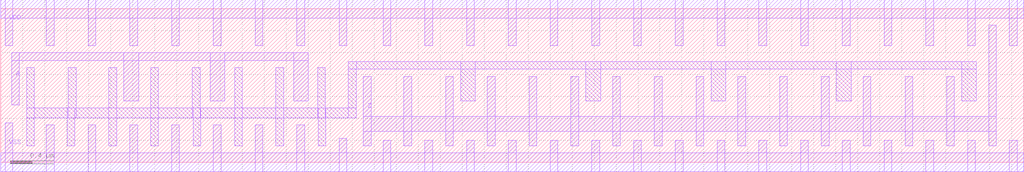
<source format=lef>
VERSION 5.6 ;
BUSBITCHARS "[]" ;
DIVIDERCHAR "/" ;

MACRO AND2_X1
  CLASS CORE ;
  ORIGIN 0 0 ;
  FOREIGN AND2_X1 0 0 ;
  SIZE 0.76 BY 1.4 ;
  SYMMETRY X Y ;
  SITE FreePDK45_38x28_10R_NP_162NW_34O ;
  PIN A1
    DIRECTION INPUT ;
    USE SIGNAL ;
    PORT
      LAYER metal1 ;
        RECT 0.06 0.525 0.185 0.7 ;
    END
  END A1
  PIN A2
    DIRECTION INPUT ;
    USE SIGNAL ;
    PORT
      LAYER metal1 ;
        RECT 0.25 0.525 0.38 0.7 ;
    END
  END A2
  PIN ZN
    DIRECTION OUTPUT ;
    USE SIGNAL ;
    PORT
      LAYER metal1 ;
        RECT 0.61 0.19 0.7 1.25 ;
    END
  END ZN
  PIN VDD
    DIRECTION INOUT ;
    USE POWER ;
    SHAPE ABUTMENT ;
    PORT
      LAYER metal1 ;
        RECT 0 1.315 0.76 1.485 ;
        RECT 0.415 0.975 0.485 1.485 ;
        RECT 0.04 0.975 0.11 1.485 ;
    END
  END VDD
  PIN VSS
    DIRECTION INOUT ;
    USE GROUND ;
    SHAPE ABUTMENT ;
    PORT
      LAYER metal1 ;
        RECT 0 -0.085 0.76 0.085 ;
        RECT 0.415 -0.085 0.485 0.325 ;
    END
  END VSS
  OBS
    LAYER metal1 ;
      RECT 0.235 0.84 0.305 1.25 ;
      RECT 0.235 0.84 0.54 0.91 ;
      RECT 0.47 0.39 0.54 0.91 ;
      RECT 0.045 0.39 0.54 0.46 ;
      RECT 0.045 0.19 0.115 0.46 ;
  END
END AND2_X1

MACRO AND2_X2
  CLASS CORE ;
  ORIGIN 0 0 ;
  FOREIGN AND2_X2 0 0 ;
  SIZE 0.95 BY 1.4 ;
  SYMMETRY X Y ;
  SITE FreePDK45_38x28_10R_NP_162NW_34O ;
  PIN A1
    DIRECTION INPUT ;
    USE SIGNAL ;
    PORT
      LAYER metal1 ;
        RECT 0.06 0.525 0.185 0.7 ;
    END
  END A1
  PIN A2
    DIRECTION INPUT ;
    USE SIGNAL ;
    PORT
      LAYER metal1 ;
        RECT 0.25 0.525 0.38 0.7 ;
    END
  END A2
  PIN ZN
    DIRECTION OUTPUT ;
    USE SIGNAL ;
    PORT
      LAYER metal1 ;
        RECT 0.615 0.15 0.7 1.25 ;
    END
  END ZN
  PIN VDD
    DIRECTION INOUT ;
    USE POWER ;
    SHAPE ABUTMENT ;
    PORT
      LAYER metal1 ;
        RECT 0 1.315 0.95 1.485 ;
        RECT 0.795 0.975 0.865 1.485 ;
        RECT 0.415 0.975 0.485 1.485 ;
        RECT 0.04 0.975 0.11 1.485 ;
    END
  END VDD
  PIN VSS
    DIRECTION INOUT ;
    USE GROUND ;
    SHAPE ABUTMENT ;
    PORT
      LAYER metal1 ;
        RECT 0 -0.085 0.95 0.085 ;
        RECT 0.795 -0.085 0.865 0.425 ;
        RECT 0.415 -0.085 0.485 0.285 ;
    END
  END VSS
  OBS
    LAYER metal1 ;
      RECT 0.235 0.84 0.305 1.25 ;
      RECT 0.235 0.84 0.545 0.91 ;
      RECT 0.475 0.39 0.545 0.91 ;
      RECT 0.045 0.39 0.545 0.46 ;
      RECT 0.045 0.15 0.115 0.46 ;
  END
END AND2_X2

MACRO AND2_X4
  CLASS CORE ;
  ORIGIN 0 0 ;
  FOREIGN AND2_X4 0 0 ;
  SIZE 1.71 BY 1.4 ;
  SYMMETRY X Y ;
  SITE FreePDK45_38x28_10R_NP_162NW_34O ;
  PIN A1
    DIRECTION INPUT ;
    USE SIGNAL ;
    PORT
      LAYER metal1 ;
        RECT 0.25 0.42 0.38 0.66 ;
    END
  END A1
  PIN A2
    DIRECTION INPUT ;
    USE SIGNAL ;
    PORT
      LAYER metal1 ;
        RECT 0.06 0.725 0.76 0.795 ;
        RECT 0.69 0.525 0.76 0.795 ;
        RECT 0.06 0.42 0.185 0.795 ;
    END
  END A2
  PIN ZN
    DIRECTION OUTPUT ;
    USE SIGNAL ;
    PORT
      LAYER metal1 ;
        RECT 1.365 0.15 1.435 1.25 ;
        RECT 0.995 0.68 1.435 0.75 ;
        RECT 0.995 0.15 1.08 1.25 ;
    END
  END ZN
  PIN VDD
    DIRECTION INOUT ;
    USE POWER ;
    SHAPE ABUTMENT ;
    PORT
      LAYER metal1 ;
        RECT 0 1.315 1.71 1.485 ;
        RECT 1.555 0.995 1.625 1.485 ;
        RECT 1.175 0.995 1.245 1.485 ;
        RECT 0.795 0.995 0.865 1.485 ;
        RECT 0.415 0.995 0.485 1.485 ;
        RECT 0.04 0.995 0.11 1.485 ;
    END
  END VDD
  PIN VSS
    DIRECTION INOUT ;
    USE GROUND ;
    SHAPE ABUTMENT ;
    PORT
      LAYER metal1 ;
        RECT 0 -0.085 1.71 0.085 ;
        RECT 1.555 -0.085 1.625 0.355 ;
        RECT 1.175 -0.085 1.245 0.355 ;
        RECT 0.795 -0.085 0.865 0.215 ;
        RECT 0.04 -0.085 0.11 0.355 ;
    END
  END VSS
  OBS
    LAYER metal1 ;
      RECT 0.605 0.86 0.675 1.25 ;
      RECT 0.235 0.86 0.305 1.25 ;
      RECT 0.235 0.86 0.92 0.93 ;
      RECT 0.85 0.285 0.92 0.93 ;
      RECT 0.425 0.285 0.92 0.355 ;
      RECT 0.425 0.22 0.495 0.355 ;
  END
END AND2_X4

MACRO AND3_X1
  CLASS CORE ;
  ORIGIN 0 0 ;
  FOREIGN AND3_X1 0 0 ;
  SIZE 0.95 BY 1.4 ;
  SYMMETRY X Y ;
  SITE FreePDK45_38x28_10R_NP_162NW_34O ;
  PIN A1
    DIRECTION INPUT ;
    USE SIGNAL ;
    PORT
      LAYER metal1 ;
        RECT 0.06 0.525 0.185 0.7 ;
    END
  END A1
  PIN A2
    DIRECTION INPUT ;
    USE SIGNAL ;
    PORT
      LAYER metal1 ;
        RECT 0.25 0.525 0.375 0.7 ;
    END
  END A2
  PIN A3
    DIRECTION INPUT ;
    USE SIGNAL ;
    PORT
      LAYER metal1 ;
        RECT 0.44 0.525 0.57 0.7 ;
    END
  END A3
  PIN ZN
    DIRECTION OUTPUT ;
    USE SIGNAL ;
    PORT
      LAYER metal1 ;
        RECT 0.8 0.975 0.89 1.25 ;
        RECT 0.82 0.15 0.89 1.25 ;
        RECT 0.8 0.15 0.89 0.425 ;
    END
  END ZN
  PIN VDD
    DIRECTION INOUT ;
    USE POWER ;
    SHAPE ABUTMENT ;
    PORT
      LAYER metal1 ;
        RECT 0 1.315 0.95 1.485 ;
        RECT 0.605 1 0.675 1.485 ;
        RECT 0.225 1.04 0.295 1.485 ;
    END
  END VDD
  PIN VSS
    DIRECTION INOUT ;
    USE GROUND ;
    SHAPE ABUTMENT ;
    PORT
      LAYER metal1 ;
        RECT 0 -0.085 0.95 0.085 ;
        RECT 0.605 -0.085 0.675 0.285 ;
    END
  END VSS
  OBS
    LAYER metal1 ;
      RECT 0.415 0.865 0.485 1.25 ;
      RECT 0.045 0.865 0.115 1.25 ;
      RECT 0.045 0.865 0.705 0.935 ;
      RECT 0.635 0.35 0.705 0.935 ;
      RECT 0.635 0.525 0.755 0.66 ;
      RECT 0.045 0.35 0.705 0.42 ;
      RECT 0.045 0.15 0.115 0.42 ;
  END
END AND3_X1

MACRO AND3_X2
  CLASS CORE ;
  ORIGIN 0 0 ;
  FOREIGN AND3_X2 0 0 ;
  SIZE 1.14 BY 1.4 ;
  SYMMETRY X Y ;
  SITE FreePDK45_38x28_10R_NP_162NW_34O ;
  PIN A1
    DIRECTION INPUT ;
    USE SIGNAL ;
    PORT
      LAYER metal1 ;
        RECT 0.06 0.525 0.185 0.7 ;
    END
  END A1
  PIN A2
    DIRECTION INPUT ;
    USE SIGNAL ;
    PORT
      LAYER metal1 ;
        RECT 0.25 0.525 0.375 0.7 ;
    END
  END A2
  PIN A3
    DIRECTION INPUT ;
    USE SIGNAL ;
    PORT
      LAYER metal1 ;
        RECT 0.44 0.525 0.57 0.7 ;
    END
  END A3
  PIN ZN
    DIRECTION OUTPUT ;
    USE SIGNAL ;
    PORT
      LAYER metal1 ;
        RECT 0.805 0.15 0.89 1.25 ;
    END
  END ZN
  PIN VDD
    DIRECTION INOUT ;
    USE POWER ;
    SHAPE ABUTMENT ;
    PORT
      LAYER metal1 ;
        RECT 0 1.315 1.14 1.485 ;
        RECT 0.99 0.975 1.06 1.485 ;
        RECT 0.605 0.975 0.675 1.485 ;
        RECT 0.225 0.975 0.295 1.485 ;
    END
  END VDD
  PIN VSS
    DIRECTION INOUT ;
    USE GROUND ;
    SHAPE ABUTMENT ;
    PORT
      LAYER metal1 ;
        RECT 0 -0.085 1.14 0.085 ;
        RECT 0.99 -0.085 1.06 0.425 ;
        RECT 0.605 -0.085 0.675 0.285 ;
    END
  END VSS
  OBS
    LAYER metal1 ;
      RECT 0.415 0.8 0.485 1.25 ;
      RECT 0.045 0.8 0.115 1.25 ;
      RECT 0.045 0.8 0.735 0.87 ;
      RECT 0.665 0.355 0.735 0.87 ;
      RECT 0.045 0.355 0.735 0.425 ;
      RECT 0.045 0.15 0.115 0.425 ;
  END
END AND3_X2

MACRO AND3_X4
  CLASS CORE ;
  ORIGIN 0 0 ;
  FOREIGN AND3_X4 0 0 ;
  SIZE 2.09 BY 1.4 ;
  SYMMETRY X Y ;
  SITE FreePDK45_38x28_10R_NP_162NW_34O ;
  PIN A1
    DIRECTION INPUT ;
    USE SIGNAL ;
    PORT
      LAYER metal1 ;
        RECT 0.595 0.555 0.73 0.7 ;
    END
  END A1
  PIN A2
    DIRECTION INPUT ;
    USE SIGNAL ;
    PORT
      LAYER metal1 ;
        RECT 0.82 0.42 0.95 0.7 ;
        RECT 0.34 0.42 0.95 0.49 ;
        RECT 0.34 0.42 0.41 0.66 ;
    END
  END A2
  PIN A3
    DIRECTION INPUT ;
    USE SIGNAL ;
    PORT
      LAYER metal1 ;
        RECT 0.12 0.765 1.14 0.835 ;
        RECT 1.07 0.525 1.14 0.835 ;
        RECT 0.12 0.525 0.19 0.835 ;
        RECT 0.06 0.525 0.19 0.7 ;
    END
  END A3
  PIN ZN
    DIRECTION OUTPUT ;
    USE SIGNAL ;
    PORT
      LAYER metal1 ;
        RECT 1.745 0.15 1.815 1.25 ;
        RECT 1.375 0.56 1.815 0.7 ;
        RECT 1.375 0.15 1.445 1.25 ;
    END
  END ZN
  PIN VDD
    DIRECTION INOUT ;
    USE POWER ;
    SHAPE ABUTMENT ;
    PORT
      LAYER metal1 ;
        RECT 0 1.315 2.09 1.485 ;
        RECT 1.935 1.035 2.005 1.485 ;
        RECT 1.555 1.035 1.625 1.485 ;
        RECT 1.175 1.035 1.245 1.485 ;
        RECT 0.795 1.035 0.865 1.485 ;
        RECT 0.415 1.035 0.485 1.485 ;
        RECT 0.04 1.035 0.11 1.485 ;
    END
  END VDD
  PIN VSS
    DIRECTION INOUT ;
    USE GROUND ;
    SHAPE ABUTMENT ;
    PORT
      LAYER metal1 ;
        RECT 0 -0.085 2.09 0.085 ;
        RECT 1.935 -0.085 2.005 0.425 ;
        RECT 1.555 -0.085 1.625 0.425 ;
        RECT 1.175 -0.085 1.245 0.195 ;
        RECT 0.04 -0.085 0.11 0.425 ;
    END
  END VSS
  OBS
    LAYER metal1 ;
      RECT 0.985 0.9 1.055 1.25 ;
      RECT 0.605 0.9 0.675 1.25 ;
      RECT 0.235 0.9 0.305 1.25 ;
      RECT 0.235 0.9 1.305 0.97 ;
      RECT 1.235 0.26 1.305 0.97 ;
      RECT 0.615 0.26 1.305 0.33 ;
      RECT 0.615 0.15 0.685 0.33 ;
  END
END AND3_X4

MACRO AND4_X1
  CLASS CORE ;
  ORIGIN 0 0 ;
  FOREIGN AND4_X1 0 0 ;
  SIZE 1.14 BY 1.4 ;
  SYMMETRY X Y ;
  SITE FreePDK45_38x28_10R_NP_162NW_34O ;
  PIN A1
    DIRECTION INPUT ;
    USE SIGNAL ;
    PORT
      LAYER metal1 ;
        RECT 0.06 0.525 0.185 0.7 ;
    END
  END A1
  PIN A2
    DIRECTION INPUT ;
    USE SIGNAL ;
    PORT
      LAYER metal1 ;
        RECT 0.25 0.525 0.375 0.7 ;
    END
  END A2
  PIN A3
    DIRECTION INPUT ;
    USE SIGNAL ;
    PORT
      LAYER metal1 ;
        RECT 0.44 0.525 0.565 0.7 ;
    END
  END A3
  PIN A4
    DIRECTION INPUT ;
    USE SIGNAL ;
    PORT
      LAYER metal1 ;
        RECT 0.63 0.525 0.76 0.7 ;
    END
  END A4
  PIN ZN
    DIRECTION OUTPUT ;
    USE SIGNAL ;
    PORT
      LAYER metal1 ;
        RECT 0.99 0.15 1.08 1.25 ;
    END
  END ZN
  PIN VDD
    DIRECTION INOUT ;
    USE POWER ;
    SHAPE ABUTMENT ;
    PORT
      LAYER metal1 ;
        RECT 0 1.315 1.14 1.485 ;
        RECT 0.795 0.975 0.865 1.485 ;
        RECT 0.415 0.975 0.485 1.485 ;
        RECT 0.04 0.975 0.11 1.485 ;
    END
  END VDD
  PIN VSS
    DIRECTION INOUT ;
    USE GROUND ;
    SHAPE ABUTMENT ;
    PORT
      LAYER metal1 ;
        RECT 0 -0.085 1.14 0.085 ;
        RECT 0.795 -0.085 0.865 0.285 ;
    END
  END VSS
  OBS
    LAYER metal1 ;
      RECT 0.605 0.84 0.675 1.25 ;
      RECT 0.235 0.84 0.305 1.25 ;
      RECT 0.235 0.84 0.925 0.91 ;
      RECT 0.855 0.35 0.925 0.91 ;
      RECT 0.045 0.35 0.925 0.42 ;
      RECT 0.045 0.15 0.115 0.42 ;
  END
END AND4_X1

MACRO AND4_X2
  CLASS CORE ;
  ORIGIN 0 0 ;
  FOREIGN AND4_X2 0 0 ;
  SIZE 1.33 BY 1.4 ;
  SYMMETRY X Y ;
  SITE FreePDK45_38x28_10R_NP_162NW_34O ;
  PIN A1
    DIRECTION INPUT ;
    USE SIGNAL ;
    PORT
      LAYER metal1 ;
        RECT 0.06 0.525 0.185 0.7 ;
    END
  END A1
  PIN A2
    DIRECTION INPUT ;
    USE SIGNAL ;
    PORT
      LAYER metal1 ;
        RECT 0.25 0.525 0.375 0.7 ;
    END
  END A2
  PIN A3
    DIRECTION INPUT ;
    USE SIGNAL ;
    PORT
      LAYER metal1 ;
        RECT 0.44 0.525 0.565 0.7 ;
    END
  END A3
  PIN A4
    DIRECTION INPUT ;
    USE SIGNAL ;
    PORT
      LAYER metal1 ;
        RECT 0.63 0.525 0.76 0.7 ;
    END
  END A4
  PIN ZN
    DIRECTION OUTPUT ;
    USE SIGNAL ;
    PORT
      LAYER metal1 ;
        RECT 0.995 0.15 1.08 1.25 ;
    END
  END ZN
  PIN VDD
    DIRECTION INOUT ;
    USE POWER ;
    SHAPE ABUTMENT ;
    PORT
      LAYER metal1 ;
        RECT 0 1.315 1.33 1.485 ;
        RECT 1.18 0.975 1.25 1.485 ;
        RECT 0.795 0.975 0.865 1.485 ;
        RECT 0.415 0.975 0.485 1.485 ;
        RECT 0.04 0.975 0.11 1.485 ;
    END
  END VDD
  PIN VSS
    DIRECTION INOUT ;
    USE GROUND ;
    SHAPE ABUTMENT ;
    PORT
      LAYER metal1 ;
        RECT 0 -0.085 1.33 0.085 ;
        RECT 1.18 -0.085 1.25 0.425 ;
        RECT 0.795 -0.085 0.865 0.27 ;
    END
  END VSS
  OBS
    LAYER metal1 ;
      RECT 0.605 0.8 0.675 1.25 ;
      RECT 0.235 0.8 0.305 1.25 ;
      RECT 0.235 0.8 0.925 0.87 ;
      RECT 0.855 0.355 0.925 0.87 ;
      RECT 0.045 0.355 0.925 0.425 ;
      RECT 0.045 0.15 0.115 0.425 ;
  END
END AND4_X2

MACRO AND4_X4
  CLASS CORE ;
  ORIGIN 0 0 ;
  FOREIGN AND4_X4 0 0 ;
  SIZE 2.47 BY 1.4 ;
  SYMMETRY X Y ;
  SITE FreePDK45_38x28_10R_NP_162NW_34O ;
  PIN A1
    DIRECTION INPUT ;
    USE SIGNAL ;
    PORT
      LAYER metal1 ;
        RECT 0.8 0.56 0.935 0.7 ;
    END
  END A1
  PIN A2
    DIRECTION INPUT ;
    USE SIGNAL ;
    PORT
      LAYER metal1 ;
        RECT 1.065 0.425 1.135 0.66 ;
        RECT 0.565 0.425 1.135 0.495 ;
        RECT 0.565 0.425 0.7 0.7 ;
    END
  END A2
  PIN A3
    DIRECTION INPUT ;
    USE SIGNAL ;
    PORT
      LAYER metal1 ;
        RECT 0.355 0.77 1.345 0.84 ;
        RECT 1.2 0.525 1.345 0.84 ;
        RECT 0.355 0.525 0.425 0.84 ;
    END
  END A3
  PIN A4
    DIRECTION INPUT ;
    USE SIGNAL ;
    PORT
      LAYER metal1 ;
        RECT 0.135 0.905 1.535 0.975 ;
        RECT 1.465 0.525 1.535 0.975 ;
        RECT 0.135 0.525 0.205 0.975 ;
        RECT 0.06 0.525 0.205 0.7 ;
    END
  END A4
  PIN ZN
    DIRECTION OUTPUT ;
    USE SIGNAL ;
    PORT
      LAYER metal1 ;
        RECT 2.14 0.15 2.21 0.925 ;
        RECT 1.77 0.56 2.21 0.7 ;
        RECT 1.77 0.15 1.84 0.925 ;
    END
  END ZN
  PIN VDD
    DIRECTION INOUT ;
    USE POWER ;
    SHAPE ABUTMENT ;
    PORT
      LAYER metal1 ;
        RECT 0 1.315 2.47 1.485 ;
        RECT 2.33 1.065 2.4 1.485 ;
        RECT 1.95 1.065 2.02 1.485 ;
        RECT 1.57 1.175 1.64 1.485 ;
        RECT 1.19 1.175 1.26 1.485 ;
        RECT 0.81 1.175 0.88 1.485 ;
        RECT 0.43 1.175 0.5 1.485 ;
        RECT 0.055 1.065 0.125 1.485 ;
    END
  END VDD
  PIN VSS
    DIRECTION INOUT ;
    USE GROUND ;
    SHAPE ABUTMENT ;
    PORT
      LAYER metal1 ;
        RECT 0 -0.085 2.47 0.085 ;
        RECT 2.33 -0.085 2.4 0.425 ;
        RECT 1.95 -0.085 2.02 0.425 ;
        RECT 1.57 -0.085 1.64 0.195 ;
        RECT 0.055 -0.085 0.125 0.425 ;
    END
  END VSS
  OBS
    LAYER metal1 ;
      RECT 0.215 1.04 1.705 1.11 ;
      RECT 1.635 0.29 1.705 1.11 ;
      RECT 0.785 0.29 1.705 0.36 ;
  END
END AND4_X4

MACRO ANTENNA_X1
  CLASS CORE ANTENNACELL ;
  ORIGIN 0 0 ;
  FOREIGN ANTENNA_X1 0 0 ;
  SIZE 0.19 BY 1.4 ;
  SYMMETRY X Y ;
  SITE FreePDK45_38x28_10R_NP_162NW_34O ;
  PIN A
    DIRECTION INPUT ;
    USE SIGNAL ;
    # unknown
    ANTENNADIFFAREA  0.0 ;
    PORT
      LAYER metal1 ;
        RECT 0.06 0.42 0.13 0.75 ;
    END
  END A
  PIN VDD
    DIRECTION INOUT ;
    USE POWER ;
    SHAPE ABUTMENT ;
    PORT
      LAYER metal1 ;
        RECT 0 1.315 0.19 1.485 ;
    END
  END VDD
  PIN VSS
    DIRECTION INOUT ;
    USE GROUND ;
    SHAPE ABUTMENT ;
    PORT
      LAYER metal1 ;
        RECT 0 -0.085 0.19 0.085 ;
    END
  END VSS
END ANTENNA_X1

MACRO AOI211_X1
  CLASS CORE ;
  ORIGIN 0 0 ;
  FOREIGN AOI211_X1 0 0 ;
  SIZE 0.95 BY 1.4 ;
  SYMMETRY X Y ;
  SITE FreePDK45_38x28_10R_NP_162NW_34O ;
  PIN A
    DIRECTION INPUT ;
    USE SIGNAL ;
    PORT
      LAYER metal1 ;
        RECT 0.765 0.525 0.89 0.7 ;
    END
  END A
  PIN B
    DIRECTION INPUT ;
    USE SIGNAL ;
    PORT
      LAYER metal1 ;
        RECT 0.575 0.525 0.7 0.7 ;
    END
  END B
  PIN C1
    DIRECTION INPUT ;
    USE SIGNAL ;
    PORT
      LAYER metal1 ;
        RECT 0.41 0.525 0.51 0.7 ;
    END
  END C1
  PIN C2
    DIRECTION INPUT ;
    USE SIGNAL ;
    PORT
      LAYER metal1 ;
        RECT 0.06 0.525 0.21 0.7 ;
    END
  END C2
  PIN ZN
    DIRECTION OUTPUT ;
    USE SIGNAL ;
    PORT
      LAYER metal1 ;
        RECT 0.275 0.355 0.905 0.425 ;
        RECT 0.835 0.15 0.905 0.425 ;
        RECT 0.44 0.15 0.525 0.425 ;
        RECT 0.275 0.355 0.345 1.115 ;
    END
  END ZN
  PIN VDD
    DIRECTION INOUT ;
    USE POWER ;
    SHAPE ABUTMENT ;
    PORT
      LAYER metal1 ;
        RECT 0 1.315 0.95 1.485 ;
        RECT 0.835 0.905 0.905 1.485 ;
    END
  END VDD
  PIN VSS
    DIRECTION INOUT ;
    USE GROUND ;
    SHAPE ABUTMENT ;
    PORT
      LAYER metal1 ;
        RECT 0 -0.085 0.95 0.085 ;
        RECT 0.645 -0.085 0.715 0.285 ;
        RECT 0.08 -0.085 0.15 0.425 ;
    END
  END VSS
  OBS
    LAYER metal1 ;
      RECT 0.085 1.18 0.525 1.25 ;
      RECT 0.455 0.905 0.525 1.25 ;
      RECT 0.085 0.905 0.155 1.25 ;
  END
END AOI211_X1

MACRO AOI211_X2
  CLASS CORE ;
  ORIGIN 0 0 ;
  FOREIGN AOI211_X2 0 0 ;
  SIZE 1.71 BY 1.4 ;
  SYMMETRY X Y ;
  SITE FreePDK45_38x28_10R_NP_162NW_34O ;
  PIN A
    DIRECTION INPUT ;
    USE SIGNAL ;
    PORT
      LAYER metal1 ;
        RECT 0.39 0.56 0.525 0.7 ;
    END
  END A
  PIN B
    DIRECTION INPUT ;
    USE SIGNAL ;
    PORT
      LAYER metal1 ;
        RECT 0.06 0.765 0.75 0.835 ;
        RECT 0.68 0.525 0.75 0.835 ;
        RECT 0.06 0.525 0.185 0.835 ;
    END
  END B
  PIN C1
    DIRECTION INPUT ;
    USE SIGNAL ;
    PORT
      LAYER metal1 ;
        RECT 1.19 0.56 1.325 0.7 ;
    END
  END C1
  PIN C2
    DIRECTION INPUT ;
    USE SIGNAL ;
    PORT
      LAYER metal1 ;
        RECT 1.54 0.425 1.65 0.7 ;
        RECT 0.965 0.425 1.65 0.495 ;
        RECT 0.965 0.425 1.035 0.66 ;
    END
  END C2
  PIN ZN
    DIRECTION OUTPUT ;
    USE SIGNAL ;
    PORT
      LAYER metal1 ;
        RECT 1.405 0.765 1.475 1.055 ;
        RECT 0.82 0.765 1.475 0.835 ;
        RECT 0.2 0.285 1.32 0.355 ;
        RECT 1.185 0.15 1.32 0.355 ;
        RECT 1.025 0.765 1.095 1.055 ;
        RECT 0.82 0.285 0.89 0.835 ;
        RECT 0.2 0.15 0.335 0.355 ;
    END
  END ZN
  PIN VDD
    DIRECTION INOUT ;
    USE POWER ;
    SHAPE ABUTMENT ;
    PORT
      LAYER metal1 ;
        RECT 0 1.315 1.71 1.485 ;
        RECT 0.42 1.035 0.49 1.485 ;
    END
  END VDD
  PIN VSS
    DIRECTION INOUT ;
    USE GROUND ;
    SHAPE ABUTMENT ;
    PORT
      LAYER metal1 ;
        RECT 0 -0.085 1.71 0.085 ;
        RECT 1.595 -0.085 1.665 0.355 ;
        RECT 0.825 -0.085 0.895 0.215 ;
        RECT 0.43 -0.085 0.5 0.215 ;
        RECT 0.045 -0.085 0.115 0.355 ;
    END
  END VSS
  OBS
    LAYER metal1 ;
      RECT 0.815 1.18 1.665 1.25 ;
      RECT 1.595 0.975 1.665 1.25 ;
      RECT 0.05 0.9 0.12 1.25 ;
      RECT 1.22 0.975 1.29 1.25 ;
      RECT 0.815 0.9 0.885 1.25 ;
      RECT 0.05 0.9 0.885 0.97 ;
  END
END AOI211_X2

MACRO AOI211_X4
  CLASS CORE ;
  ORIGIN 0 0 ;
  FOREIGN AOI211_X4 0 0 ;
  SIZE 2.09 BY 1.4 ;
  SYMMETRY X Y ;
  SITE FreePDK45_38x28_10R_NP_162NW_34O ;
  PIN A
    DIRECTION INPUT ;
    USE SIGNAL ;
    PORT
      LAYER metal1 ;
        RECT 0.63 0.525 0.76 0.7 ;
    END
  END A
  PIN B
    DIRECTION INPUT ;
    USE SIGNAL ;
    PORT
      LAYER metal1 ;
        RECT 0.44 0.525 0.565 0.7 ;
    END
  END B
  PIN C1
    DIRECTION INPUT ;
    USE SIGNAL ;
    PORT
      LAYER metal1 ;
        RECT 0.06 0.525 0.185 0.7 ;
    END
  END C1
  PIN C2
    DIRECTION INPUT ;
    USE SIGNAL ;
    PORT
      LAYER metal1 ;
        RECT 0.25 0.525 0.375 0.7 ;
    END
  END C2
  PIN ZN
    DIRECTION OUTPUT ;
    USE SIGNAL ;
    PORT
      LAYER metal1 ;
        RECT 1.75 0.15 1.82 1.175 ;
        RECT 1.375 0.56 1.82 0.7 ;
        RECT 1.375 0.15 1.445 1.175 ;
    END
  END ZN
  PIN VDD
    DIRECTION INOUT ;
    USE POWER ;
    SHAPE ABUTMENT ;
    PORT
      LAYER metal1 ;
        RECT 0 1.315 2.09 1.485 ;
        RECT 1.935 0.9 2.005 1.485 ;
        RECT 1.555 0.9 1.625 1.485 ;
        RECT 1.175 0.9 1.245 1.485 ;
        RECT 0.795 0.9 0.865 1.485 ;
    END
  END VDD
  PIN VSS
    DIRECTION INOUT ;
    USE GROUND ;
    SHAPE ABUTMENT ;
    PORT
      LAYER metal1 ;
        RECT 0 -0.085 2.09 0.085 ;
        RECT 1.935 -0.085 2.005 0.425 ;
        RECT 1.555 -0.085 1.625 0.425 ;
        RECT 1.175 -0.085 1.245 0.425 ;
        RECT 0.795 -0.085 0.865 0.285 ;
        RECT 0.415 -0.085 0.485 0.285 ;
    END
  END VSS
  OBS
    LAYER metal1 ;
      RECT 0.995 0.15 1.065 1.175 ;
      RECT 0.995 0.525 1.31 0.66 ;
      RECT 0.235 0.765 0.305 1.115 ;
      RECT 0.235 0.765 0.93 0.835 ;
      RECT 0.86 0.39 0.93 0.835 ;
      RECT 0.045 0.39 0.93 0.46 ;
      RECT 0.605 0.15 0.675 0.46 ;
      RECT 0.045 0.15 0.115 0.46 ;
      RECT 0.045 1.18 0.485 1.25 ;
      RECT 0.415 0.9 0.485 1.25 ;
      RECT 0.045 0.9 0.115 1.25 ;
  END
END AOI211_X4

MACRO AOI21_X1
  CLASS CORE ;
  ORIGIN 0 0 ;
  FOREIGN AOI21_X1 0 0 ;
  SIZE 0.76 BY 1.4 ;
  SYMMETRY X Y ;
  SITE FreePDK45_38x28_10R_NP_162NW_34O ;
  PIN A
    DIRECTION INPUT ;
    USE SIGNAL ;
    PORT
      LAYER metal1 ;
        RECT 0.575 0.525 0.7 0.7 ;
    END
  END A
  PIN B1
    DIRECTION INPUT ;
    USE SIGNAL ;
    PORT
      LAYER metal1 ;
        RECT 0.4 0.525 0.51 0.7 ;
    END
  END B1
  PIN B2
    DIRECTION INPUT ;
    USE SIGNAL ;
    PORT
      LAYER metal1 ;
        RECT 0.06 0.525 0.2 0.7 ;
    END
  END B2
  PIN ZN
    DIRECTION OUTPUT ;
    USE SIGNAL ;
    PORT
      LAYER metal1 ;
        RECT 0.265 0.355 0.525 0.425 ;
        RECT 0.44 0.15 0.525 0.425 ;
        RECT 0.265 0.355 0.335 1.115 ;
    END
  END ZN
  PIN VDD
    DIRECTION INOUT ;
    USE POWER ;
    SHAPE ABUTMENT ;
    PORT
      LAYER metal1 ;
        RECT 0 1.315 0.76 1.485 ;
        RECT 0.645 0.905 0.715 1.485 ;
    END
  END VDD
  PIN VSS
    DIRECTION INOUT ;
    USE GROUND ;
    SHAPE ABUTMENT ;
    PORT
      LAYER metal1 ;
        RECT 0 -0.085 0.76 0.085 ;
        RECT 0.645 -0.085 0.715 0.355 ;
        RECT 0.08 -0.085 0.15 0.425 ;
    END
  END VSS
  OBS
    LAYER metal1 ;
      RECT 0.085 1.18 0.525 1.25 ;
      RECT 0.455 0.905 0.525 1.25 ;
      RECT 0.085 0.905 0.155 1.25 ;
  END
END AOI21_X1

MACRO AOI21_X2
  CLASS CORE ;
  ORIGIN 0 0 ;
  FOREIGN AOI21_X2 0 0 ;
  SIZE 1.33 BY 1.4 ;
  SYMMETRY X Y ;
  SITE FreePDK45_38x28_10R_NP_162NW_34O ;
  PIN A
    DIRECTION INPUT ;
    USE SIGNAL ;
    PORT
      LAYER metal1 ;
        RECT 0.215 0.56 0.35 0.7 ;
    END
  END A
  PIN B1
    DIRECTION INPUT ;
    USE SIGNAL ;
    PORT
      LAYER metal1 ;
        RECT 0.765 0.56 0.9 0.7 ;
    END
  END B1
  PIN B2
    DIRECTION INPUT ;
    USE SIGNAL ;
    PORT
      LAYER metal1 ;
        RECT 0.63 0.77 1.18 0.84 ;
        RECT 1.11 0.525 1.18 0.84 ;
        RECT 0.63 0.525 0.7 0.84 ;
        RECT 0.57 0.525 0.7 0.7 ;
    END
  END B2
  PIN ZN
    DIRECTION OUTPUT ;
    USE SIGNAL ;
    PORT
      LAYER metal1 ;
        RECT 0.435 0.905 1.13 0.975 ;
        RECT 0.25 0.355 0.905 0.425 ;
        RECT 0.835 0.15 0.905 0.425 ;
        RECT 0.435 0.355 0.505 0.975 ;
        RECT 0.25 0.15 0.335 0.425 ;
    END
  END ZN
  PIN VDD
    DIRECTION INOUT ;
    USE POWER ;
    SHAPE ABUTMENT ;
    PORT
      LAYER metal1 ;
        RECT 0 1.315 1.33 1.485 ;
        RECT 0.265 1.205 0.335 1.485 ;
    END
  END VDD
  PIN VSS
    DIRECTION INOUT ;
    USE GROUND ;
    SHAPE ABUTMENT ;
    PORT
      LAYER metal1 ;
        RECT 0 -0.085 1.33 0.085 ;
        RECT 1.215 -0.085 1.285 0.425 ;
        RECT 0.455 -0.085 0.525 0.285 ;
        RECT 0.08 -0.085 0.15 0.425 ;
    END
  END VSS
  OBS
    LAYER metal1 ;
      RECT 1.215 0.975 1.285 1.25 ;
      RECT 0.085 0.975 0.155 1.25 ;
      RECT 0.085 1.07 1.285 1.14 ;
  END
END AOI21_X2

MACRO AOI21_X4
  CLASS CORE ;
  ORIGIN 0 0 ;
  FOREIGN AOI21_X4 0 0 ;
  SIZE 2.47 BY 1.4 ;
  SYMMETRY X Y ;
  SITE FreePDK45_38x28_10R_NP_162NW_34O ;
  PIN A
    DIRECTION INPUT ;
    USE SIGNAL ;
    PORT
      LAYER metal1 ;
        RECT 0.4 0.525 0.535 0.7 ;
    END
  END A
  PIN B1
    DIRECTION INPUT ;
    USE SIGNAL ;
    PORT
      LAYER metal1 ;
        RECT 1.165 0.69 2.06 0.76 ;
        RECT 1.925 0.56 2.06 0.76 ;
        RECT 1.165 0.56 1.3 0.76 ;
    END
  END B1
  PIN B2
    DIRECTION INPUT ;
    USE SIGNAL ;
    PORT
      LAYER metal1 ;
        RECT 2.25 0.42 2.32 0.66 ;
        RECT 0.925 0.42 2.32 0.49 ;
        RECT 1.525 0.42 1.66 0.625 ;
        RECT 0.925 0.42 0.995 0.66 ;
    END
  END B2
  PIN ZN
    DIRECTION OUTPUT ;
    USE SIGNAL ;
    PORT
      LAYER metal1 ;
        RECT 2.14 0.825 2.21 1.115 ;
        RECT 0.63 0.825 2.21 0.895 ;
        RECT 0.63 0.26 2.055 0.33 ;
        RECT 1.76 0.825 1.83 1.115 ;
        RECT 1.38 0.825 1.45 1.115 ;
        RECT 1 0.825 1.07 1.115 ;
        RECT 0.63 0.15 0.7 0.895 ;
        RECT 0.25 0.355 0.7 0.425 ;
        RECT 0.25 0.15 0.32 0.425 ;
    END
  END ZN
  PIN VDD
    DIRECTION INOUT ;
    USE POWER ;
    SHAPE ABUTMENT ;
    PORT
      LAYER metal1 ;
        RECT 0 1.315 2.47 1.485 ;
        RECT 0.62 1.205 0.69 1.485 ;
        RECT 0.24 1.205 0.31 1.485 ;
    END
  END VDD
  PIN VSS
    DIRECTION INOUT ;
    USE GROUND ;
    SHAPE ABUTMENT ;
    PORT
      LAYER metal1 ;
        RECT 0 -0.085 2.47 0.085 ;
        RECT 2.33 -0.085 2.4 0.35 ;
        RECT 1.57 -0.085 1.64 0.195 ;
        RECT 0.81 -0.085 0.88 0.195 ;
        RECT 0.43 -0.085 0.5 0.195 ;
        RECT 0.055 -0.085 0.125 0.425 ;
    END
  END VSS
  OBS
    LAYER metal1 ;
      RECT 0.81 1.18 2.4 1.25 ;
      RECT 2.33 0.84 2.4 1.25 ;
      RECT 0.43 0.965 0.5 1.24 ;
      RECT 0.06 0.965 0.13 1.24 ;
      RECT 1.95 0.96 2.02 1.25 ;
      RECT 1.57 0.96 1.64 1.25 ;
      RECT 1.19 0.96 1.26 1.25 ;
      RECT 0.81 0.965 0.88 1.25 ;
      RECT 0.06 0.965 0.88 1.035 ;
  END
END AOI21_X4

MACRO AOI221_X1
  CLASS CORE ;
  ORIGIN 0 0 ;
  FOREIGN AOI221_X1 0 0 ;
  SIZE 1.14 BY 1.4 ;
  SYMMETRY X Y ;
  SITE FreePDK45_38x28_10R_NP_162NW_34O ;
  PIN A
    DIRECTION INPUT ;
    USE SIGNAL ;
    PORT
      LAYER metal1 ;
        RECT 0.44 0.525 0.565 0.7 ;
    END
  END A
  PIN B1
    DIRECTION INPUT ;
    USE SIGNAL ;
    PORT
      LAYER metal1 ;
        RECT 0.25 0.525 0.375 0.7 ;
    END
  END B1
  PIN B2
    DIRECTION INPUT ;
    USE SIGNAL ;
    PORT
      LAYER metal1 ;
        RECT 0.06 0.525 0.185 0.7 ;
    END
  END B2
  PIN C1
    DIRECTION INPUT ;
    USE SIGNAL ;
    PORT
      LAYER metal1 ;
        RECT 0.955 0.525 1.08 0.7 ;
    END
  END C1
  PIN C2
    DIRECTION INPUT ;
    USE SIGNAL ;
    PORT
      LAYER metal1 ;
        RECT 0.63 0.525 0.74 0.7 ;
    END
  END C2
  PIN ZN
    DIRECTION OUTPUT ;
    USE SIGNAL ;
    PORT
      LAYER metal1 ;
        RECT 0.425 0.355 1.055 0.425 ;
        RECT 0.985 0.15 1.055 0.425 ;
        RECT 0.805 0.355 0.89 1.115 ;
        RECT 0.425 0.15 0.495 0.425 ;
    END
  END ZN
  PIN VDD
    DIRECTION INOUT ;
    USE POWER ;
    SHAPE ABUTMENT ;
    PORT
      LAYER metal1 ;
        RECT 0 1.315 1.14 1.485 ;
        RECT 0.225 0.905 0.295 1.485 ;
    END
  END VDD
  PIN VSS
    DIRECTION INOUT ;
    USE GROUND ;
    SHAPE ABUTMENT ;
    PORT
      LAYER metal1 ;
        RECT 0 -0.085 1.14 0.085 ;
        RECT 0.605 -0.085 0.675 0.215 ;
        RECT 0.04 -0.085 0.11 0.355 ;
    END
  END VSS
  OBS
    LAYER metal1 ;
      RECT 0.615 1.18 1.055 1.25 ;
      RECT 0.985 0.905 1.055 1.25 ;
      RECT 0.615 0.905 0.685 1.25 ;
      RECT 0.415 0.77 0.485 1.18 ;
      RECT 0.045 0.77 0.115 1.18 ;
      RECT 0.045 0.77 0.485 0.84 ;
  END
END AOI221_X1

MACRO AOI221_X2
  CLASS CORE ;
  ORIGIN 0 0 ;
  FOREIGN AOI221_X2 0 0 ;
  SIZE 2.09 BY 1.4 ;
  SYMMETRY X Y ;
  SITE FreePDK45_38x28_10R_NP_162NW_34O ;
  PIN A
    DIRECTION INPUT ;
    USE SIGNAL ;
    PORT
      LAYER metal1 ;
        RECT 0.18 0.79 1.13 0.86 ;
        RECT 1.06 0.525 1.13 0.86 ;
        RECT 0.18 0.56 0.25 0.86 ;
        RECT 0.06 0.56 0.25 0.7 ;
    END
  END A
  PIN B1
    DIRECTION INPUT ;
    USE SIGNAL ;
    PORT
      LAYER metal1 ;
        RECT 0.82 0.42 0.945 0.7 ;
        RECT 0.34 0.42 0.945 0.49 ;
        RECT 0.34 0.42 0.41 0.66 ;
    END
  END B1
  PIN B2
    DIRECTION INPUT ;
    USE SIGNAL ;
    PORT
      LAYER metal1 ;
        RECT 0.585 0.56 0.725 0.7 ;
    END
  END B2
  PIN C1
    DIRECTION INPUT ;
    USE SIGNAL ;
    PORT
      LAYER metal1 ;
        RECT 1.57 0.525 1.66 0.7 ;
    END
  END C1
  PIN C2
    DIRECTION INPUT ;
    USE SIGNAL ;
    PORT
      LAYER metal1 ;
        RECT 1.77 0.525 1.91 0.7 ;
        RECT 1.34 0.765 1.84 0.835 ;
        RECT 1.77 0.525 1.84 0.835 ;
        RECT 1.34 0.525 1.41 0.835 ;
    END
  END C2
  PIN ZN
    DIRECTION OUTPUT ;
    USE SIGNAL ;
    PORT
      LAYER metal1 ;
        RECT 1.195 0.9 1.86 0.97 ;
        RECT 0.2 0.28 1.675 0.35 ;
        RECT 1.195 0.28 1.275 0.97 ;
    END
  END ZN
  PIN VDD
    DIRECTION INOUT ;
    USE POWER ;
    SHAPE ABUTMENT ;
    PORT
      LAYER metal1 ;
        RECT 0 1.315 2.09 1.485 ;
        RECT 0.795 1.205 0.865 1.485 ;
        RECT 0.415 1.205 0.485 1.485 ;
    END
  END VDD
  PIN VSS
    DIRECTION INOUT ;
    USE GROUND ;
    SHAPE ABUTMENT ;
    PORT
      LAYER metal1 ;
        RECT 0 -0.085 2.09 0.085 ;
        RECT 1.945 -0.085 2.015 0.425 ;
        RECT 1.175 -0.085 1.245 0.195 ;
        RECT 0.605 -0.085 0.675 0.195 ;
        RECT 0.04 -0.085 0.11 0.425 ;
    END
  END VSS
  OBS
    LAYER metal1 ;
      RECT 0.045 1.07 2.015 1.14 ;
      RECT 1.945 0.865 2.015 1.14 ;
      RECT 0.045 0.865 0.115 1.14 ;
      RECT 0.2 0.93 1.09 1 ;
  END
END AOI221_X2

MACRO AOI221_X4
  CLASS CORE ;
  ORIGIN 0 0 ;
  FOREIGN AOI221_X4 0 0 ;
  SIZE 2.47 BY 1.4 ;
  SYMMETRY X Y ;
  SITE FreePDK45_38x28_10R_NP_162NW_34O ;
  PIN A
    DIRECTION INPUT ;
    USE SIGNAL ;
    PORT
      LAYER metal1 ;
        RECT 0.61 0.525 0.7 0.7 ;
    END
  END A
  PIN B1
    DIRECTION INPUT ;
    USE SIGNAL ;
    PORT
      LAYER metal1 ;
        RECT 0.8 0.525 0.89 0.7 ;
    END
  END B1
  PIN B2
    DIRECTION INPUT ;
    USE SIGNAL ;
    PORT
      LAYER metal1 ;
        RECT 1.01 0.525 1.18 0.7 ;
    END
  END B2
  PIN C1
    DIRECTION INPUT ;
    USE SIGNAL ;
    PORT
      LAYER metal1 ;
        RECT 0.06 0.525 0.27 0.7 ;
    END
  END C1
  PIN C2
    DIRECTION INPUT ;
    USE SIGNAL ;
    PORT
      LAYER metal1 ;
        RECT 0.42 0.525 0.51 0.7 ;
    END
  END C2
  PIN ZN
    DIRECTION OUTPUT ;
    USE SIGNAL ;
    PORT
      LAYER metal1 ;
        RECT 2.17 0.15 2.24 1.25 ;
        RECT 1.795 0.56 2.24 0.7 ;
        RECT 1.795 0.15 1.885 0.7 ;
        RECT 1.795 0.15 1.865 1.25 ;
    END
  END ZN
  PIN VDD
    DIRECTION INOUT ;
    USE POWER ;
    SHAPE ABUTMENT ;
    PORT
      LAYER metal1 ;
        RECT 0 1.315 2.47 1.485 ;
        RECT 2.355 0.975 2.425 1.485 ;
        RECT 1.975 0.975 2.045 1.485 ;
        RECT 1.6 1.005 1.67 1.485 ;
        RECT 1.215 0.975 1.285 1.485 ;
        RECT 0.875 1.035 0.945 1.485 ;
    END
  END VDD
  PIN VSS
    DIRECTION INOUT ;
    USE GROUND ;
    SHAPE ABUTMENT ;
    PORT
      LAYER metal1 ;
        RECT 0 -0.085 2.47 0.085 ;
        RECT 2.355 -0.085 2.425 0.425 ;
        RECT 1.975 -0.085 2.045 0.425 ;
        RECT 1.605 -0.085 1.675 0.425 ;
        RECT 1.215 -0.085 1.285 0.285 ;
        RECT 0.495 -0.085 0.565 0.285 ;
    END
  END VSS
  OBS
    LAYER metal1 ;
      RECT 1.415 0.15 1.485 1.25 ;
      RECT 1.415 0.525 1.73 0.66 ;
      RECT 0.315 0.765 0.385 1.04 ;
      RECT 0.315 0.765 1.35 0.835 ;
      RECT 1.28 0.355 1.35 0.835 ;
      RECT 0.125 0.355 1.35 0.425 ;
      RECT 0.71 0.15 0.78 0.425 ;
      RECT 0.125 0.15 0.195 0.425 ;
      RECT 1.03 0.9 1.1 1.25 ;
      RECT 0.695 0.9 0.765 1.25 ;
      RECT 0.695 0.9 1.1 0.97 ;
      RECT 0.495 0.975 0.565 1.25 ;
      RECT 0.125 0.975 0.195 1.25 ;
      RECT 0.125 1.105 0.565 1.175 ;
  END
END AOI221_X4

MACRO AOI222_X1
  CLASS CORE ;
  ORIGIN 0 0 ;
  FOREIGN AOI222_X1 0 0 ;
  SIZE 1.52 BY 1.4 ;
  SYMMETRY X Y ;
  SITE FreePDK45_38x28_10R_NP_162NW_34O ;
  PIN A1
    DIRECTION INPUT ;
    USE SIGNAL ;
    PORT
      LAYER metal1 ;
        RECT 1.315 0.525 1.46 0.7 ;
    END
  END A1
  PIN A2
    DIRECTION INPUT ;
    USE SIGNAL ;
    PORT
      LAYER metal1 ;
        RECT 0.995 0.525 1.08 0.7 ;
    END
  END A2
  PIN B1
    DIRECTION INPUT ;
    USE SIGNAL ;
    PORT
      LAYER metal1 ;
        RECT 0.62 0.525 0.72 0.7 ;
    END
  END B1
  PIN B2
    DIRECTION INPUT ;
    USE SIGNAL ;
    PORT
      LAYER metal1 ;
        RECT 0.82 0.525 0.91 0.7 ;
    END
  END B2
  PIN C1
    DIRECTION INPUT ;
    USE SIGNAL ;
    PORT
      LAYER metal1 ;
        RECT 0.385 0.525 0.51 0.7 ;
    END
  END C1
  PIN C2
    DIRECTION INPUT ;
    USE SIGNAL ;
    PORT
      LAYER metal1 ;
        RECT 0.06 0.525 0.215 0.7 ;
    END
  END C2
  PIN ZN
    DIRECTION OUTPUT ;
    USE SIGNAL ;
    PORT
      LAYER metal1 ;
        RECT 0.5 0.375 1.46 0.45 ;
        RECT 1.325 0.175 1.46 0.45 ;
        RECT 1.145 0.375 1.215 1.115 ;
        RECT 0.5 0.175 0.57 0.45 ;
    END
  END ZN
  PIN VDD
    DIRECTION INOUT ;
    USE POWER ;
    SHAPE ABUTMENT ;
    PORT
      LAYER metal1 ;
        RECT 0 1.315 1.52 1.485 ;
        RECT 0.415 0.905 0.485 1.485 ;
        RECT 0.04 0.905 0.11 1.485 ;
    END
  END VDD
  PIN VSS
    DIRECTION INOUT ;
    USE GROUND ;
    SHAPE ABUTMENT ;
    PORT
      LAYER metal1 ;
        RECT 0 -0.085 1.52 0.085 ;
        RECT 0.945 -0.085 1.015 0.31 ;
        RECT 0.04 -0.085 0.11 0.45 ;
    END
  END VSS
  OBS
    LAYER metal1 ;
      RECT 0.575 1.18 1.395 1.25 ;
      RECT 1.325 0.905 1.395 1.25 ;
      RECT 0.945 0.905 1.015 1.25 ;
      RECT 0.575 0.905 0.645 1.25 ;
      RECT 0.235 0.77 0.305 1.18 ;
      RECT 0.755 0.77 0.825 1.115 ;
      RECT 0.235 0.77 0.825 0.84 ;
  END
END AOI222_X1

MACRO AOI222_X2
  CLASS CORE ;
  ORIGIN 0 0 ;
  FOREIGN AOI222_X2 0 0 ;
  SIZE 2.66 BY 1.4 ;
  SYMMETRY X Y ;
  SITE FreePDK45_38x28_10R_NP_162NW_34O ;
  PIN A1
    DIRECTION INPUT ;
    USE SIGNAL ;
    PORT
      LAYER metal1 ;
        RECT 1.91 0.56 2.045 0.7 ;
    END
  END A1
  PIN A2
    DIRECTION INPUT ;
    USE SIGNAL ;
    PORT
      LAYER metal1 ;
        RECT 2.285 0.56 2.42 0.7 ;
    END
  END A2
  PIN B1
    DIRECTION INPUT ;
    USE SIGNAL ;
    PORT
      LAYER metal1 ;
        RECT 1.145 0.56 1.28 0.7 ;
    END
  END B1
  PIN B2
    DIRECTION INPUT ;
    USE SIGNAL ;
    PORT
      LAYER metal1 ;
        RECT 1.475 0.42 1.545 0.66 ;
        RECT 0.91 0.42 1.545 0.49 ;
        RECT 0.91 0.42 1.08 0.66 ;
    END
  END B2
  PIN C1
    DIRECTION INPUT ;
    USE SIGNAL ;
    PORT
      LAYER metal1 ;
        RECT 0.385 0.56 0.52 0.7 ;
    END
  END C1
  PIN C2
    DIRECTION INPUT ;
    USE SIGNAL ;
    PORT
      LAYER metal1 ;
        RECT 0.69 0.425 0.76 0.66 ;
        RECT 0.06 0.425 0.76 0.495 ;
        RECT 0.06 0.425 0.19 0.7 ;
    END
  END C2
  PIN ZN
    DIRECTION OUTPUT ;
    USE SIGNAL ;
    PORT
      LAYER metal1 ;
        RECT 2.31 0.77 2.38 1.115 ;
        RECT 1.77 0.77 2.38 0.84 ;
        RECT 0.39 0.285 2.035 0.355 ;
        RECT 1.94 0.77 2.01 1.115 ;
        RECT 1.77 0.285 1.84 0.84 ;
        RECT 1.145 0.15 1.28 0.355 ;
        RECT 0.39 0.15 0.525 0.355 ;
    END
  END ZN
  PIN VDD
    DIRECTION INOUT ;
    USE POWER ;
    SHAPE ABUTMENT ;
    PORT
      LAYER metal1 ;
        RECT 0 1.315 2.66 1.485 ;
        RECT 0.605 0.905 0.675 1.485 ;
        RECT 0.225 0.905 0.295 1.485 ;
    END
  END VDD
  PIN VSS
    DIRECTION INOUT ;
    USE GROUND ;
    SHAPE ABUTMENT ;
    PORT
      LAYER metal1 ;
        RECT 0 -0.085 2.66 0.085 ;
        RECT 2.31 -0.085 2.38 0.25 ;
        RECT 1.555 -0.085 1.625 0.195 ;
        RECT 0.765 -0.085 0.9 0.215 ;
        RECT 0.04 -0.085 0.11 0.25 ;
    END
  END VSS
  OBS
    LAYER metal1 ;
      RECT 2.1 0.355 2.57 0.425 ;
      RECT 2.5 0.15 2.57 0.425 ;
      RECT 2.1 0.15 2.17 0.425 ;
      RECT 1.715 0.15 2.17 0.22 ;
      RECT 0.995 1.18 2.57 1.25 ;
      RECT 2.5 0.905 2.57 1.25 ;
      RECT 2.12 0.905 2.19 1.25 ;
      RECT 1.745 0.905 1.815 1.25 ;
      RECT 1.365 0.905 1.435 1.25 ;
      RECT 0.995 0.905 1.065 1.25 ;
      RECT 0.795 0.77 0.865 1.18 ;
      RECT 0.415 0.77 0.485 1.18 ;
      RECT 0.045 0.77 0.115 1.18 ;
      RECT 1.555 0.77 1.625 1.115 ;
      RECT 1.175 0.77 1.245 1.115 ;
      RECT 0.045 0.77 1.625 0.84 ;
  END
END AOI222_X2

MACRO AOI222_X4
  CLASS CORE ;
  ORIGIN 0 0 ;
  FOREIGN AOI222_X4 0 0 ;
  SIZE 2.66 BY 1.4 ;
  SYMMETRY X Y ;
  SITE FreePDK45_38x28_10R_NP_162NW_34O ;
  PIN A1
    DIRECTION INPUT ;
    USE SIGNAL ;
    PORT
      LAYER metal1 ;
        RECT 0.06 0.525 0.235 0.7 ;
    END
  END A1
  PIN A2
    DIRECTION INPUT ;
    USE SIGNAL ;
    PORT
      LAYER metal1 ;
        RECT 0.385 0.525 0.51 0.7 ;
    END
  END A2
  PIN B1
    DIRECTION INPUT ;
    USE SIGNAL ;
    PORT
      LAYER metal1 ;
        RECT 0.765 0.525 0.89 0.7 ;
    END
  END B1
  PIN B2
    DIRECTION INPUT ;
    USE SIGNAL ;
    PORT
      LAYER metal1 ;
        RECT 0.575 0.525 0.7 0.7 ;
    END
  END B2
  PIN C1
    DIRECTION INPUT ;
    USE SIGNAL ;
    PORT
      LAYER metal1 ;
        RECT 1.01 0.525 1.135 0.7 ;
    END
  END C1
  PIN C2
    DIRECTION INPUT ;
    USE SIGNAL ;
    PORT
      LAYER metal1 ;
        RECT 1.2 0.525 1.335 0.7 ;
    END
  END C2
  PIN ZN
    DIRECTION OUTPUT ;
    USE SIGNAL ;
    PORT
      LAYER metal1 ;
        RECT 2.33 0.15 2.41 1.205 ;
        RECT 1.95 0.56 2.41 0.7 ;
        RECT 2.325 0.15 2.41 0.7 ;
        RECT 1.95 0.15 2.02 1.205 ;
    END
  END ZN
  PIN VDD
    DIRECTION INOUT ;
    USE POWER ;
    SHAPE ABUTMENT ;
    PORT
      LAYER metal1 ;
        RECT 0 1.315 2.66 1.485 ;
        RECT 2.51 0.93 2.58 1.485 ;
        RECT 2.13 0.93 2.2 1.485 ;
        RECT 1.75 0.93 1.82 1.485 ;
        RECT 1.37 0.93 1.44 1.485 ;
        RECT 0.995 1.065 1.065 1.485 ;
    END
  END VDD
  PIN VSS
    DIRECTION INOUT ;
    USE GROUND ;
    SHAPE ABUTMENT ;
    PORT
      LAYER metal1 ;
        RECT 0 -0.085 2.66 0.085 ;
        RECT 2.51 -0.085 2.58 0.425 ;
        RECT 2.14 -0.085 2.21 0.425 ;
        RECT 1.75 -0.085 1.82 0.425 ;
        RECT 1.37 -0.085 1.44 0.285 ;
        RECT 0.46 -0.085 0.53 0.285 ;
    END
  END VSS
  OBS
    LAYER metal1 ;
      RECT 1.57 0.15 1.64 1.205 ;
      RECT 1.57 0.525 1.885 0.66 ;
      RECT 0.28 0.765 0.35 1.04 ;
      RECT 0.28 0.765 1.505 0.835 ;
      RECT 1.435 0.355 1.505 0.835 ;
      RECT 0.09 0.355 1.505 0.425 ;
      RECT 0.84 0.15 0.91 0.425 ;
      RECT 0.09 0.15 0.16 0.425 ;
      RECT 1.18 0.93 1.25 1.205 ;
      RECT 0.66 0.93 0.73 1.065 ;
      RECT 0.66 0.93 1.25 1 ;
      RECT 0.09 1.135 0.91 1.205 ;
      RECT 0.84 1.07 0.91 1.205 ;
      RECT 0.46 0.93 0.53 1.205 ;
      RECT 0.09 0.93 0.16 1.205 ;
  END
END AOI222_X4

MACRO AOI22_X1
  CLASS CORE ;
  ORIGIN 0 0 ;
  FOREIGN AOI22_X1 0 0 ;
  SIZE 0.95 BY 1.4 ;
  SYMMETRY X Y ;
  SITE FreePDK45_38x28_10R_NP_162NW_34O ;
  PIN A1
    DIRECTION INPUT ;
    USE SIGNAL ;
    PORT
      LAYER metal1 ;
        RECT 0.575 0.42 0.7 0.66 ;
    END
  END A1
  PIN A2
    DIRECTION INPUT ;
    USE SIGNAL ;
    PORT
      LAYER metal1 ;
        RECT 0.765 0.42 0.89 0.66 ;
    END
  END A2
  PIN B1
    DIRECTION INPUT ;
    USE SIGNAL ;
    PORT
      LAYER metal1 ;
        RECT 0.25 0.525 0.375 0.7 ;
    END
  END B1
  PIN B2
    DIRECTION INPUT ;
    USE SIGNAL ;
    PORT
      LAYER metal1 ;
        RECT 0.06 0.525 0.185 0.7 ;
    END
  END B2
  PIN ZN
    DIRECTION OUTPUT ;
    USE SIGNAL ;
    PORT
      LAYER metal1 ;
        RECT 0.62 0.725 0.69 1.005 ;
        RECT 0.44 0.725 0.69 0.795 ;
        RECT 0.44 0.15 0.51 0.795 ;
    END
  END ZN
  PIN VDD
    DIRECTION INOUT ;
    USE POWER ;
    SHAPE ABUTMENT ;
    PORT
      LAYER metal1 ;
        RECT 0 1.315 0.95 1.485 ;
        RECT 0.24 1.205 0.31 1.485 ;
    END
  END VDD
  PIN VSS
    DIRECTION INOUT ;
    USE GROUND ;
    SHAPE ABUTMENT ;
    PORT
      LAYER metal1 ;
        RECT 0 -0.085 0.95 0.085 ;
        RECT 0.81 -0.085 0.88 0.355 ;
        RECT 0.055 -0.085 0.125 0.355 ;
    END
  END VSS
  OBS
    LAYER metal1 ;
      RECT 0.06 1.07 0.88 1.14 ;
      RECT 0.81 0.865 0.88 1.14 ;
      RECT 0.435 0.865 0.505 1.14 ;
      RECT 0.06 0.865 0.13 1.14 ;
  END
END AOI22_X1

MACRO AOI22_X2
  CLASS CORE ;
  ORIGIN 0 0 ;
  FOREIGN AOI22_X2 0 0 ;
  SIZE 1.71 BY 1.4 ;
  SYMMETRY X Y ;
  SITE FreePDK45_38x28_10R_NP_162NW_34O ;
  PIN A1
    DIRECTION INPUT ;
    USE SIGNAL ;
    PORT
      LAYER metal1 ;
        RECT 1.155 0.56 1.29 0.7 ;
    END
  END A1
  PIN A2
    DIRECTION INPUT ;
    USE SIGNAL ;
    PORT
      LAYER metal1 ;
        RECT 1.48 0.425 1.55 0.66 ;
        RECT 0.955 0.425 1.55 0.495 ;
        RECT 0.955 0.425 1.08 0.7 ;
    END
  END A2
  PIN B1
    DIRECTION INPUT ;
    USE SIGNAL ;
    PORT
      LAYER metal1 ;
        RECT 0.395 0.56 0.53 0.7 ;
    END
  END B1
  PIN B2
    DIRECTION INPUT ;
    USE SIGNAL ;
    PORT
      LAYER metal1 ;
        RECT 0.06 0.765 0.755 0.835 ;
        RECT 0.685 0.525 0.755 0.835 ;
        RECT 0.06 0.525 0.195 0.835 ;
    END
  END B2
  PIN ZN
    DIRECTION OUTPUT ;
    USE SIGNAL ;
    PORT
      LAYER metal1 ;
        RECT 1.375 0.765 1.445 1.065 ;
        RECT 0.82 0.765 1.445 0.835 ;
        RECT 0.395 0.28 1.285 0.355 ;
        RECT 1.15 0.15 1.285 0.355 ;
        RECT 0.99 0.765 1.06 1.065 ;
        RECT 0.82 0.28 0.89 0.835 ;
        RECT 0.395 0.15 0.53 0.355 ;
    END
  END ZN
  PIN VDD
    DIRECTION INOUT ;
    USE POWER ;
    SHAPE ABUTMENT ;
    PORT
      LAYER metal1 ;
        RECT 0 1.315 1.71 1.485 ;
        RECT 0.61 1.035 0.68 1.485 ;
        RECT 0.23 1.035 0.3 1.485 ;
    END
  END VDD
  PIN VSS
    DIRECTION INOUT ;
    USE GROUND ;
    SHAPE ABUTMENT ;
    PORT
      LAYER metal1 ;
        RECT 0 -0.085 1.71 0.085 ;
        RECT 1.56 -0.085 1.63 0.36 ;
        RECT 0.77 -0.085 0.905 0.205 ;
        RECT 0.045 -0.085 0.115 0.39 ;
    END
  END VSS
  OBS
    LAYER metal1 ;
      RECT 0.8 1.18 1.63 1.25 ;
      RECT 1.56 0.975 1.63 1.25 ;
      RECT 0.42 0.9 0.49 1.25 ;
      RECT 0.05 0.9 0.12 1.25 ;
      RECT 1.18 0.975 1.25 1.25 ;
      RECT 0.8 0.9 0.87 1.25 ;
      RECT 0.05 0.9 0.87 0.97 ;
  END
END AOI22_X2

MACRO AOI22_X4
  CLASS CORE ;
  ORIGIN 0 0 ;
  FOREIGN AOI22_X4 0 0 ;
  SIZE 3.23 BY 1.4 ;
  SYMMETRY X Y ;
  SITE FreePDK45_38x28_10R_NP_162NW_34O ;
  PIN A1
    DIRECTION INPUT ;
    USE SIGNAL ;
    PORT
      LAYER metal1 ;
        RECT 1.915 0.69 2.79 0.76 ;
        RECT 2.655 0.56 2.79 0.76 ;
        RECT 1.915 0.56 2.05 0.76 ;
    END
  END A1
  PIN A2
    DIRECTION INPUT ;
    USE SIGNAL ;
    PORT
      LAYER metal1 ;
        RECT 2.91 0.42 3.045 0.66 ;
        RECT 1.715 0.42 3.045 0.49 ;
        RECT 2.295 0.42 2.43 0.625 ;
        RECT 1.715 0.42 1.785 0.66 ;
    END
  END A2
  PIN B1
    DIRECTION INPUT ;
    USE SIGNAL ;
    PORT
      LAYER metal1 ;
        RECT 0.395 0.69 1.29 0.76 ;
        RECT 1.155 0.56 1.29 0.76 ;
        RECT 0.395 0.56 0.53 0.76 ;
    END
  END B1
  PIN B2
    DIRECTION INPUT ;
    USE SIGNAL ;
    PORT
      LAYER metal1 ;
        RECT 1.445 0.42 1.515 0.66 ;
        RECT 0.125 0.42 1.515 0.49 ;
        RECT 0.755 0.42 0.89 0.625 ;
        RECT 0.125 0.42 0.195 0.66 ;
    END
  END B2
  PIN ZN
    DIRECTION OUTPUT ;
    USE SIGNAL ;
    PORT
      LAYER metal1 ;
        RECT 2.89 0.825 2.96 1.115 ;
        RECT 1.75 0.825 2.96 0.895 ;
        RECT 0.395 0.26 2.805 0.33 ;
        RECT 2.51 0.825 2.58 1.115 ;
        RECT 2.13 0.825 2.2 1.115 ;
        RECT 1.75 0.725 1.82 1.115 ;
        RECT 1.58 0.725 1.82 0.795 ;
        RECT 1.58 0.26 1.65 0.795 ;
    END
  END ZN
  PIN VDD
    DIRECTION INOUT ;
    USE POWER ;
    SHAPE ABUTMENT ;
    PORT
      LAYER metal1 ;
        RECT 0 1.315 3.23 1.485 ;
        RECT 1.37 1.065 1.44 1.485 ;
        RECT 0.99 1.065 1.06 1.485 ;
        RECT 0.61 1.065 0.68 1.485 ;
        RECT 0.23 1.065 0.3 1.485 ;
    END
  END VDD
  PIN VSS
    DIRECTION INOUT ;
    USE GROUND ;
    SHAPE ABUTMENT ;
    PORT
      LAYER metal1 ;
        RECT 0 -0.085 3.23 0.085 ;
        RECT 3.08 -0.085 3.15 0.335 ;
        RECT 2.29 -0.085 2.425 0.16 ;
        RECT 1.53 -0.085 1.665 0.16 ;
        RECT 0.77 -0.085 0.905 0.16 ;
        RECT 0.045 -0.085 0.115 0.335 ;
    END
  END VSS
  OBS
    LAYER metal1 ;
      RECT 1.56 1.18 3.15 1.25 ;
      RECT 3.08 0.84 3.15 1.25 ;
      RECT 2.7 0.96 2.77 1.25 ;
      RECT 2.32 0.96 2.39 1.25 ;
      RECT 1.94 0.96 2.01 1.25 ;
      RECT 1.56 0.87 1.63 1.25 ;
      RECT 1.18 0.87 1.25 1.16 ;
      RECT 0.8 0.87 0.87 1.16 ;
      RECT 0.42 0.87 0.49 1.16 ;
      RECT 0.05 0.87 0.12 1.16 ;
      RECT 0.05 0.87 1.63 0.94 ;
  END
END AOI22_X4

MACRO BUF_X1
  CLASS CORE ;
  ORIGIN 0 0 ;
  FOREIGN BUF_X1 0 0 ;
  SIZE 0.57 BY 1.4 ;
  SYMMETRY X Y ;
  SITE FreePDK45_38x28_10R_NP_162NW_34O ;
  PIN A
    DIRECTION INPUT ;
    USE SIGNAL ;
    PORT
      LAYER metal1 ;
        RECT 0.06 0.525 0.19 0.7 ;
    END
  END A
  PIN Z
    DIRECTION OUTPUT ;
    USE SIGNAL ;
    PORT
      LAYER metal1 ;
        RECT 0.42 0.19 0.51 1.24 ;
    END
  END Z
  PIN VDD
    DIRECTION INOUT ;
    USE POWER ;
    SHAPE ABUTMENT ;
    PORT
      LAYER metal1 ;
        RECT 0 1.315 0.57 1.485 ;
        RECT 0.225 0.965 0.295 1.485 ;
    END
  END VDD
  PIN VSS
    DIRECTION INOUT ;
    USE GROUND ;
    SHAPE ABUTMENT ;
    PORT
      LAYER metal1 ;
        RECT 0 -0.085 0.57 0.085 ;
        RECT 0.225 -0.085 0.295 0.325 ;
    END
  END VSS
  OBS
    LAYER metal1 ;
      RECT 0.045 0.83 0.115 1.24 ;
      RECT 0.045 0.83 0.355 0.9 ;
      RECT 0.285 0.39 0.355 0.9 ;
      RECT 0.045 0.39 0.355 0.46 ;
      RECT 0.045 0.19 0.115 0.46 ;
  END
END BUF_X1

MACRO BUF_X16
  CLASS CORE ;
  ORIGIN 0 0 ;
  FOREIGN BUF_X16 0 0 ;
  SIZE 4.75 BY 1.4 ;
  SYMMETRY X Y ;
  SITE FreePDK45_38x28_10R_NP_162NW_34O ;
  PIN A
    DIRECTION INPUT ;
    USE SIGNAL ;
    PORT
      LAYER metal1 ;
        RECT 0.06 0.525 0.185 0.715 ;
    END
  END A
  PIN Z
    DIRECTION OUTPUT ;
    USE SIGNAL ;
    PORT
      LAYER metal1 ;
        RECT 4.42 0.15 4.49 0.925 ;
        RECT 1.77 0.28 4.49 0.42 ;
        RECT 4.05 0.28 4.12 0.925 ;
        RECT 4.04 0.15 4.11 0.42 ;
        RECT 3.66 0.15 3.73 0.925 ;
        RECT 3.28 0.15 3.35 0.925 ;
        RECT 2.9 0.15 2.97 0.925 ;
        RECT 2.52 0.15 2.59 0.925 ;
        RECT 2.14 0.15 2.21 0.925 ;
        RECT 1.77 0.15 1.84 0.925 ;
    END
  END Z
  PIN VDD
    DIRECTION INOUT ;
    USE POWER ;
    SHAPE ABUTMENT ;
    PORT
      LAYER metal1 ;
        RECT 0 1.315 4.75 1.485 ;
        RECT 4.61 1.205 4.68 1.485 ;
        RECT 4.23 1.205 4.3 1.485 ;
        RECT 3.85 1.205 3.92 1.485 ;
        RECT 3.47 1.205 3.54 1.485 ;
        RECT 3.09 1.205 3.16 1.485 ;
        RECT 2.71 1.205 2.78 1.485 ;
        RECT 2.33 1.205 2.4 1.485 ;
        RECT 1.95 1.205 2.02 1.485 ;
        RECT 1.57 1.205 1.64 1.485 ;
        RECT 1.19 0.975 1.26 1.485 ;
        RECT 0.81 0.975 0.88 1.485 ;
        RECT 0.43 0.975 0.5 1.485 ;
        RECT 0.055 0.975 0.125 1.485 ;
    END
  END VDD
  PIN VSS
    DIRECTION INOUT ;
    USE GROUND ;
    SHAPE ABUTMENT ;
    PORT
      LAYER metal1 ;
        RECT 0 -0.085 4.75 0.085 ;
        RECT 4.61 -0.085 4.68 0.2 ;
        RECT 4.23 -0.085 4.3 0.2 ;
        RECT 3.85 -0.085 3.92 0.2 ;
        RECT 3.47 -0.085 3.54 0.2 ;
        RECT 3.09 -0.085 3.16 0.2 ;
        RECT 2.71 -0.085 2.78 0.2 ;
        RECT 2.33 -0.085 2.4 0.2 ;
        RECT 1.95 -0.085 2.02 0.2 ;
        RECT 1.57 -0.085 1.64 0.34 ;
        RECT 1.19 -0.085 1.26 0.34 ;
        RECT 0.81 -0.085 0.88 0.34 ;
        RECT 0.43 -0.085 0.5 0.34 ;
        RECT 0.055 -0.085 0.125 0.34 ;
    END
  END VSS
  OBS
    LAYER metal1 ;
      RECT 1.38 0.15 1.45 1.25 ;
      RECT 1 0.15 1.07 1.25 ;
      RECT 0.62 0.15 0.69 1.25 ;
      RECT 0.25 0.15 0.32 1.25 ;
      RECT 1.635 1.05 4.63 1.12 ;
      RECT 4.56 0.525 4.63 1.12 ;
      RECT 3.45 0.525 3.52 1.12 ;
      RECT 2.69 0.525 2.76 1.12 ;
      RECT 1.635 0.525 1.705 1.12 ;
      RECT 0.25 0.525 1.705 0.66 ;
  END
END BUF_X16

MACRO BUF_X2
  CLASS CORE ;
  ORIGIN 0 0 ;
  FOREIGN BUF_X2 0 0 ;
  SIZE 0.76 BY 1.4 ;
  SYMMETRY X Y ;
  SITE FreePDK45_38x28_10R_NP_162NW_34O ;
  PIN A
    DIRECTION INPUT ;
    USE SIGNAL ;
    PORT
      LAYER metal1 ;
        RECT 0.06 0.525 0.23 0.7 ;
    END
  END A
  PIN Z
    DIRECTION OUTPUT ;
    USE SIGNAL ;
    PORT
      LAYER metal1 ;
        RECT 0.465 0.56 0.7 0.7 ;
        RECT 0.465 0.15 0.535 1.25 ;
    END
  END Z
  PIN VDD
    DIRECTION INOUT ;
    USE POWER ;
    SHAPE ABUTMENT ;
    PORT
      LAYER metal1 ;
        RECT 0 1.315 0.76 1.485 ;
        RECT 0.645 0.975 0.715 1.485 ;
        RECT 0.265 1.04 0.335 1.485 ;
    END
  END VDD
  PIN VSS
    DIRECTION INOUT ;
    USE GROUND ;
    SHAPE ABUTMENT ;
    PORT
      LAYER metal1 ;
        RECT 0 -0.085 0.76 0.085 ;
        RECT 0.645 -0.085 0.715 0.425 ;
        RECT 0.265 -0.085 0.335 0.285 ;
    END
  END VSS
  OBS
    LAYER metal1 ;
      RECT 0.085 0.82 0.155 1.25 ;
      RECT 0.085 0.82 0.395 0.89 ;
      RECT 0.325 0.39 0.395 0.89 ;
      RECT 0.085 0.39 0.395 0.46 ;
      RECT 0.085 0.15 0.155 0.46 ;
  END
END BUF_X2

MACRO BUF_X32
  CLASS CORE ;
  ORIGIN 0 0 ;
  FOREIGN BUF_X32 0 0 ;
  SIZE 9.31 BY 1.4 ;
  SYMMETRY X Y ;
  SITE FreePDK45_38x28_10R_NP_162NW_34O ;
  PIN A
    DIRECTION INPUT ;
    USE SIGNAL ;
    PORT
      LAYER metal1 ;
        RECT 0.1 0.93 2.8 1 ;
        RECT 2.665 0.56 2.8 1 ;
        RECT 1.905 0.56 2.04 1 ;
        RECT 1.12 0.56 1.255 1 ;
        RECT 0.1 0.525 0.17 1 ;
    END
  END A
  PIN Z
    DIRECTION OUTPUT ;
    USE SIGNAL ;
    PORT
      LAYER metal1 ;
        RECT 8.99 0.15 9.06 1.25 ;
        RECT 3.3 0.28 9.06 0.42 ;
        RECT 8.61 0.15 8.68 0.785 ;
        RECT 8.23 0.15 8.3 0.785 ;
        RECT 7.85 0.15 7.92 0.785 ;
        RECT 7.47 0.15 7.54 0.785 ;
        RECT 7.09 0.15 7.16 0.785 ;
        RECT 6.71 0.15 6.78 0.785 ;
        RECT 6.33 0.15 6.4 0.785 ;
        RECT 5.95 0.15 6.02 0.785 ;
        RECT 5.57 0.15 5.64 0.785 ;
        RECT 5.19 0.15 5.26 0.785 ;
        RECT 4.81 0.15 4.88 0.785 ;
        RECT 4.43 0.15 4.5 0.785 ;
        RECT 4.05 0.15 4.12 0.785 ;
        RECT 3.67 0.15 3.74 0.785 ;
        RECT 3.3 0.15 3.37 0.785 ;
    END
  END Z
  PIN VDD
    DIRECTION INOUT ;
    USE POWER ;
    SHAPE ABUTMENT ;
    PORT
      LAYER metal1 ;
        RECT 0 1.315 9.31 1.485 ;
        RECT 9.18 1.065 9.25 1.485 ;
        RECT 8.8 1.065 8.87 1.485 ;
        RECT 8.42 1.065 8.49 1.485 ;
        RECT 8.04 1.065 8.11 1.485 ;
        RECT 7.66 1.065 7.73 1.485 ;
        RECT 7.28 1.065 7.35 1.485 ;
        RECT 6.9 1.065 6.97 1.485 ;
        RECT 6.52 1.065 6.59 1.485 ;
        RECT 6.14 1.065 6.21 1.485 ;
        RECT 5.76 1.065 5.83 1.485 ;
        RECT 5.38 1.065 5.45 1.485 ;
        RECT 5 1.065 5.07 1.485 ;
        RECT 4.62 1.065 4.69 1.485 ;
        RECT 4.24 1.065 4.31 1.485 ;
        RECT 3.86 1.065 3.93 1.485 ;
        RECT 3.48 1.065 3.55 1.485 ;
        RECT 3.08 1.065 3.15 1.485 ;
        RECT 2.695 1.065 2.765 1.485 ;
        RECT 2.315 1.065 2.385 1.485 ;
        RECT 1.935 1.065 2.005 1.485 ;
        RECT 1.555 1.065 1.625 1.485 ;
        RECT 1.175 1.065 1.245 1.485 ;
        RECT 0.795 1.065 0.865 1.485 ;
        RECT 0.415 1.065 0.485 1.485 ;
        RECT 0.04 1.065 0.11 1.485 ;
    END
  END VDD
  PIN VSS
    DIRECTION INOUT ;
    USE GROUND ;
    SHAPE ABUTMENT ;
    PORT
      LAYER metal1 ;
        RECT 0 -0.085 9.31 0.085 ;
        RECT 9.18 -0.085 9.25 0.2 ;
        RECT 8.8 -0.085 8.87 0.2 ;
        RECT 8.42 -0.085 8.49 0.2 ;
        RECT 8.04 -0.085 8.11 0.2 ;
        RECT 7.66 -0.085 7.73 0.2 ;
        RECT 7.28 -0.085 7.35 0.2 ;
        RECT 6.9 -0.085 6.97 0.2 ;
        RECT 6.52 -0.085 6.59 0.2 ;
        RECT 6.14 -0.085 6.21 0.2 ;
        RECT 5.76 -0.085 5.83 0.2 ;
        RECT 5.38 -0.085 5.45 0.2 ;
        RECT 5 -0.085 5.07 0.2 ;
        RECT 4.62 -0.085 4.69 0.2 ;
        RECT 4.24 -0.085 4.31 0.2 ;
        RECT 3.86 -0.085 3.93 0.2 ;
        RECT 3.48 -0.085 3.55 0.2 ;
        RECT 3.08 -0.085 3.15 0.22 ;
        RECT 2.695 -0.085 2.765 0.34 ;
        RECT 2.315 -0.085 2.385 0.34 ;
        RECT 1.935 -0.085 2.005 0.34 ;
        RECT 1.555 -0.085 1.625 0.34 ;
        RECT 1.175 -0.085 1.245 0.34 ;
        RECT 0.795 -0.085 0.865 0.34 ;
        RECT 0.415 -0.085 0.485 0.34 ;
        RECT 0.04 -0.085 0.11 0.36 ;
    END
  END VSS
  OBS
    LAYER metal1 ;
      RECT 3.165 0.85 8.88 0.92 ;
      RECT 8.745 0.56 8.88 0.92 ;
      RECT 2.885 0.405 2.955 0.865 ;
      RECT 2.505 0.15 2.575 0.865 ;
      RECT 2.13 0.15 2.2 0.865 ;
      RECT 1.745 0.405 1.815 0.865 ;
      RECT 1.365 0.15 1.435 0.865 ;
      RECT 0.985 0.15 1.055 0.865 ;
      RECT 0.615 0.405 0.685 0.865 ;
      RECT 0.235 0.15 0.305 0.865 ;
      RECT 7.605 0.56 7.74 0.92 ;
      RECT 6.465 0.56 6.6 0.92 ;
      RECT 5.325 0.56 5.46 0.92 ;
      RECT 4.185 0.56 4.32 0.92 ;
      RECT 3.165 0.405 3.235 0.92 ;
      RECT 0.235 0.405 3.235 0.495 ;
      RECT 2.89 0.15 2.96 0.495 ;
      RECT 1.75 0.15 1.82 0.495 ;
      RECT 0.605 0.15 0.675 0.495 ;
  END
END BUF_X32

MACRO BUF_X4
  CLASS CORE ;
  ORIGIN 0 0 ;
  FOREIGN BUF_X4 0 0 ;
  SIZE 1.33 BY 1.4 ;
  SYMMETRY X Y ;
  SITE FreePDK45_38x28_10R_NP_162NW_34O ;
  PIN A
    DIRECTION INPUT ;
    USE SIGNAL ;
    PORT
      LAYER metal1 ;
        RECT 0.06 0.525 0.17 0.7 ;
    END
  END A
  PIN Z
    DIRECTION OUTPUT ;
    USE SIGNAL ;
    PORT
      LAYER metal1 ;
        RECT 0.995 0.15 1.065 1.25 ;
        RECT 0.615 0.56 1.065 0.7 ;
        RECT 0.615 0.15 0.685 1.25 ;
    END
  END Z
  PIN VDD
    DIRECTION INOUT ;
    USE POWER ;
    SHAPE ABUTMENT ;
    PORT
      LAYER metal1 ;
        RECT 0 1.315 1.33 1.485 ;
        RECT 1.175 0.975 1.245 1.485 ;
        RECT 0.795 0.975 0.865 1.485 ;
        RECT 0.415 0.975 0.485 1.485 ;
        RECT 0.04 0.975 0.11 1.485 ;
    END
  END VDD
  PIN VSS
    DIRECTION INOUT ;
    USE GROUND ;
    SHAPE ABUTMENT ;
    PORT
      LAYER metal1 ;
        RECT 0 -0.085 1.33 0.085 ;
        RECT 1.175 -0.085 1.245 0.37 ;
        RECT 0.795 -0.085 0.865 0.37 ;
        RECT 0.415 -0.085 0.485 0.37 ;
        RECT 0.04 -0.085 0.11 0.37 ;
    END
  END VSS
  OBS
    LAYER metal1 ;
      RECT 0.235 0.15 0.305 1.25 ;
      RECT 0.235 0.525 0.55 0.66 ;
  END
END BUF_X4

MACRO BUF_X8
  CLASS CORE ;
  ORIGIN 0 0 ;
  FOREIGN BUF_X8 0 0 ;
  SIZE 2.47 BY 1.4 ;
  SYMMETRY X Y ;
  SITE FreePDK45_38x28_10R_NP_162NW_34O ;
  PIN A
    DIRECTION INPUT ;
    USE SIGNAL ;
    PORT
      LAYER metal1 ;
        RECT 0.06 0.525 0.17 0.7 ;
    END
  END A
  PIN Z
    DIRECTION OUTPUT ;
    USE SIGNAL ;
    PORT
      LAYER metal1 ;
        RECT 2.125 0.15 2.195 1.25 ;
        RECT 0.995 0.56 2.195 0.7 ;
        RECT 1.755 0.56 1.825 1.25 ;
        RECT 1.745 0.15 1.815 0.7 ;
        RECT 1.365 0.15 1.435 1.25 ;
        RECT 0.995 0.15 1.065 1.25 ;
    END
  END Z
  PIN VDD
    DIRECTION INOUT ;
    USE POWER ;
    SHAPE ABUTMENT ;
    PORT
      LAYER metal1 ;
        RECT 0 1.315 2.47 1.485 ;
        RECT 2.315 0.975 2.385 1.485 ;
        RECT 1.935 0.975 2.005 1.485 ;
        RECT 1.555 0.975 1.625 1.485 ;
        RECT 1.175 0.975 1.245 1.485 ;
        RECT 0.795 0.975 0.865 1.485 ;
        RECT 0.415 0.975 0.485 1.485 ;
        RECT 0.04 0.975 0.11 1.485 ;
    END
  END VDD
  PIN VSS
    DIRECTION INOUT ;
    USE GROUND ;
    SHAPE ABUTMENT ;
    PORT
      LAYER metal1 ;
        RECT 0 -0.085 2.47 0.085 ;
        RECT 2.315 -0.085 2.385 0.425 ;
        RECT 1.935 -0.085 2.005 0.425 ;
        RECT 1.555 -0.085 1.625 0.425 ;
        RECT 1.185 -0.085 1.255 0.425 ;
        RECT 0.795 -0.085 0.865 0.425 ;
        RECT 0.415 -0.085 0.485 0.425 ;
        RECT 0.04 -0.085 0.11 0.425 ;
    END
  END VSS
  OBS
    LAYER metal1 ;
      RECT 0.605 0.15 0.675 1.25 ;
      RECT 0.235 0.15 0.305 1.25 ;
      RECT 0.235 0.525 0.925 0.66 ;
  END
END BUF_X8

MACRO CLKBUF_X1
  CLASS CORE ;
  ORIGIN 0 0 ;
  FOREIGN CLKBUF_X1 0 0 ;
  SIZE 0.57 BY 1.4 ;
  SYMMETRY X Y ;
  SITE FreePDK45_38x28_10R_NP_162NW_34O ;
  PIN A
    DIRECTION INPUT ;
    USE SIGNAL ;
    PORT
      LAYER metal1 ;
        RECT 0.06 0.525 0.21 0.7 ;
    END
  END A
  PIN Z
    DIRECTION OUTPUT ;
    USE SIGNAL ;
    PORT
      LAYER metal1 ;
        RECT 0.44 0.15 0.51 1.24 ;
    END
  END Z
  PIN VDD
    DIRECTION INOUT ;
    USE POWER ;
    SHAPE ABUTMENT ;
    PORT
      LAYER metal1 ;
        RECT 0 1.315 0.57 1.485 ;
        RECT 0.245 0.965 0.315 1.485 ;
    END
  END VDD
  PIN VSS
    DIRECTION INOUT ;
    USE GROUND ;
    SHAPE ABUTMENT ;
    PORT
      LAYER metal1 ;
        RECT 0 -0.085 0.57 0.085 ;
        RECT 0.245 -0.085 0.315 0.285 ;
    END
  END VSS
  OBS
    LAYER metal1 ;
      RECT 0.065 0.83 0.135 1.24 ;
      RECT 0.065 0.83 0.37 0.9 ;
      RECT 0.3 0.35 0.37 0.9 ;
      RECT 0.065 0.35 0.37 0.42 ;
      RECT 0.065 0.15 0.135 0.42 ;
  END
END CLKBUF_X1

MACRO CLKBUF_X2
  CLASS CORE ;
  ORIGIN 0 0 ;
  FOREIGN CLKBUF_X2 0 0 ;
  SIZE 0.76 BY 1.4 ;
  SYMMETRY X Y ;
  SITE FreePDK45_38x28_10R_NP_162NW_34O ;
  PIN A
    DIRECTION INPUT ;
    USE SIGNAL ;
    PORT
      LAYER metal1 ;
        RECT 0.06 0.525 0.19 0.7 ;
    END
  END A
  PIN Z
    DIRECTION OUTPUT ;
    USE SIGNAL ;
    PORT
      LAYER metal1 ;
        RECT 0.425 0.15 0.51 1.25 ;
    END
  END Z
  PIN VDD
    DIRECTION INOUT ;
    USE POWER ;
    SHAPE ABUTMENT ;
    PORT
      LAYER metal1 ;
        RECT 0 1.315 0.76 1.485 ;
        RECT 0.605 0.975 0.675 1.485 ;
        RECT 0.225 1.04 0.295 1.485 ;
    END
  END VDD
  PIN VSS
    DIRECTION INOUT ;
    USE GROUND ;
    SHAPE ABUTMENT ;
    PORT
      LAYER metal1 ;
        RECT 0 -0.085 0.76 0.085 ;
        RECT 0.605 -0.085 0.675 0.285 ;
        RECT 0.225 -0.085 0.295 0.285 ;
    END
  END VSS
  OBS
    LAYER metal1 ;
      RECT 0.045 0.905 0.115 1.25 ;
      RECT 0.045 0.905 0.36 0.975 ;
      RECT 0.29 0.35 0.36 0.975 ;
      RECT 0.045 0.35 0.36 0.42 ;
      RECT 0.045 0.15 0.115 0.42 ;
  END
END CLKBUF_X2

MACRO CLKBUF_X3
  CLASS CORE ;
  ORIGIN 0 0 ;
  FOREIGN CLKBUF_X3 0 0 ;
  SIZE 0.95 BY 1.4 ;
  SYMMETRY X Y ;
  SITE FreePDK45_38x28_10R_NP_162NW_34O ;
  PIN A
    DIRECTION INPUT ;
    USE SIGNAL ;
    PORT
      LAYER metal1 ;
        RECT 0.06 0.525 0.19 0.7 ;
    END
  END A
  PIN Z
    DIRECTION OUTPUT ;
    USE SIGNAL ;
    PORT
      LAYER metal1 ;
        RECT 0.795 0.18 0.865 1.175 ;
        RECT 0.425 0.42 0.865 0.56 ;
        RECT 0.425 0.18 0.495 1.175 ;
    END
  END Z
  PIN VDD
    DIRECTION INOUT ;
    USE POWER ;
    SHAPE ABUTMENT ;
    PORT
      LAYER metal1 ;
        RECT 0 1.315 0.95 1.485 ;
        RECT 0.605 0.9 0.675 1.485 ;
        RECT 0.225 0.9 0.295 1.485 ;
    END
  END VDD
  PIN VSS
    DIRECTION INOUT ;
    USE GROUND ;
    SHAPE ABUTMENT ;
    PORT
      LAYER metal1 ;
        RECT 0 -0.085 0.95 0.085 ;
        RECT 0.605 -0.085 0.675 0.235 ;
        RECT 0.225 -0.085 0.295 0.235 ;
    END
  END VSS
  OBS
    LAYER metal1 ;
      RECT 0.045 0.765 0.115 1.175 ;
      RECT 0.045 0.765 0.355 0.835 ;
      RECT 0.285 0.38 0.355 0.835 ;
      RECT 0.045 0.38 0.355 0.45 ;
      RECT 0.045 0.18 0.115 0.45 ;
  END
END CLKBUF_X3

MACRO CLKGATETST_X1
  CLASS CORE ;
  ORIGIN 0 0 ;
  FOREIGN CLKGATETST_X1 0 0 ;
  SIZE 2.85 BY 1.4 ;
  SYMMETRY X Y ;
  SITE FreePDK45_38x28_10R_NP_162NW_34O ;
  PIN CK
    DIRECTION INPUT ;
    USE SIGNAL ;
    PORT
      LAYER metal1 ;
        RECT 2.075 0.7 2.22 0.84 ;
    END
  END CK
  PIN E
    DIRECTION INPUT ;
    USE SIGNAL ;
    PORT
      LAYER metal1 ;
        RECT 0.25 0.7 0.38 0.84 ;
    END
  END E
  PIN SE
    DIRECTION INPUT ;
    USE SIGNAL ;
    PORT
      LAYER metal1 ;
        RECT 0.06 0.7 0.185 0.84 ;
    END
  END SE
  PIN GCK
    DIRECTION OUTPUT ;
    USE SIGNAL ;
    PORT
      LAYER metal1 ;
        RECT 2.705 0.35 2.79 1.235 ;
    END
  END GCK
  PIN VDD
    DIRECTION INOUT ;
    USE POWER ;
    SHAPE ABUTMENT ;
    PORT
      LAYER metal1 ;
        RECT 0 1.315 2.85 1.485 ;
        RECT 2.48 1.045 2.615 1.485 ;
        RECT 2.135 0.94 2.205 1.485 ;
        RECT 1.755 0.94 1.825 1.485 ;
        RECT 1.185 1.01 1.32 1.485 ;
        RECT 0.385 1.04 0.52 1.485 ;
    END
  END VDD
  PIN VSS
    DIRECTION INOUT ;
    USE GROUND ;
    SHAPE ABUTMENT ;
    PORT
      LAYER metal1 ;
        RECT 0 -0.085 2.85 0.085 ;
        RECT 2.485 -0.085 2.62 0.385 ;
        RECT 1.75 -0.085 1.82 0.42 ;
        RECT 1.185 -0.085 1.32 0.38 ;
        RECT 0.385 -0.085 0.52 0.385 ;
        RECT 0.04 -0.085 0.11 0.42 ;
    END
  END VSS
  OBS
    LAYER metal1 ;
      RECT 2.33 0.525 2.4 1.005 ;
      RECT 2.33 0.525 2.64 0.66 ;
      RECT 2.14 0.525 2.64 0.595 ;
      RECT 2.14 0.285 2.21 0.595 ;
      RECT 1.935 0.15 2.005 1.21 ;
      RECT 1.935 0.15 2.07 0.22 ;
      RECT 1.565 0.93 1.69 1.205 ;
      RECT 1.62 0.585 1.69 1.205 ;
      RECT 1.105 0.585 1.69 0.655 ;
      RECT 1.565 0.285 1.635 0.655 ;
      RECT 0.805 0.285 0.875 1.095 ;
      RECT 0.805 0.735 1.555 0.805 ;
      RECT 1.405 0.875 1.475 1.235 ;
      RECT 0.67 1.16 1.12 1.23 ;
      RECT 1.05 0.875 1.12 1.23 ;
      RECT 0.67 0.15 0.74 1.23 ;
      RECT 1.05 0.875 1.475 0.945 ;
      RECT 0.945 0.445 1.475 0.515 ;
      RECT 1.405 0.285 1.475 0.515 ;
      RECT 0.945 0.15 1.015 0.515 ;
      RECT 0.67 0.15 1.015 0.22 ;
      RECT 0.045 0.905 0.115 1.235 ;
      RECT 0.045 0.905 0.57 0.975 ;
      RECT 0.5 0.45 0.57 0.975 ;
      RECT 0.235 0.45 0.57 0.52 ;
      RECT 0.235 0.285 0.305 0.52 ;
  END
END CLKGATETST_X1

MACRO CLKGATETST_X2
  CLASS CORE ;
  ORIGIN 0 0 ;
  FOREIGN CLKGATETST_X2 0 0 ;
  SIZE 3.04 BY 1.4 ;
  SYMMETRY X Y ;
  SITE FreePDK45_38x28_10R_NP_162NW_34O ;
  PIN CK
    DIRECTION INPUT ;
    USE SIGNAL ;
    PORT
      LAYER metal1 ;
        RECT 2.18 0.85 2.825 0.92 ;
        RECT 2.72 0.525 2.825 0.92 ;
        RECT 2.18 0.525 2.25 0.92 ;
    END
  END CK
  PIN E
    DIRECTION INPUT ;
    USE SIGNAL ;
    PORT
      LAYER metal1 ;
        RECT 0.25 0.56 0.375 0.725 ;
    END
  END E
  PIN SE
    DIRECTION INPUT ;
    USE SIGNAL ;
    PORT
      LAYER metal1 ;
        RECT 0.44 0.56 0.545 0.725 ;
    END
  END SE
  PIN GCK
    DIRECTION OUTPUT ;
    USE SIGNAL ;
    PORT
      LAYER metal1 ;
        RECT 2.52 0.15 2.6 0.785 ;
    END
  END GCK
  PIN VDD
    DIRECTION INOUT ;
    USE POWER ;
    SHAPE ABUTMENT ;
    PORT
      LAYER metal1 ;
        RECT 0 1.315 3.04 1.485 ;
        RECT 2.675 1.24 2.81 1.485 ;
        RECT 2.275 1.24 2.41 1.485 ;
        RECT 1.83 1.24 1.965 1.485 ;
        RECT 1.515 0.91 1.585 1.485 ;
        RECT 0.73 1.115 0.865 1.485 ;
        RECT 0.225 0.94 0.295 1.485 ;
    END
  END VDD
  PIN VSS
    DIRECTION INOUT ;
    USE GROUND ;
    SHAPE ABUTMENT ;
    PORT
      LAYER metal1 ;
        RECT 0 -0.085 3.04 0.085 ;
        RECT 2.7 -0.085 2.77 0.195 ;
        RECT 2.325 -0.085 2.395 0.195 ;
        RECT 1.765 -0.085 1.9 0.185 ;
        RECT 1.45 -0.085 1.52 0.405 ;
        RECT 0.605 -0.085 0.675 0.285 ;
        RECT 0.225 -0.085 0.295 0.285 ;
    END
  END VSS
  OBS
    LAYER metal1 ;
      RECT 1.68 1.08 1.75 1.245 ;
      RECT 2.895 0.15 2.965 1.24 ;
      RECT 1.68 1.08 2.965 1.15 ;
      RECT 2.045 0.39 2.115 0.925 ;
      RECT 2.045 0.39 2.45 0.46 ;
      RECT 2.17 0.325 2.45 0.46 ;
      RECT 2.17 0.15 2.24 0.46 ;
      RECT 1.38 0.76 1.775 0.83 ;
      RECT 1.705 0.28 1.775 0.83 ;
      RECT 1.61 0.28 1.775 0.35 ;
      RECT 1.145 0.285 1.215 1.03 ;
      RECT 1.145 0.525 1.63 0.66 ;
      RECT 1.08 0.285 1.215 0.42 ;
      RECT 0.045 0.15 0.115 1.125 ;
      RECT 0.41 0.95 1.015 1.02 ;
      RECT 0.945 0.15 1.015 1.02 ;
      RECT 0.41 0.805 0.48 1.02 ;
      RECT 0.045 0.805 0.48 0.875 ;
      RECT 0.945 0.61 1.08 0.745 ;
      RECT 0.945 0.15 1.285 0.22 ;
      RECT 0.61 0.41 0.68 0.885 ;
      RECT 0.61 0.41 0.87 0.545 ;
      RECT 0.425 0.41 0.87 0.48 ;
      RECT 0.425 0.15 0.495 0.48 ;
  END
END CLKGATETST_X2

MACRO CLKGATETST_X4
  CLASS CORE ;
  ORIGIN 0 0 ;
  FOREIGN CLKGATETST_X4 0 0 ;
  SIZE 3.8 BY 1.4 ;
  SYMMETRY X Y ;
  SITE FreePDK45_38x28_10R_NP_162NW_34O ;
  PIN CK
    DIRECTION INPUT ;
    USE SIGNAL ;
    PORT
      LAYER metal1 ;
        RECT 2.21 0.77 2.85 0.85 ;
        RECT 2.72 0.525 2.85 0.85 ;
        RECT 2.21 0.525 2.28 0.85 ;
    END
  END CK
  PIN E
    DIRECTION INPUT ;
    USE SIGNAL ;
    PORT
      LAYER metal1 ;
        RECT 0.25 0.56 0.38 0.775 ;
    END
  END E
  PIN SE
    DIRECTION INPUT ;
    USE SIGNAL ;
    PORT
      LAYER metal1 ;
        RECT 0.06 0.56 0.185 0.775 ;
    END
  END SE
  PIN GCK
    DIRECTION OUTPUT ;
    USE SIGNAL ;
    PORT
      LAYER metal1 ;
        RECT 3.455 0.18 3.525 0.925 ;
        RECT 3.085 0.42 3.525 0.56 ;
        RECT 3.085 0.18 3.155 0.925 ;
    END
  END GCK
  PIN VDD
    DIRECTION INOUT ;
    USE POWER ;
    SHAPE ABUTMENT ;
    PORT
      LAYER metal1 ;
        RECT 0 1.315 3.8 1.485 ;
        RECT 3.645 0.975 3.715 1.485 ;
        RECT 3.265 0.975 3.335 1.485 ;
        RECT 2.885 1.2 2.955 1.485 ;
        RECT 2.505 1.2 2.575 1.485 ;
        RECT 2.13 1.205 2.2 1.485 ;
        RECT 1.49 1.165 1.625 1.485 ;
        RECT 0.755 1.13 0.825 1.485 ;
        RECT 0.415 0.975 0.485 1.485 ;
    END
  END VDD
  PIN VSS
    DIRECTION INOUT ;
    USE GROUND ;
    SHAPE ABUTMENT ;
    PORT
      LAYER metal1 ;
        RECT 0 -0.085 3.8 0.085 ;
        RECT 3.645 -0.085 3.715 0.2 ;
        RECT 3.265 -0.085 3.335 0.2 ;
        RECT 2.885 -0.085 2.955 0.2 ;
        RECT 2.125 -0.085 2.195 0.285 ;
        RECT 1.53 -0.085 1.6 0.285 ;
        RECT 0.755 -0.085 0.825 0.195 ;
        RECT 0.415 -0.085 0.485 0.285 ;
        RECT 0.04 -0.085 0.11 0.285 ;
    END
  END VSS
  OBS
    LAYER metal1 ;
      RECT 2.29 0.93 3.015 1 ;
      RECT 2.945 0.35 3.015 1 ;
      RECT 2.655 0.35 3.015 0.42 ;
      RECT 2.655 0.185 2.725 0.42 ;
      RECT 2.48 0.185 2.725 0.255 ;
      RECT 1.13 1.03 1.205 1.25 ;
      RECT 1.13 1.03 2.125 1.1 ;
      RECT 2.055 0.39 2.125 1.1 ;
      RECT 1.13 0.525 1.2 1.25 ;
      RECT 2.425 0.39 2.495 0.66 ;
      RECT 1.13 0.525 1.645 0.66 ;
      RECT 1.39 0.185 1.46 0.66 ;
      RECT 2.055 0.39 2.495 0.46 ;
      RECT 1.11 0.185 1.46 0.255 ;
      RECT 1.265 0.865 1.99 0.935 ;
      RECT 1.92 0.15 1.99 0.935 ;
      RECT 1.265 0.795 1.335 0.935 ;
      RECT 1.405 0.725 1.78 0.795 ;
      RECT 1.71 0.15 1.78 0.795 ;
      RECT 0.575 0.975 0.645 1.25 ;
      RECT 0.575 0.975 1.065 1.045 ;
      RECT 0.975 0.39 1.065 1.045 ;
      RECT 0.975 0.39 1.325 0.46 ;
      RECT 0.975 0.26 1.045 1.045 ;
      RECT 0.575 0.26 1.045 0.33 ;
      RECT 0.575 0.15 0.645 0.33 ;
      RECT 0.045 0.84 0.115 1.25 ;
      RECT 0.045 0.84 0.91 0.91 ;
      RECT 0.84 0.415 0.91 0.91 ;
      RECT 0.235 0.415 0.91 0.485 ;
      RECT 0.235 0.15 0.335 0.485 ;
  END
END CLKGATETST_X4

MACRO CLKGATETST_X8
  CLASS CORE ;
  ORIGIN 0 0 ;
  FOREIGN CLKGATETST_X8 0 0 ;
  SIZE 5.51 BY 1.4 ;
  SYMMETRY X Y ;
  SITE FreePDK45_38x28_10R_NP_162NW_34O ;
  PIN CK
    DIRECTION INPUT ;
    USE SIGNAL ;
    PORT
      LAYER metal1 ;
        RECT 2.385 0.845 3.925 0.915 ;
        RECT 3.855 0.56 3.925 0.915 ;
        RECT 3.765 0.56 3.925 0.63 ;
        RECT 3.1 0.56 3.17 0.915 ;
        RECT 3.035 0.56 3.17 0.63 ;
        RECT 2.385 0.525 2.455 0.915 ;
    END
  END CK
  PIN E
    DIRECTION INPUT ;
    USE SIGNAL ;
    PORT
      LAYER metal1 ;
        RECT 0.33 0.7 0.51 0.84 ;
    END
  END E
  PIN SE
    DIRECTION INPUT ;
    USE SIGNAL ;
    PORT
      LAYER metal1 ;
        RECT 0.06 0.7 0.25 0.84 ;
    END
  END SE
  PIN GCK
    DIRECTION OUTPUT ;
    USE SIGNAL ;
    PORT
      LAYER metal1 ;
        RECT 5.205 0.15 5.275 1.25 ;
        RECT 4.12 0.56 5.275 0.7 ;
        RECT 4.825 0.15 4.895 1.25 ;
        RECT 4.445 0.15 4.515 1.25 ;
        RECT 4.075 0.975 4.19 1.25 ;
        RECT 4.12 0.15 4.19 1.25 ;
        RECT 4.075 0.15 4.19 0.285 ;
    END
  END GCK
  PIN VDD
    DIRECTION INOUT ;
    USE POWER ;
    SHAPE ABUTMENT ;
    PORT
      LAYER metal1 ;
        RECT 0 1.315 5.51 1.485 ;
        RECT 5.395 0.975 5.465 1.485 ;
        RECT 5.015 0.975 5.085 1.485 ;
        RECT 4.635 0.975 4.705 1.485 ;
        RECT 4.26 0.975 4.33 1.485 ;
        RECT 3.845 1.01 3.98 1.485 ;
        RECT 3.465 1.01 3.6 1.485 ;
        RECT 3.085 1.01 3.22 1.485 ;
        RECT 2.705 1.01 2.84 1.485 ;
        RECT 2.365 1.06 2.435 1.485 ;
        RECT 1.915 1.1 2.05 1.485 ;
        RECT 1.535 1.1 1.67 1.485 ;
        RECT 0.75 1.24 0.885 1.485 ;
        RECT 0.41 1.215 0.545 1.485 ;
    END
  END VDD
  PIN VSS
    DIRECTION INOUT ;
    USE GROUND ;
    SHAPE ABUTMENT ;
    PORT
      LAYER metal1 ;
        RECT 0 -0.085 5.51 0.085 ;
        RECT 5.395 -0.085 5.465 0.285 ;
        RECT 5.015 -0.085 5.085 0.285 ;
        RECT 4.635 -0.085 4.705 0.285 ;
        RECT 4.255 -0.085 4.325 0.285 ;
        RECT 3.845 -0.085 3.98 0.25 ;
        RECT 3.085 -0.085 3.22 0.16 ;
        RECT 2.33 -0.085 2.465 0.16 ;
        RECT 1.95 -0.085 2.02 0.425 ;
        RECT 1.575 -0.085 1.645 0.265 ;
        RECT 0.75 -0.085 0.885 0.175 ;
        RECT 0.44 -0.085 0.51 0.285 ;
        RECT 0.065 -0.085 0.135 0.285 ;
    END
  END VSS
  OBS
    LAYER metal1 ;
      RECT 3.235 0.71 3.79 0.78 ;
      RECT 2.52 0.71 3.03 0.78 ;
      RECT 3.235 0.705 3.7 0.78 ;
      RECT 3.63 0.16 3.7 0.78 ;
      RECT 2.9 0.425 2.97 0.78 ;
      RECT 3.235 0.425 3.305 0.78 ;
      RECT 2.71 0.425 3.305 0.495 ;
      RECT 3.63 0.35 4.055 0.485 ;
      RECT 3.47 0.16 3.7 0.23 ;
      RECT 1.16 0.56 1.23 1.185 ;
      RECT 1.16 0.965 2.305 1.035 ;
      RECT 2.235 0.29 2.305 1.035 ;
      RECT 2.575 0.56 2.735 0.63 ;
      RECT 1.16 0.56 1.75 0.63 ;
      RECT 3.37 0.555 3.52 0.625 ;
      RECT 2.575 0.29 2.645 0.63 ;
      RECT 1.435 0.18 1.505 0.63 ;
      RECT 3.37 0.29 3.44 0.625 ;
      RECT 2.235 0.29 3.44 0.36 ;
      RECT 1.155 0.18 1.505 0.25 ;
      RECT 1.315 0.83 2.17 0.9 ;
      RECT 2.1 0.195 2.17 0.9 ;
      RECT 1.315 0.715 1.385 0.9 ;
      RECT 1.45 0.695 1.885 0.765 ;
      RECT 1.815 0.185 1.885 0.765 ;
      RECT 1.73 0.185 1.885 0.39 ;
      RECT 0.565 1.065 1.085 1.135 ;
      RECT 1.015 0.25 1.085 1.135 ;
      RECT 1.015 0.425 1.37 0.495 ;
      RECT 0.6 0.25 1.085 0.32 ;
      RECT 0.6 0.15 0.67 0.32 ;
      RECT 0.07 0.905 0.14 1.25 ;
      RECT 0.07 0.905 0.95 0.975 ;
      RECT 0.87 0.42 0.95 0.975 ;
      RECT 0.26 0.42 0.95 0.49 ;
      RECT 0.26 0.15 0.33 0.49 ;
  END
END CLKGATETST_X8

MACRO CLKGATE_X1
  CLASS CORE ;
  ORIGIN 0 0 ;
  FOREIGN CLKGATE_X1 0 0 ;
  SIZE 2.47 BY 1.4 ;
  SYMMETRY X Y ;
  SITE FreePDK45_38x28_10R_NP_162NW_34O ;
  PIN CK
    DIRECTION INPUT ;
    USE SIGNAL ;
    PORT
      LAYER metal1 ;
        RECT 1.54 0.42 1.895 0.56 ;
    END
  END CK
  PIN E
    DIRECTION INPUT ;
    USE SIGNAL ;
    PORT
      LAYER metal1 ;
        RECT 0.91 0.525 1.08 0.7 ;
    END
  END E
  PIN GCK
    DIRECTION OUTPUT ;
    USE SIGNAL ;
    PORT
      LAYER metal1 ;
        RECT 2.31 0.175 2.41 1.09 ;
    END
  END GCK
  PIN VDD
    DIRECTION INOUT ;
    USE POWER ;
    SHAPE ABUTMENT ;
    PORT
      LAYER metal1 ;
        RECT 0 1.315 2.47 1.485 ;
        RECT 2.03 0.915 2.1 1.485 ;
        RECT 1.585 0.89 1.655 1.485 ;
        RECT 0.955 0.9 1.09 1.485 ;
        RECT 0.225 0.955 0.295 1.485 ;
    END
  END VDD
  PIN VSS
    DIRECTION INOUT ;
    USE GROUND ;
    SHAPE ABUTMENT ;
    PORT
      LAYER metal1 ;
        RECT 0 -0.085 2.47 0.085 ;
        RECT 2.12 -0.085 2.19 0.225 ;
        RECT 1.585 -0.085 1.655 0.195 ;
        RECT 0.985 -0.085 1.055 0.32 ;
        RECT 0.225 -0.085 0.295 0.32 ;
    END
  END VSS
  OBS
    LAYER metal1 ;
      RECT 1.785 0.765 1.855 1.09 ;
      RECT 1.785 0.765 2.245 0.835 ;
      RECT 2.175 0.35 2.245 0.835 ;
      RECT 1.97 0.35 2.245 0.42 ;
      RECT 1.97 0.185 2.04 0.42 ;
      RECT 1.405 0.195 1.475 1.09 ;
      RECT 1.145 0.525 1.475 0.66 ;
      RECT 1.175 0.765 1.245 1.05 ;
      RECT 0.695 0.765 1.245 0.835 ;
      RECT 0.695 0.39 0.765 0.835 ;
      RECT 0.695 0.39 1.245 0.46 ;
      RECT 1.175 0.27 1.245 0.46 ;
      RECT 0.51 0.98 0.715 1.05 ;
      RECT 0.51 0.22 0.58 1.05 ;
      RECT 0.175 0.59 0.58 0.725 ;
      RECT 0.51 0.22 0.71 0.29 ;
      RECT 0.04 0.265 0.11 1.04 ;
      RECT 0.04 0.45 0.44 0.52 ;
  END
END CLKGATE_X1

MACRO CLKGATE_X2
  CLASS CORE ;
  ORIGIN 0 0 ;
  FOREIGN CLKGATE_X2 0 0 ;
  SIZE 2.66 BY 1.4 ;
  SYMMETRY X Y ;
  SITE FreePDK45_38x28_10R_NP_162NW_34O ;
  PIN CK
    DIRECTION INPUT ;
    USE SIGNAL ;
    PORT
      LAYER metal1 ;
        RECT 1.58 0.42 1.65 0.66 ;
    END
  END CK
  PIN E
    DIRECTION INPUT ;
    USE SIGNAL ;
    PORT
      LAYER metal1 ;
        RECT 0.34 0.42 0.51 0.59 ;
    END
  END E
  PIN GCK
    DIRECTION OUTPUT ;
    USE SIGNAL ;
    PORT
      LAYER metal1 ;
        RECT 2.32 0.185 2.41 1.215 ;
    END
  END GCK
  PIN VDD
    DIRECTION INOUT ;
    USE POWER ;
    SHAPE ABUTMENT ;
    PORT
      LAYER metal1 ;
        RECT 0 1.315 2.66 1.485 ;
        RECT 2.505 0.94 2.575 1.485 ;
        RECT 2.095 0.94 2.165 1.485 ;
        RECT 1.725 0.89 1.795 1.485 ;
        RECT 0.985 0.98 1.055 1.485 ;
        RECT 0.225 0.94 0.295 1.485 ;
    END
  END VDD
  PIN VSS
    DIRECTION INOUT ;
    USE GROUND ;
    SHAPE ABUTMENT ;
    PORT
      LAYER metal1 ;
        RECT 0 -0.085 2.66 0.085 ;
        RECT 2.505 -0.085 2.575 0.22 ;
        RECT 2.095 -0.085 2.165 0.22 ;
        RECT 1.565 -0.085 1.635 0.235 ;
        RECT 0.955 -0.085 1.09 0.285 ;
        RECT 0.225 -0.085 0.295 0.32 ;
    END
  END VSS
  OBS
    LAYER metal1 ;
      RECT 1.915 0.805 1.985 1.215 ;
      RECT 1.915 0.805 2.255 0.875 ;
      RECT 2.185 0.39 2.255 0.875 ;
      RECT 1.725 0.39 2.255 0.46 ;
      RECT 1.725 0.185 1.795 0.46 ;
      RECT 1.12 1.18 1.64 1.25 ;
      RECT 1.57 0.755 1.64 1.25 ;
      RECT 0.36 1.18 0.92 1.25 ;
      RECT 0.85 0.79 0.92 1.25 ;
      RECT 1.12 0.79 1.19 1.25 ;
      RECT 0.36 0.805 0.43 1.25 ;
      RECT 0.04 0.295 0.11 1.17 ;
      RECT 0.04 0.805 0.43 0.875 ;
      RECT 0.85 0.79 1.19 0.86 ;
      RECT 1.57 0.755 1.785 0.825 ;
      RECT 1.715 0.56 1.785 0.825 ;
      RECT 1.715 0.56 2.095 0.63 ;
      RECT 1.42 0.49 1.49 0.975 ;
      RECT 1.065 0.49 1.49 0.56 ;
      RECT 1.385 0.185 1.455 0.56 ;
      RECT 1.255 0.65 1.325 1.115 ;
      RECT 0.74 0.65 1.325 0.72 ;
      RECT 0.74 0.585 0.99 0.72 ;
      RECT 0.92 0.35 0.99 0.72 ;
      RECT 0.92 0.35 1.28 0.42 ;
      RECT 0.605 0.2 0.675 1.115 ;
      RECT 0.175 0.655 0.675 0.725 ;
      RECT 0.175 0.525 0.245 0.725 ;
  END
END CLKGATE_X2

MACRO CLKGATE_X4
  CLASS CORE ;
  ORIGIN 0 0 ;
  FOREIGN CLKGATE_X4 0 0 ;
  SIZE 3.23 BY 1.4 ;
  SYMMETRY X Y ;
  SITE FreePDK45_38x28_10R_NP_162NW_34O ;
  PIN CK
    DIRECTION INPUT ;
    USE SIGNAL ;
    PORT
      LAYER metal1 ;
        RECT 1.895 0.39 1.965 0.66 ;
        RECT 1.535 0.39 1.965 0.46 ;
        RECT 1.535 0.39 1.65 0.7 ;
    END
  END CK
  PIN E
    DIRECTION INPUT ;
    USE SIGNAL ;
    PORT
      LAYER metal1 ;
        RECT 0.35 0.42 0.51 0.63 ;
    END
  END E
  PIN GCK
    DIRECTION OUTPUT ;
    USE SIGNAL ;
    PORT
      LAYER metal1 ;
        RECT 2.925 0.15 2.995 1.24 ;
        RECT 2.555 0.42 2.995 0.56 ;
        RECT 2.555 0.15 2.625 1.24 ;
    END
  END GCK
  PIN VDD
    DIRECTION INOUT ;
    USE POWER ;
    SHAPE ABUTMENT ;
    PORT
      LAYER metal1 ;
        RECT 0 1.315 3.23 1.485 ;
        RECT 3.115 0.965 3.185 1.485 ;
        RECT 2.735 0.965 2.805 1.485 ;
        RECT 2.355 1.065 2.425 1.485 ;
        RECT 1.975 1.065 2.045 1.485 ;
        RECT 1.57 1.24 1.705 1.485 ;
        RECT 0.995 0.965 1.065 1.485 ;
        RECT 0.235 0.965 0.305 1.485 ;
    END
  END VDD
  PIN VSS
    DIRECTION INOUT ;
    USE GROUND ;
    SHAPE ABUTMENT ;
    PORT
      LAYER metal1 ;
        RECT 0 -0.085 3.23 0.085 ;
        RECT 3.115 -0.085 3.185 0.215 ;
        RECT 2.735 -0.085 2.805 0.215 ;
        RECT 2.325 -0.085 2.46 0.185 ;
        RECT 1.58 -0.085 1.65 0.285 ;
        RECT 0.995 -0.085 1.065 0.32 ;
        RECT 0.235 -0.085 0.305 0.32 ;
    END
  END VSS
  OBS
    LAYER metal1 ;
      RECT 2.165 0.905 2.235 1.24 ;
      RECT 1.79 0.905 1.86 1.24 ;
      RECT 1.79 0.905 2.49 0.975 ;
      RECT 2.42 0.255 2.49 0.975 ;
      RECT 1.95 0.255 2.49 0.325 ;
      RECT 0.05 0.15 0.12 1.24 ;
      RECT 0.37 1.165 0.885 1.235 ;
      RECT 0.815 0.83 0.885 1.235 ;
      RECT 1.13 1.105 1.64 1.175 ;
      RECT 1.57 0.765 1.64 1.175 ;
      RECT 0.37 0.83 0.44 1.235 ;
      RECT 1.13 0.83 1.2 1.175 ;
      RECT 0.815 0.83 1.2 0.9 ;
      RECT 0.05 0.83 0.44 0.9 ;
      RECT 1.57 0.765 2.32 0.835 ;
      RECT 2.25 0.525 2.32 0.835 ;
      RECT 0.92 0.56 0.99 0.9 ;
      RECT 1.715 0.525 1.785 0.835 ;
      RECT 1.4 0.15 1.47 1.04 ;
      RECT 1.19 0.56 1.47 0.63 ;
      RECT 1.265 0.695 1.335 0.87 ;
      RECT 1.055 0.695 1.335 0.765 ;
      RECT 1.055 0.39 1.125 0.765 ;
      RECT 0.75 0.39 0.82 0.66 ;
      RECT 0.75 0.39 1.255 0.46 ;
      RECT 1.185 0.3 1.255 0.46 ;
      RECT 0.615 0.2 0.685 1.095 ;
      RECT 0.185 0.695 0.685 0.765 ;
      RECT 0.185 0.525 0.255 0.765 ;
  END
END CLKGATE_X4

MACRO CLKGATE_X8
  CLASS CORE ;
  ORIGIN 0 0 ;
  FOREIGN CLKGATE_X8 0 0 ;
  SIZE 4.94 BY 1.4 ;
  SYMMETRY X Y ;
  SITE FreePDK45_38x28_10R_NP_162NW_34O ;
  PIN CK
    DIRECTION INPUT ;
    USE SIGNAL ;
    PORT
      LAYER metal1 ;
        RECT 1.625 0.86 2.935 0.93 ;
        RECT 2.865 0.525 2.935 0.93 ;
        RECT 2.13 0.525 2.22 0.93 ;
    END
  END CK
  PIN E
    DIRECTION INPUT ;
    USE SIGNAL ;
    PORT
      LAYER metal1 ;
        RECT 0.345 0.56 0.51 0.7 ;
    END
  END E
  PIN GCK
    DIRECTION OUTPUT ;
    USE SIGNAL ;
    PORT
      LAYER metal1 ;
        RECT 4.615 0.15 4.685 1.235 ;
        RECT 3.485 0.42 4.685 0.56 ;
        RECT 4.235 0.15 4.305 1.235 ;
        RECT 3.855 0.15 3.925 1.235 ;
        RECT 3.485 0.15 3.555 1.235 ;
    END
  END GCK
  PIN VDD
    DIRECTION INOUT ;
    USE POWER ;
    SHAPE ABUTMENT ;
    PORT
      LAYER metal1 ;
        RECT 0 1.315 4.94 1.485 ;
        RECT 4.805 0.96 4.875 1.485 ;
        RECT 4.425 0.96 4.495 1.485 ;
        RECT 4.045 0.96 4.115 1.485 ;
        RECT 3.665 0.96 3.735 1.485 ;
        RECT 3.275 0.96 3.345 1.485 ;
        RECT 2.88 1.205 2.95 1.485 ;
        RECT 2.5 1.205 2.57 1.485 ;
        RECT 2.12 1.205 2.19 1.485 ;
        RECT 1.725 1.065 1.795 1.485 ;
        RECT 1.355 1.175 1.49 1.485 ;
        RECT 1.005 0.995 1.075 1.485 ;
        RECT 0.23 0.96 0.3 1.485 ;
    END
  END VDD
  PIN VSS
    DIRECTION INOUT ;
    USE GROUND ;
    SHAPE ABUTMENT ;
    PORT
      LAYER metal1 ;
        RECT 0 -0.085 4.94 0.085 ;
        RECT 4.805 -0.085 4.875 0.285 ;
        RECT 4.425 -0.085 4.495 0.285 ;
        RECT 4.045 -0.085 4.115 0.285 ;
        RECT 3.67 -0.085 3.74 0.285 ;
        RECT 3.245 -0.085 3.38 0.16 ;
        RECT 2.47 -0.085 2.605 0.16 ;
        RECT 1.715 -0.085 1.85 0.16 ;
        RECT 1.355 -0.085 1.49 0.16 ;
        RECT 1.005 -0.085 1.075 0.285 ;
        RECT 0.2 -0.085 0.335 0.25 ;
    END
  END VSS
  OBS
    LAYER metal1 ;
      RECT 3.07 0.725 3.14 1.235 ;
      RECT 2.66 0.995 2.795 1.2 ;
      RECT 2.28 0.995 2.415 1.2 ;
      RECT 1.905 0.995 2.04 1.2 ;
      RECT 1.905 0.995 3.14 1.065 ;
      RECT 3.005 0.725 3.42 0.795 ;
      RECT 3.35 0.525 3.42 0.795 ;
      RECT 2.31 0.725 2.74 0.795 ;
      RECT 2.67 0.39 2.74 0.795 ;
      RECT 3.005 0.39 3.075 0.795 ;
      RECT 2.31 0.39 2.38 0.795 ;
      RECT 2.67 0.39 3.075 0.46 ;
      RECT 2.095 0.39 2.38 0.46 ;
      RECT 0.87 0.725 1.275 0.795 ;
      RECT 1.205 0.15 1.275 0.795 ;
      RECT 3.155 0.255 3.225 0.66 ;
      RECT 2.5 0.255 2.57 0.66 ;
      RECT 1.825 0.255 1.895 0.66 ;
      RECT 1.205 0.255 3.225 0.325 ;
      RECT 0.44 1.15 0.94 1.22 ;
      RECT 0.87 0.86 0.94 1.22 ;
      RECT 0.44 0.765 0.51 1.22 ;
      RECT 1.49 1.005 1.645 1.075 ;
      RECT 1.49 0.43 1.56 1.075 ;
      RECT 0.87 0.86 1.56 0.93 ;
      RECT 0.18 0.765 0.51 0.835 ;
      RECT 0.18 0.605 0.25 0.835 ;
      RECT 1.49 0.43 1.645 0.5 ;
      RECT 0.585 1.01 0.805 1.08 ;
      RECT 0.735 0.525 0.805 1.08 ;
      RECT 0.735 0.525 1.14 0.66 ;
      RECT 0.865 0.18 0.935 0.66 ;
      RECT 0.585 0.18 0.935 0.25 ;
      RECT 0.045 0.15 0.115 1.235 ;
      RECT 0.575 0.39 0.645 0.87 ;
      RECT 0.045 0.39 0.8 0.46 ;
  END
END CLKGATE_X8

MACRO DFFRS_X1
  CLASS CORE ;
  ORIGIN 0 0 ;
  FOREIGN DFFRS_X1 0 0 ;
  SIZE 4.56 BY 1.4 ;
  SYMMETRY X Y ;
  SITE FreePDK45_38x28_10R_NP_162NW_34O ;
  PIN D
    DIRECTION INPUT ;
    USE SIGNAL ;
    PORT
      LAYER metal1 ;
        RECT 4.12 0.585 4.31 0.84 ;
    END
  END D
  PIN RN
    DIRECTION INPUT ;
    USE SIGNAL ;
    PORT
      LAYER metal1 ;
        RECT 1.2 0.7 1.345 0.84 ;
    END
  END RN
  PIN SN
    DIRECTION INPUT ;
    USE SIGNAL ;
    PORT
      LAYER metal1 ;
        RECT 0.8 0.7 0.89 0.84 ;
    END
  END SN
  PIN CK
    DIRECTION INPUT ;
    USE SIGNAL ;
    PORT
      LAYER metal1 ;
        RECT 4.24 0.28 4.385 0.495 ;
    END
  END CK
  PIN Q
    DIRECTION OUTPUT ;
    USE SIGNAL ;
    PORT
      LAYER metal1 ;
        RECT 0.44 0.4 0.51 0.875 ;
    END
  END Q
  PIN QN
    DIRECTION OUTPUT ;
    USE SIGNAL ;
    PORT
      LAYER metal1 ;
        RECT 0.06 0.185 0.13 1.075 ;
    END
  END QN
  PIN VDD
    DIRECTION INOUT ;
    USE POWER ;
    SHAPE ABUTMENT ;
    PORT
      LAYER metal1 ;
        RECT 0 1.315 4.56 1.485 ;
        RECT 4.255 0.915 4.325 1.485 ;
        RECT 3.325 1.03 3.46 1.485 ;
        RECT 2.795 0.835 2.93 1.485 ;
        RECT 2.415 0.89 2.55 1.485 ;
        RECT 1.655 0.99 1.79 1.485 ;
        RECT 1.345 0.925 1.415 1.485 ;
        RECT 0.965 1.065 1.035 1.485 ;
        RECT 0.56 1.095 0.695 1.485 ;
        RECT 0.215 1.1 0.35 1.485 ;
    END
  END VDD
  PIN VSS
    DIRECTION INOUT ;
    USE GROUND ;
    SHAPE ABUTMENT ;
    PORT
      LAYER metal1 ;
        RECT 0 -0.085 4.56 0.085 ;
        RECT 4.225 -0.085 4.36 0.16 ;
        RECT 3.135 -0.085 3.27 0.285 ;
        RECT 2.415 -0.085 2.55 0.285 ;
        RECT 1.47 -0.085 1.605 0.285 ;
        RECT 0.935 -0.085 1.07 0.285 ;
        RECT 0.215 -0.085 0.35 0.2 ;
    END
  END VSS
  OBS
    LAYER metal1 ;
      RECT 3.68 1.18 4.055 1.25 ;
      RECT 3.985 0.15 4.055 1.25 ;
      RECT 1.955 1.165 2.275 1.235 ;
      RECT 2.205 0.35 2.275 1.235 ;
      RECT 3.68 0.76 3.75 1.25 ;
      RECT 3.02 0.76 3.09 1.07 ;
      RECT 3.02 0.76 3.75 0.83 ;
      RECT 3.62 0.15 3.69 0.46 ;
      RECT 2.98 0.35 3.69 0.42 ;
      RECT 2.205 0.35 2.76 0.42 ;
      RECT 2.69 0.165 2.76 0.42 ;
      RECT 2.98 0.165 3.05 0.42 ;
      RECT 2.69 0.165 3.05 0.235 ;
      RECT 3.62 0.15 4.055 0.22 ;
      RECT 3.85 0.62 3.92 1.115 ;
      RECT 2.5 0.62 3.92 0.69 ;
      RECT 3.76 0.285 3.83 0.69 ;
      RECT 3.545 0.895 3.615 1.115 ;
      RECT 3.175 0.895 3.245 1.115 ;
      RECT 3.175 0.895 3.615 0.965 ;
      RECT 2.635 0.755 2.705 1.07 ;
      RECT 2.345 0.755 2.705 0.825 ;
      RECT 2.345 0.485 2.415 0.825 ;
      RECT 2.345 0.485 3.545 0.555 ;
      RECT 2.825 0.3 2.895 0.555 ;
      RECT 2.065 0.185 2.135 1.085 ;
      RECT 1.09 0.495 2.135 0.63 ;
      RECT 1.875 0.855 1.945 1.075 ;
      RECT 1.505 0.855 1.575 1.075 ;
      RECT 1.505 0.855 1.945 0.925 ;
      RECT 0.955 0.925 1.26 0.995 ;
      RECT 0.955 0.35 1.025 0.995 ;
      RECT 0.595 0.555 1.025 0.625 ;
      RECT 0.95 0.35 1.025 0.625 ;
      RECT 0.95 0.35 1.9 0.425 ;
      RECT 0.2 0.96 0.88 1.03 ;
      RECT 0.2 0.265 0.27 1.03 ;
      RECT 0.2 0.265 0.695 0.335 ;
      RECT 4.45 0.185 4.52 1.25 ;
  END
END DFFRS_X1

MACRO DFFRS_X2
  CLASS CORE ;
  ORIGIN 0 0 ;
  FOREIGN DFFRS_X2 0 0 ;
  SIZE 4.94 BY 1.4 ;
  SYMMETRY X Y ;
  SITE FreePDK45_38x28_10R_NP_162NW_34O ;
  PIN D
    DIRECTION INPUT ;
    USE SIGNAL ;
    PORT
      LAYER metal1 ;
        RECT 4.485 0.28 4.69 0.46 ;
        RECT 4.485 0.28 4.555 0.575 ;
    END
  END D
  PIN RN
    DIRECTION INPUT ;
    USE SIGNAL ;
    PORT
      LAYER metal1 ;
        RECT 1.39 0.545 1.46 0.7 ;
    END
  END RN
  PIN SN
    DIRECTION INPUT ;
    USE SIGNAL ;
    PORT
      LAYER metal1 ;
        RECT 1.2 0.545 1.27 0.7 ;
    END
  END SN
  PIN CK
    DIRECTION INPUT ;
    USE SIGNAL ;
    PORT
      LAYER metal1 ;
        RECT 4.62 0.54 4.72 0.7 ;
    END
  END CK
  PIN Q
    DIRECTION OUTPUT ;
    USE SIGNAL ;
    PORT
      LAYER metal1 ;
        RECT 0.625 0.4 0.7 0.965 ;
    END
  END Q
  PIN QN
    DIRECTION OUTPUT ;
    USE SIGNAL ;
    PORT
      LAYER metal1 ;
        RECT 0.24 0.2 0.32 0.965 ;
    END
  END QN
  PIN VDD
    DIRECTION INOUT ;
    USE POWER ;
    SHAPE ABUTMENT ;
    PORT
      LAYER metal1 ;
        RECT 0 1.315 4.94 1.485 ;
        RECT 4.59 0.765 4.66 1.485 ;
        RECT 3.695 1.03 3.83 1.485 ;
        RECT 3.195 0.765 3.265 1.485 ;
        RECT 2.815 0.955 2.885 1.485 ;
        RECT 2.055 0.955 2.125 1.485 ;
        RECT 1.715 0.895 1.785 1.485 ;
        RECT 1.335 1.08 1.405 1.485 ;
        RECT 0.875 1.205 0.945 1.485 ;
        RECT 0.425 1.205 0.495 1.485 ;
        RECT 0.05 0.925 0.12 1.485 ;
    END
  END VDD
  PIN VSS
    DIRECTION INOUT ;
    USE GROUND ;
    SHAPE ABUTMENT ;
    PORT
      LAYER metal1 ;
        RECT 0 -0.085 4.94 0.085 ;
        RECT 4.56 -0.085 4.695 0.215 ;
        RECT 3.505 -0.085 3.64 0.285 ;
        RECT 2.785 -0.085 2.92 0.285 ;
        RECT 1.87 -0.085 1.94 0.32 ;
        RECT 1.335 -0.085 1.405 0.32 ;
        RECT 0.805 -0.085 0.875 0.2 ;
        RECT 0.425 -0.085 0.495 0.2 ;
        RECT 0.05 -0.085 0.12 0.415 ;
    END
  END VSS
  OBS
    LAYER metal1 ;
      RECT 4.05 1.18 4.39 1.25 ;
      RECT 4.32 0.15 4.39 1.25 ;
      RECT 2.325 1.14 2.64 1.21 ;
      RECT 2.57 0.35 2.64 1.21 ;
      RECT 4.05 0.76 4.12 1.25 ;
      RECT 3.39 0.76 3.46 1.04 ;
      RECT 3.39 0.76 4.12 0.83 ;
      RECT 3.985 0.15 4.055 0.46 ;
      RECT 3.35 0.35 4.055 0.42 ;
      RECT 2.57 0.35 3.13 0.42 ;
      RECT 3.06 0.185 3.13 0.42 ;
      RECT 3.35 0.185 3.42 0.42 ;
      RECT 3.06 0.185 3.42 0.255 ;
      RECT 3.985 0.15 4.39 0.22 ;
      RECT 4.185 0.62 4.255 1.115 ;
      RECT 2.895 0.62 4.255 0.69 ;
      RECT 4.13 0.285 4.2 0.69 ;
      RECT 3.915 0.895 3.985 1.115 ;
      RECT 3.545 0.895 3.615 1.115 ;
      RECT 3.545 0.895 3.985 0.965 ;
      RECT 3.005 0.755 3.075 1.04 ;
      RECT 2.76 0.755 3.075 0.825 ;
      RECT 2.76 0.485 2.83 0.825 ;
      RECT 2.76 0.485 3.915 0.555 ;
      RECT 3.195 0.32 3.265 0.555 ;
      RECT 2.425 0.2 2.505 1.075 ;
      RECT 1.58 0.58 2.505 0.65 ;
      RECT 2.245 0.82 2.315 1.075 ;
      RECT 1.875 0.82 1.945 1.075 ;
      RECT 1.875 0.82 2.315 0.89 ;
      RECT 1.065 0.845 1.63 0.915 ;
      RECT 1.065 0.41 1.135 0.915 ;
      RECT 0.84 0.525 1.135 0.66 ;
      RECT 1.065 0.41 2.27 0.48 ;
      RECT 1.715 0.205 1.785 0.48 ;
      RECT 0.49 1.035 1.225 1.105 ;
      RECT 0.49 0.265 0.56 1.105 ;
      RECT 0.385 0.525 0.56 0.66 ;
      RECT 0.49 0.265 1.065 0.335 ;
      RECT 4.785 0.25 4.855 1.24 ;
  END
END DFFRS_X2

MACRO DFFR_X1
  CLASS CORE ;
  ORIGIN 0 0 ;
  FOREIGN DFFR_X1 0 0 ;
  SIZE 3.8 BY 1.4 ;
  SYMMETRY X Y ;
  SITE FreePDK45_38x28_10R_NP_162NW_34O ;
  PIN D
    DIRECTION INPUT ;
    USE SIGNAL ;
    PORT
      LAYER metal1 ;
        RECT 0.6 0.56 0.72 0.745 ;
    END
  END D
  PIN RN
    DIRECTION INPUT ;
    USE SIGNAL ;
    PORT
      LAYER metal1 ;
        RECT 2.455 0.64 2.89 0.71 ;
        RECT 2.455 0.56 2.6 0.71 ;
        RECT 2.105 1.18 2.525 1.25 ;
        RECT 2.455 0.56 2.525 1.25 ;
        RECT 2.105 0.93 2.175 1.25 ;
        RECT 1.815 0.93 2.175 1 ;
        RECT 1.495 1.165 1.885 1.235 ;
        RECT 1.815 0.93 1.885 1.235 ;
    END
  END RN
  PIN CK
    DIRECTION INPUT ;
    USE SIGNAL ;
    PORT
      LAYER metal1 ;
        RECT 0.175 0.42 0.32 0.56 ;
    END
  END CK
  PIN Q
    DIRECTION OUTPUT ;
    USE SIGNAL ;
    PORT
      LAYER metal1 ;
        RECT 3.66 0.185 3.74 1.25 ;
    END
  END Q
  PIN QN
    DIRECTION OUTPUT ;
    USE SIGNAL ;
    PORT
      LAYER metal1 ;
        RECT 3.285 0.4 3.36 1.25 ;
    END
  END QN
  PIN VDD
    DIRECTION INOUT ;
    USE POWER ;
    SHAPE ABUTMENT ;
    PORT
      LAYER metal1 ;
        RECT 0 1.315 3.8 1.485 ;
        RECT 3.465 0.975 3.535 1.485 ;
        RECT 3.08 1.065 3.15 1.485 ;
        RECT 2.7 0.98 2.77 1.485 ;
        RECT 1.95 1.065 2.02 1.485 ;
        RECT 1.295 1.03 1.43 1.485 ;
        RECT 0.575 1.015 0.645 1.485 ;
        RECT 0.23 1.065 0.3 1.485 ;
    END
  END VDD
  PIN VSS
    DIRECTION INOUT ;
    USE GROUND ;
    SHAPE ABUTMENT ;
    PORT
      LAYER metal1 ;
        RECT 0 -0.085 3.8 0.085 ;
        RECT 3.465 -0.085 3.535 0.195 ;
        RECT 2.7 -0.085 2.77 0.32 ;
        RECT 1.895 -0.085 2.03 0.285 ;
        RECT 1.515 -0.085 1.585 0.41 ;
        RECT 0.575 -0.085 0.645 0.32 ;
        RECT 0.23 -0.085 0.3 0.32 ;
    END
  END VSS
  OBS
    LAYER metal1 ;
      RECT 2.89 0.81 2.96 1.25 ;
      RECT 2.59 0.81 3.185 0.88 ;
      RECT 3.115 0.265 3.185 0.88 ;
      RECT 3.525 0.265 3.595 0.66 ;
      RECT 3.05 0.265 3.595 0.335 ;
      RECT 2.32 0.185 2.39 1.115 ;
      RECT 2.98 0.425 3.05 0.66 ;
      RECT 2.32 0.425 3.05 0.495 ;
      RECT 1.68 0.76 1.75 0.96 ;
      RECT 1.19 0.76 2.255 0.83 ;
      RECT 2.185 0.35 2.255 0.83 ;
      RECT 1.69 0.35 2.255 0.42 ;
      RECT 1.69 0.185 1.76 0.42 ;
      RECT 0.42 0.185 0.49 1.25 ;
      RECT 0.82 0.15 0.89 0.785 ;
      RECT 1.985 0.485 2.12 0.67 ;
      RECT 1.09 0.485 2.12 0.555 ;
      RECT 0.42 0.425 0.89 0.495 ;
      RECT 1.09 0.15 1.16 0.555 ;
      RECT 0.82 0.15 1.16 0.22 ;
      RECT 0.955 0.29 1.025 1.125 ;
      RECT 0.955 0.625 1.895 0.695 ;
      RECT 1.135 0.895 1.205 1.125 ;
      RECT 1.495 1.025 1.63 1.095 ;
      RECT 1.495 0.895 1.565 1.095 ;
      RECT 1.135 0.895 1.565 0.965 ;
      RECT 0.04 0.185 0.11 1.25 ;
      RECT 0.04 0.7 0.355 0.835 ;
  END
END DFFR_X1

MACRO DFFR_X2
  CLASS CORE ;
  ORIGIN 0 0 ;
  FOREIGN DFFR_X2 0 0 ;
  SIZE 4.18 BY 1.4 ;
  SYMMETRY X Y ;
  SITE FreePDK45_38x28_10R_NP_162NW_34O ;
  PIN D
    DIRECTION INPUT ;
    USE SIGNAL ;
    PORT
      LAYER metal1 ;
        RECT 0.63 0.52 0.74 0.7 ;
    END
  END D
  PIN RN
    DIRECTION INPUT ;
    USE SIGNAL ;
    PORT
      LAYER metal1 ;
        RECT 2.52 0.56 2.905 0.7 ;
        RECT 2.17 1.15 2.59 1.22 ;
        RECT 2.52 0.56 2.59 1.22 ;
        RECT 2.17 0.965 2.24 1.22 ;
        RECT 1.835 0.965 2.24 1.035 ;
        RECT 1.515 1.165 1.905 1.235 ;
        RECT 1.835 0.965 1.905 1.235 ;
    END
  END RN
  PIN CK
    DIRECTION INPUT ;
    USE SIGNAL ;
    PORT
      LAYER metal1 ;
        RECT 0.195 0.42 0.32 0.56 ;
    END
  END CK
  PIN Q
    DIRECTION OUTPUT ;
    USE SIGNAL ;
    PORT
      LAYER metal1 ;
        RECT 3.86 0.185 3.935 1.08 ;
    END
  END Q
  PIN QN
    DIRECTION OUTPUT ;
    USE SIGNAL ;
    PORT
      LAYER metal1 ;
        RECT 3.41 0.645 3.55 0.785 ;
        RECT 3.48 0.185 3.55 0.785 ;
    END
  END QN
  PIN VDD
    DIRECTION INOUT ;
    USE POWER ;
    SHAPE ABUTMENT ;
    PORT
      LAYER metal1 ;
        RECT 0 1.315 4.18 1.485 ;
        RECT 4.05 1.065 4.12 1.485 ;
        RECT 3.67 1.065 3.74 1.485 ;
        RECT 3.19 1.065 3.26 1.485 ;
        RECT 2.725 1 2.86 1.485 ;
        RECT 1.97 1.1 2.105 1.485 ;
        RECT 1.315 1.03 1.45 1.485 ;
        RECT 0.59 1.015 0.66 1.485 ;
        RECT 0.245 0.945 0.315 1.485 ;
    END
  END VDD
  PIN VSS
    DIRECTION INOUT ;
    USE GROUND ;
    SHAPE ABUTMENT ;
    PORT
      LAYER metal1 ;
        RECT 0 -0.085 4.18 0.085 ;
        RECT 4.05 -0.085 4.12 0.335 ;
        RECT 3.67 -0.085 3.74 0.335 ;
        RECT 3.295 -0.085 3.365 0.195 ;
        RECT 2.69 -0.085 2.76 0.32 ;
        RECT 1.9 -0.085 2.035 0.285 ;
        RECT 1.535 -0.085 1.605 0.41 ;
        RECT 0.59 -0.085 0.66 0.32 ;
        RECT 0.245 -0.085 0.315 0.32 ;
    END
  END VSS
  OBS
    LAYER metal1 ;
      RECT 2.97 0.85 3.04 1.22 ;
      RECT 2.655 0.85 3.79 0.92 ;
      RECT 3.72 0.525 3.79 0.92 ;
      RECT 3.07 0.4 3.14 0.92 ;
      RECT 2.655 0.765 2.725 0.92 ;
      RECT 2.375 0.215 2.445 1.085 ;
      RECT 3.24 0.265 3.31 0.66 ;
      RECT 2.375 0.385 2.95 0.455 ;
      RECT 2.88 0.265 2.95 0.455 ;
      RECT 2.88 0.265 3.31 0.335 ;
      RECT 2.285 0.215 2.445 0.285 ;
      RECT 1.7 0.76 1.77 0.96 ;
      RECT 1.7 0.83 2.26 0.9 ;
      RECT 2.19 0.35 2.26 0.9 ;
      RECT 1.235 0.76 1.77 0.83 ;
      RECT 1.75 0.35 2.26 0.42 ;
      RECT 1.75 0.185 1.82 0.42 ;
      RECT 0.44 0.185 0.51 0.98 ;
      RECT 0.83 0.15 0.9 0.82 ;
      RECT 2.055 0.485 2.125 0.705 ;
      RECT 1.105 0.485 2.125 0.555 ;
      RECT 1.105 0.15 1.175 0.555 ;
      RECT 0.44 0.385 0.9 0.455 ;
      RECT 0.83 0.15 1.175 0.22 ;
      RECT 0.97 0.29 1.04 1.125 ;
      RECT 1.85 0.625 1.925 0.765 ;
      RECT 0.97 0.625 1.925 0.695 ;
      RECT 1.155 0.895 1.225 1.125 ;
      RECT 1.515 1.025 1.65 1.095 ;
      RECT 1.515 0.895 1.585 1.095 ;
      RECT 1.155 0.895 1.585 0.965 ;
      RECT 0.06 0.185 0.13 1.22 ;
      RECT 0.06 0.655 0.375 0.79 ;
  END
END DFFR_X2

MACRO DFFS_X1
  CLASS CORE ;
  ORIGIN 0 0 ;
  FOREIGN DFFS_X1 0 0 ;
  SIZE 3.8 BY 1.4 ;
  SYMMETRY X Y ;
  SITE FreePDK45_38x28_10R_NP_162NW_34O ;
  PIN D
    DIRECTION INPUT ;
    USE SIGNAL ;
    PORT
      LAYER metal1 ;
        RECT 0.34 0.56 0.51 0.7 ;
    END
  END D
  PIN SN
    DIRECTION INPUT ;
    USE SIGNAL ;
    PORT
      LAYER metal1 ;
        RECT 2.625 0.7 2.79 0.84 ;
    END
  END SN
  PIN CK
    DIRECTION INPUT ;
    USE SIGNAL ;
    PORT
      LAYER metal1 ;
        RECT 1.77 0.59 1.84 0.84 ;
        RECT 1.705 0.59 1.84 0.725 ;
    END
  END CK
  PIN Q
    DIRECTION OUTPUT ;
    USE SIGNAL ;
    PORT
      LAYER metal1 ;
        RECT 3.575 0.56 3.74 0.7 ;
        RECT 3.575 0.185 3.645 1.16 ;
    END
  END Q
  PIN QN
    DIRECTION OUTPUT ;
    USE SIGNAL ;
    PORT
      LAYER metal1 ;
        RECT 3.195 0.56 3.36 0.7 ;
        RECT 3.195 0.185 3.265 0.925 ;
    END
  END QN
  PIN VDD
    DIRECTION INOUT ;
    USE POWER ;
    SHAPE ABUTMENT ;
    PORT
      LAYER metal1 ;
        RECT 0 1.315 3.8 1.485 ;
        RECT 3.38 1.205 3.45 1.485 ;
        RECT 2.855 1.005 2.925 1.485 ;
        RECT 2.48 1.065 2.615 1.485 ;
        RECT 1.755 0.905 1.825 1.485 ;
        RECT 1.41 0.885 1.48 1.485 ;
        RECT 1.015 0.94 1.085 1.485 ;
        RECT 0.225 0.9 0.295 1.485 ;
    END
  END VDD
  PIN VSS
    DIRECTION INOUT ;
    USE GROUND ;
    SHAPE ABUTMENT ;
    PORT
      LAYER metal1 ;
        RECT 0 -0.085 3.8 0.085 ;
        RECT 3.385 -0.085 3.455 0.46 ;
        RECT 2.67 -0.085 2.805 0.34 ;
        RECT 1.75 -0.085 1.82 0.375 ;
        RECT 1.04 -0.085 1.11 0.32 ;
        RECT 0.225 -0.085 0.295 0.32 ;
    END
  END VSS
  OBS
    LAYER metal1 ;
      RECT 3.01 0.995 3.505 1.065 ;
      RECT 3.435 0.525 3.505 1.065 ;
      RECT 3.01 0.42 3.08 1.065 ;
      RECT 2.375 0.42 3.08 0.49 ;
      RECT 2.905 0.185 2.975 0.49 ;
      RECT 2.105 1.045 2.24 1.115 ;
      RECT 2.17 0.29 2.24 1.115 ;
      RECT 2.17 0.56 2.925 0.63 ;
      RECT 2.105 0.29 2.24 0.36 ;
      RECT 2.7 0.93 2.77 1.15 ;
      RECT 2.33 0.93 2.4 1.15 ;
      RECT 2.33 0.93 2.77 1 ;
      RECT 1.57 0.815 1.67 1.09 ;
      RECT 0.635 0.72 0.73 0.855 ;
      RECT 1.57 0.15 1.64 1.09 ;
      RECT 1.97 0.665 2.095 0.8 ;
      RECT 0.635 0.42 0.705 0.855 ;
      RECT 0.175 0.42 0.245 0.685 ;
      RECT 1.97 0.15 2.04 0.8 ;
      RECT 1.57 0.44 2.04 0.51 ;
      RECT 0.175 0.42 0.705 0.49 ;
      RECT 0.905 0.385 1.35 0.455 ;
      RECT 1.28 0.15 1.35 0.455 ;
      RECT 0.445 0.15 0.515 0.49 ;
      RECT 0.905 0.15 0.975 0.455 ;
      RECT 1.97 0.15 2.32 0.22 ;
      RECT 1.28 0.15 1.64 0.22 ;
      RECT 0.445 0.15 0.975 0.22 ;
      RECT 1.22 0.75 1.29 1.09 ;
      RECT 0.94 0.75 1.485 0.82 ;
      RECT 1.415 0.285 1.485 0.82 ;
      RECT 0.94 0.685 1.01 0.82 ;
      RECT 0.59 0.975 0.865 1.045 ;
      RECT 0.795 0.545 0.865 1.045 ;
      RECT 1.28 0.545 1.35 0.685 ;
      RECT 0.77 0.545 1.35 0.615 ;
      RECT 0.77 0.285 0.84 0.615 ;
      RECT 0.59 0.285 0.84 0.355 ;
      RECT 0.04 0.185 0.11 1.16 ;
      RECT 0.04 0.765 0.57 0.835 ;
  END
END DFFS_X1

MACRO DFFS_X2
  CLASS CORE ;
  ORIGIN 0 0 ;
  FOREIGN DFFS_X2 0 0 ;
  SIZE 3.99 BY 1.4 ;
  SYMMETRY X Y ;
  SITE FreePDK45_38x28_10R_NP_162NW_34O ;
  PIN D
    DIRECTION INPUT ;
    USE SIGNAL ;
    PORT
      LAYER metal1 ;
        RECT 0.35 0.56 0.51 0.7 ;
    END
  END D
  PIN SN
    DIRECTION INPUT ;
    USE SIGNAL ;
    PORT
      LAYER metal1 ;
        RECT 2.675 0.56 2.79 0.7 ;
    END
  END SN
  PIN CK
    DIRECTION INPUT ;
    USE SIGNAL ;
    PORT
      LAYER metal1 ;
        RECT 1.75 0.59 1.84 0.84 ;
    END
  END CK
  PIN Q
    DIRECTION OUTPUT ;
    USE SIGNAL ;
    PORT
      LAYER metal1 ;
        RECT 3.1 0.4 3.17 0.925 ;
    END
  END Q
  PIN QN
    DIRECTION OUTPUT ;
    USE SIGNAL ;
    PORT
      LAYER metal1 ;
        RECT 3.48 0.4 3.55 0.925 ;
    END
  END QN
  PIN VDD
    DIRECTION INOUT ;
    USE POWER ;
    SHAPE ABUTMENT ;
    PORT
      LAYER metal1 ;
        RECT 0 1.315 3.99 1.485 ;
        RECT 3.66 1.205 3.73 1.485 ;
        RECT 3.285 1.205 3.355 1.485 ;
        RECT 2.91 1.205 2.98 1.485 ;
        RECT 2.53 1.065 2.665 1.485 ;
        RECT 1.805 0.94 1.875 1.485 ;
        RECT 1.46 0.94 1.53 1.485 ;
        RECT 1.08 0.94 1.15 1.485 ;
        RECT 0.235 0.94 0.305 1.485 ;
    END
  END VDD
  PIN VSS
    DIRECTION INOUT ;
    USE GROUND ;
    SHAPE ABUTMENT ;
    PORT
      LAYER metal1 ;
        RECT 0 -0.085 3.99 0.085 ;
        RECT 3.66 -0.085 3.73 0.195 ;
        RECT 3.28 -0.085 3.35 0.195 ;
        RECT 2.72 -0.085 2.855 0.34 ;
        RECT 1.8 -0.085 1.87 0.32 ;
        RECT 1.09 -0.085 1.16 0.37 ;
        RECT 0.235 -0.085 0.305 0.32 ;
    END
  END VSS
  OBS
    LAYER metal1 ;
      RECT 3.85 0.26 3.92 1.215 ;
      RECT 2.92 0.99 3.92 1.06 ;
      RECT 3.235 0.525 3.305 1.06 ;
      RECT 2.92 0.795 2.99 1.06 ;
      RECT 2.45 0.795 2.99 0.865 ;
      RECT 2.155 1.045 2.29 1.115 ;
      RECT 2.22 0.29 2.29 1.115 ;
      RECT 3.615 0.265 3.685 0.66 ;
      RECT 2.22 0.405 3.035 0.475 ;
      RECT 2.965 0.265 3.035 0.475 ;
      RECT 2.155 0.29 2.29 0.36 ;
      RECT 2.965 0.265 3.685 0.335 ;
      RECT 2.75 0.93 2.82 1.15 ;
      RECT 2.38 0.93 2.45 1.15 ;
      RECT 2.38 0.93 2.82 1 ;
      RECT 1.615 0.94 1.72 1.075 ;
      RECT 1.615 0.15 1.685 1.075 ;
      RECT 0.65 0.735 0.755 0.87 ;
      RECT 2.02 0.665 2.145 0.8 ;
      RECT 0.65 0.425 0.72 0.87 ;
      RECT 0.19 0.425 0.26 0.695 ;
      RECT 2.02 0.15 2.09 0.8 ;
      RECT 1.615 0.455 2.09 0.525 ;
      RECT 0.955 0.435 1.295 0.505 ;
      RECT 1.225 0.15 1.295 0.505 ;
      RECT 0.19 0.425 0.72 0.495 ;
      RECT 0.955 0.15 1.025 0.505 ;
      RECT 0.455 0.15 0.525 0.495 ;
      RECT 2.02 0.15 2.395 0.22 ;
      RECT 1.225 0.15 1.685 0.22 ;
      RECT 0.455 0.15 1.025 0.22 ;
      RECT 0.965 0.77 1.535 0.84 ;
      RECT 1.465 0.285 1.535 0.84 ;
      RECT 0.585 0.975 0.89 1.045 ;
      RECT 0.82 0.285 0.89 1.045 ;
      RECT 0.82 0.57 1.4 0.705 ;
      RECT 0.59 0.285 0.89 0.355 ;
      RECT 0.05 0.185 0.12 1.215 ;
      RECT 0.05 0.765 0.585 0.835 ;
  END
END DFFS_X2

MACRO DFF_X1
  CLASS CORE ;
  ORIGIN 0 0 ;
  FOREIGN DFF_X1 0 0 ;
  SIZE 3.23 BY 1.4 ;
  SYMMETRY X Y ;
  SITE FreePDK45_38x28_10R_NP_162NW_34O ;
  PIN D
    DIRECTION INPUT ;
    USE SIGNAL ;
    PORT
      LAYER metal1 ;
        RECT 0.81 0.53 0.97 0.7 ;
    END
  END D
  PIN CK
    DIRECTION INPUT ;
    USE SIGNAL ;
    PORT
      LAYER metal1 ;
        RECT 1.56 0.53 1.67 0.7 ;
    END
  END CK
  PIN Q
    DIRECTION OUTPUT ;
    USE SIGNAL ;
    PORT
      LAYER metal1 ;
        RECT 3.1 0.26 3.17 1.13 ;
    END
  END Q
  PIN QN
    DIRECTION OUTPUT ;
    USE SIGNAL ;
    PORT
      LAYER metal1 ;
        RECT 2.72 0.26 2.79 0.785 ;
    END
  END QN
  PIN VDD
    DIRECTION INOUT ;
    USE POWER ;
    SHAPE ABUTMENT ;
    PORT
      LAYER metal1 ;
        RECT 0 1.315 3.23 1.485 ;
        RECT 2.905 0.985 2.975 1.485 ;
        RECT 2.345 1.1 2.48 1.485 ;
        RECT 1.61 0.9 1.68 1.485 ;
        RECT 1.005 1.08 1.075 1.485 ;
        RECT 0.24 0.98 0.31 1.485 ;
    END
  END VDD
  PIN VSS
    DIRECTION INOUT ;
    USE GROUND ;
    SHAPE ABUTMENT ;
    PORT
      LAYER metal1 ;
        RECT 0 -0.085 3.23 0.085 ;
        RECT 2.905 -0.085 2.975 0.46 ;
        RECT 2.345 -0.085 2.48 0.37 ;
        RECT 1.61 -0.085 1.68 0.36 ;
        RECT 0.975 -0.085 1.11 0.3 ;
        RECT 0.24 -0.085 0.31 0.405 ;
    END
  END VSS
  OBS
    LAYER metal1 ;
      RECT 2.57 0.225 2.64 1.115 ;
      RECT 2.57 0.85 3.035 0.92 ;
      RECT 2.965 0.525 3.035 0.92 ;
      RECT 2.265 0.73 2.64 0.8 ;
      RECT 2 0.285 2.07 1.2 ;
      RECT 2 0.525 2.505 0.66 ;
      RECT 1.14 1.18 1.495 1.25 ;
      RECT 1.425 0.225 1.495 1.25 ;
      RECT 0.485 1.18 0.94 1.25 ;
      RECT 0.87 0.945 0.94 1.25 ;
      RECT 1.14 0.945 1.21 1.25 ;
      RECT 0.87 0.945 1.21 1.015 ;
      RECT 1.425 0.765 1.925 0.835 ;
      RECT 1.855 0.15 1.925 0.835 ;
      RECT 1.855 0.15 2.205 0.22 ;
      RECT 1.275 0.37 1.345 0.995 ;
      RECT 0.38 0.15 0.45 0.545 ;
      RECT 0.785 0.37 1.345 0.44 ;
      RECT 1.2 0.27 1.27 0.44 ;
      RECT 0.785 0.15 0.855 0.44 ;
      RECT 0.38 0.15 0.855 0.22 ;
      RECT 0.635 0.285 0.705 1.115 ;
      RECT 0.635 0.765 1.19 0.835 ;
      RECT 1.12 0.53 1.19 0.835 ;
      RECT 0.06 0.27 0.13 1.13 ;
      RECT 0.06 0.61 0.57 0.745 ;
  END
END DFF_X1

MACRO DFF_X2
  CLASS CORE ;
  ORIGIN 0 0 ;
  FOREIGN DFF_X2 0 0 ;
  SIZE 3.61 BY 1.4 ;
  SYMMETRY X Y ;
  SITE FreePDK45_38x28_10R_NP_162NW_34O ;
  PIN D
    DIRECTION INPUT ;
    USE SIGNAL ;
    PORT
      LAYER metal1 ;
        RECT 0.94 0.56 1.08 0.7 ;
    END
  END D
  PIN CK
    DIRECTION INPUT ;
    USE SIGNAL ;
    PORT
      LAYER metal1 ;
        RECT 1.57 0.56 1.65 0.7 ;
    END
  END CK
  PIN Q
    DIRECTION OUTPUT ;
    USE SIGNAL ;
    PORT
      LAYER metal1 ;
        RECT 3.29 0.25 3.36 1.115 ;
    END
  END Q
  PIN QN
    DIRECTION OUTPUT ;
    USE SIGNAL ;
    PORT
      LAYER metal1 ;
        RECT 2.91 0.25 2.98 0.925 ;
    END
  END QN
  PIN VDD
    DIRECTION INOUT ;
    USE POWER ;
    SHAPE ABUTMENT ;
    PORT
      LAYER metal1 ;
        RECT 0 1.315 3.61 1.485 ;
        RECT 3.485 0.84 3.555 1.485 ;
        RECT 3.105 1.205 3.175 1.485 ;
        RECT 2.73 1.205 2.8 1.485 ;
        RECT 2.35 0.875 2.485 1.485 ;
        RECT 1.62 0.9 1.69 1.485 ;
        RECT 1.015 1.08 1.085 1.485 ;
        RECT 0.255 0.965 0.325 1.485 ;
    END
  END VDD
  PIN VSS
    DIRECTION INOUT ;
    USE GROUND ;
    SHAPE ABUTMENT ;
    PORT
      LAYER metal1 ;
        RECT 0 -0.085 3.61 0.085 ;
        RECT 3.485 -0.085 3.555 0.46 ;
        RECT 3.105 -0.085 3.175 0.46 ;
        RECT 2.73 -0.085 2.8 0.46 ;
        RECT 2.35 -0.085 2.485 0.45 ;
        RECT 1.62 -0.085 1.69 0.385 ;
        RECT 0.985 -0.085 1.12 0.215 ;
        RECT 0.255 -0.085 0.325 0.385 ;
    END
  END VSS
  OBS
    LAYER metal1 ;
      RECT 2.575 1.045 3.215 1.115 ;
      RECT 3.145 0.525 3.215 1.115 ;
      RECT 2.575 0.2 2.645 1.115 ;
      RECT 2.245 0.735 2.645 0.805 ;
      RECT 2.01 0.35 2.08 0.975 ;
      RECT 2.01 0.525 2.51 0.66 ;
      RECT 1.15 1.18 1.505 1.25 ;
      RECT 1.435 0.25 1.505 1.25 ;
      RECT 0.5 1.18 0.935 1.25 ;
      RECT 0.865 0.945 0.935 1.25 ;
      RECT 1.15 0.945 1.22 1.25 ;
      RECT 0.865 0.945 1.22 1.015 ;
      RECT 1.435 0.765 1.945 0.835 ;
      RECT 1.875 0.215 1.945 0.835 ;
      RECT 1.875 0.215 2.215 0.285 ;
      RECT 1.285 0.285 1.355 1.115 ;
      RECT 0.39 0.15 0.46 0.7 ;
      RECT 0.825 0.285 1.355 0.355 ;
      RECT 0.825 0.15 0.895 0.355 ;
      RECT 0.39 0.15 0.895 0.22 ;
      RECT 0.61 1 0.76 1.07 ;
      RECT 0.69 0.285 0.76 1.07 ;
      RECT 0.69 0.765 1.215 0.835 ;
      RECT 1.145 0.565 1.215 0.835 ;
      RECT 0.61 0.285 0.76 0.355 ;
      RECT 0.075 0.325 0.145 1.055 ;
      RECT 0.075 0.765 0.625 0.835 ;
      RECT 0.555 0.565 0.625 0.835 ;
  END
END DFF_X2

MACRO DLH_X1
  CLASS CORE ;
  ORIGIN 0 0 ;
  FOREIGN DLH_X1 0 0 ;
  SIZE 1.9 BY 1.4 ;
  SYMMETRY X Y ;
  SITE FreePDK45_38x28_10R_NP_162NW_34O ;
  PIN D
    DIRECTION INPUT ;
    USE SIGNAL ;
    PORT
      LAYER metal1 ;
        RECT 0.95 0.525 1.08 0.7 ;
    END
  END D
  PIN G
    DIRECTION INPUT ;
    USE SIGNAL ;
    PORT
      LAYER metal1 ;
        RECT 0.2 0.525 0.32 0.7 ;
    END
  END G
  PIN Q
    DIRECTION OUTPUT ;
    USE SIGNAL ;
    PORT
      LAYER metal1 ;
        RECT 0.44 0.185 0.51 0.785 ;
    END
  END Q
  PIN VDD
    DIRECTION INOUT ;
    USE POWER ;
    SHAPE ABUTMENT ;
    PORT
      LAYER metal1 ;
        RECT 0 1.315 1.9 1.485 ;
        RECT 1.595 1.025 1.665 1.485 ;
        RECT 0.845 0.965 0.915 1.485 ;
        RECT 0.25 0.985 0.32 1.485 ;
    END
  END VDD
  PIN VSS
    DIRECTION INOUT ;
    USE GROUND ;
    SHAPE ABUTMENT ;
    PORT
      LAYER metal1 ;
        RECT 0 -0.085 1.9 0.085 ;
        RECT 1.595 -0.085 1.665 0.445 ;
        RECT 0.805 -0.085 0.94 0.285 ;
        RECT 0.25 -0.085 0.32 0.32 ;
    END
  END VSS
  OBS
    LAYER metal1 ;
      RECT 1.79 0.32 1.86 1.16 ;
      RECT 1.485 0.525 1.86 0.595 ;
      RECT 1.19 1.045 1.415 1.115 ;
      RECT 1.345 0.35 1.415 1.115 ;
      RECT 1.345 0.66 1.725 0.795 ;
      RECT 0.785 0.35 0.855 0.66 ;
      RECT 0.785 0.35 1.415 0.42 ;
      RECT 1.025 1.18 1.43 1.25 ;
      RECT 1.025 0.765 1.095 1.25 ;
      RECT 0.65 0.185 0.72 1.115 ;
      RECT 0.65 0.765 1.215 0.835 ;
      RECT 1.145 0.49 1.215 0.835 ;
      RECT 1.145 0.49 1.28 0.56 ;
      RECT 0.505 1.18 0.78 1.25 ;
      RECT 0.065 0.185 0.135 1.24 ;
      RECT 0.505 0.85 0.575 1.25 ;
      RECT 0.065 0.85 0.575 0.92 ;
  END
END DLH_X1

MACRO DLH_X2
  CLASS CORE ;
  ORIGIN 0 0 ;
  FOREIGN DLH_X2 0 0 ;
  SIZE 2.09 BY 1.4 ;
  SYMMETRY X Y ;
  SITE FreePDK45_38x28_10R_NP_162NW_34O ;
  PIN D
    DIRECTION INPUT ;
    USE SIGNAL ;
    PORT
      LAYER metal1 ;
        RECT 1.135 0.525 1.27 0.7 ;
    END
  END D
  PIN G
    DIRECTION INPUT ;
    USE SIGNAL ;
    PORT
      LAYER metal1 ;
        RECT 0.18 0.525 0.32 0.7 ;
    END
  END G
  PIN Q
    DIRECTION OUTPUT ;
    USE SIGNAL ;
    PORT
      LAYER metal1 ;
        RECT 0.44 0.185 0.51 0.785 ;
    END
  END Q
  PIN VDD
    DIRECTION INOUT ;
    USE POWER ;
    SHAPE ABUTMENT ;
    PORT
      LAYER metal1 ;
        RECT 0 1.315 2.09 1.485 ;
        RECT 1.78 1.08 1.85 1.485 ;
        RECT 1.03 1.04 1.1 1.485 ;
        RECT 0.62 1 0.69 1.485 ;
        RECT 0.24 1.055 0.31 1.485 ;
    END
  END VDD
  PIN VSS
    DIRECTION INOUT ;
    USE GROUND ;
    SHAPE ABUTMENT ;
    PORT
      LAYER metal1 ;
        RECT 0 -0.085 2.09 0.085 ;
        RECT 1.78 -0.085 1.85 0.32 ;
        RECT 1.03 -0.085 1.1 0.32 ;
        RECT 0.62 -0.085 0.69 0.255 ;
        RECT 0.24 -0.085 0.31 0.255 ;
    END
  END VSS
  OBS
    LAYER metal1 ;
      RECT 1.975 0.185 2.045 1.215 ;
      RECT 1.705 0.495 2.045 0.63 ;
      RECT 1.4 0.78 1.47 1.2 ;
      RECT 1.4 0.78 1.91 0.875 ;
      RECT 1.545 0.74 1.91 0.875 ;
      RECT 0.985 0.78 1.91 0.85 ;
      RECT 0.985 0.525 1.055 0.85 ;
      RECT 1.545 0.185 1.615 0.875 ;
      RECT 1.41 0.185 1.615 0.32 ;
      RECT 0.82 0.975 0.92 1.25 ;
      RECT 0.85 0.175 0.92 1.25 ;
      RECT 1.405 0.39 1.475 0.67 ;
      RECT 0.85 0.39 1.475 0.46 ;
      RECT 0.82 0.175 0.92 0.31 ;
      RECT 0.045 0.185 0.115 1.24 ;
      RECT 0.045 0.85 0.78 0.92 ;
      RECT 0.71 0.375 0.78 0.92 ;
  END
END DLH_X2

MACRO DLL_X1
  CLASS CORE ;
  ORIGIN 0 0 ;
  FOREIGN DLL_X1 0 0 ;
  SIZE 1.9 BY 1.4 ;
  SYMMETRY X Y ;
  SITE FreePDK45_38x28_10R_NP_162NW_34O ;
  PIN D
    DIRECTION INPUT ;
    USE SIGNAL ;
    PORT
      LAYER metal1 ;
        RECT 0.25 0.56 0.43 0.7 ;
    END
  END D
  PIN GN
    DIRECTION INPUT ;
    USE SIGNAL ;
    PORT
      LAYER metal1 ;
        RECT 1.58 0.525 1.705 0.7 ;
    END
  END GN
  PIN Q
    DIRECTION OUTPUT ;
    USE SIGNAL ;
    PORT
      LAYER metal1 ;
        RECT 1.39 0.26 1.46 0.84 ;
    END
  END Q
  PIN VDD
    DIRECTION INOUT ;
    USE POWER ;
    SHAPE ABUTMENT ;
    PORT
      LAYER metal1 ;
        RECT 0 1.315 1.9 1.485 ;
        RECT 1.575 1.04 1.645 1.485 ;
        RECT 1.035 0.95 1.105 1.485 ;
        RECT 0.275 0.915 0.345 1.485 ;
    END
  END VDD
  PIN VSS
    DIRECTION INOUT ;
    USE GROUND ;
    SHAPE ABUTMENT ;
    PORT
      LAYER metal1 ;
        RECT 0 -0.085 1.9 0.085 ;
        RECT 1.575 -0.085 1.645 0.235 ;
        RECT 1.035 -0.085 1.105 0.42 ;
        RECT 0.275 -0.085 0.345 0.415 ;
    END
  END VSS
  OBS
    LAYER metal1 ;
      RECT 1.235 1.18 1.51 1.25 ;
      RECT 1.44 0.905 1.51 1.25 ;
      RECT 1.77 0.195 1.84 1.24 ;
      RECT 1.44 0.905 1.84 0.975 ;
      RECT 1.23 0.285 1.3 1.085 ;
      RECT 0.9 0.775 1.3 0.845 ;
      RECT 0.665 0.285 0.735 1.085 ;
      RECT 0.665 0.525 1.165 0.66 ;
      RECT 0.53 0.15 0.6 1.25 ;
      RECT 0.095 0.28 0.165 1.085 ;
      RECT 0.095 0.78 0.6 0.85 ;
      RECT 0.53 0.15 0.845 0.22 ;
  END
END DLL_X1

MACRO DLL_X2
  CLASS CORE ;
  ORIGIN 0 0 ;
  FOREIGN DLL_X2 0 0 ;
  SIZE 2.09 BY 1.4 ;
  SYMMETRY X Y ;
  SITE FreePDK45_38x28_10R_NP_162NW_34O ;
  PIN D
    DIRECTION INPUT ;
    USE SIGNAL ;
    PORT
      LAYER metal1 ;
        RECT 0.25 0.51 0.38 0.7 ;
    END
  END D
  PIN GN
    DIRECTION INPUT ;
    USE SIGNAL ;
    PORT
      LAYER metal1 ;
        RECT 1.77 0.525 1.89 0.7 ;
    END
  END GN
  PIN Q
    DIRECTION OUTPUT ;
    USE SIGNAL ;
    PORT
      LAYER metal1 ;
        RECT 1.58 0.26 1.65 1.005 ;
    END
  END Q
  PIN VDD
    DIRECTION INOUT ;
    USE POWER ;
    SHAPE ABUTMENT ;
    PORT
      LAYER metal1 ;
        RECT 0 1.315 2.09 1.485 ;
        RECT 1.76 1.205 1.83 1.485 ;
        RECT 1.385 1.205 1.455 1.485 ;
        RECT 0.985 0.875 1.055 1.485 ;
        RECT 0.225 0.9 0.295 1.485 ;
    END
  END VDD
  PIN VSS
    DIRECTION INOUT ;
    USE GROUND ;
    SHAPE ABUTMENT ;
    PORT
      LAYER metal1 ;
        RECT 0 -0.085 2.09 0.085 ;
        RECT 1.76 -0.085 1.83 0.195 ;
        RECT 1.385 -0.085 1.455 0.395 ;
        RECT 0.985 -0.085 1.055 0.46 ;
        RECT 0.225 -0.085 0.295 0.37 ;
    END
  END VSS
  OBS
    LAYER metal1 ;
      RECT 1.185 1.07 1.32 1.25 ;
      RECT 1.955 0.195 2.025 1.24 ;
      RECT 1.185 1.07 2.025 1.14 ;
      RECT 1.19 0.325 1.26 1.005 ;
      RECT 0.85 0.73 1.26 0.8 ;
      RECT 0.615 0.335 0.685 1.015 ;
      RECT 0.615 0.525 1.125 0.66 ;
      RECT 0.045 0.3 0.115 1.145 ;
      RECT 0.045 0.765 0.55 0.835 ;
      RECT 0.48 0.195 0.55 0.835 ;
      RECT 0.48 0.195 0.82 0.265 ;
  END
END DLL_X2

MACRO FA_X1
  CLASS CORE ;
  ORIGIN 0 0 ;
  FOREIGN FA_X1 0 0 ;
  SIZE 3.04 BY 1.4 ;
  SYMMETRY X Y ;
  SITE FreePDK45_38x28_10R_NP_162NW_34O ;
  PIN A
    DIRECTION INPUT ;
    USE SIGNAL ;
    PORT
      LAYER metal1 ;
        RECT 0.905 0.825 2.66 0.895 ;
        RECT 2.53 0.7 2.66 0.895 ;
    END
  END A
  PIN B
    DIRECTION INPUT ;
    USE SIGNAL ;
    PORT
      LAYER metal1 ;
        RECT 2.34 0.42 2.47 0.56 ;
        RECT 1.41 0.42 2.47 0.49 ;
    END
  END B
  PIN CI
    DIRECTION INPUT ;
    USE SIGNAL ;
    PORT
      LAYER metal1 ;
        RECT 0.63 0.555 2.275 0.625 ;
        RECT 0.63 0.42 0.7 0.625 ;
    END
  END CI
  PIN CO
    DIRECTION OUTPUT ;
    USE SIGNAL ;
    PORT
      LAYER metal1 ;
        RECT 0.06 0.195 0.135 1.215 ;
    END
  END CO
  PIN S
    DIRECTION OUTPUT ;
    USE SIGNAL ;
    PORT
      LAYER metal1 ;
        RECT 2.89 0.195 2.98 1.215 ;
    END
  END S
  PIN VDD
    DIRECTION INOUT ;
    USE POWER ;
    SHAPE ABUTMENT ;
    PORT
      LAYER metal1 ;
        RECT 0 1.315 3.04 1.485 ;
        RECT 2.695 1.205 2.765 1.485 ;
        RECT 1.705 1.095 1.84 1.485 ;
        RECT 1.36 0.965 1.43 1.485 ;
        RECT 1.015 1.095 1.085 1.485 ;
        RECT 0.25 0.94 0.32 1.485 ;
    END
  END VDD
  PIN VSS
    DIRECTION INOUT ;
    USE GROUND ;
    SHAPE ABUTMENT ;
    PORT
      LAYER metal1 ;
        RECT 0 -0.085 3.04 0.085 ;
        RECT 2.665 -0.085 2.8 0.16 ;
        RECT 1.705 -0.085 1.84 0.16 ;
        RECT 1.36 -0.085 1.43 0.195 ;
        RECT 1.025 -0.085 1.095 0.33 ;
        RECT 0.25 -0.085 0.32 0.33 ;
    END
  END VSS
  OBS
    LAYER metal1 ;
      RECT 2.13 0.96 2.2 1.24 ;
      RECT 2.13 0.96 2.82 1.03 ;
      RECT 2.75 0.225 2.82 1.03 ;
      RECT 2.1 0.225 2.82 0.295 ;
      RECT 0.63 0.69 0.7 1.215 ;
      RECT 0.495 0.69 2.115 0.76 ;
      RECT 0.495 0.23 0.565 0.76 ;
      RECT 0.205 0.525 0.565 0.66 ;
      RECT 0.495 0.23 0.735 0.3 ;
      RECT 1.93 0.96 2 1.24 ;
      RECT 1.555 0.96 1.625 1.24 ;
      RECT 1.555 0.96 2 1.03 ;
      RECT 0.835 0.395 1.275 0.465 ;
      RECT 1.205 0.195 1.275 0.465 ;
      RECT 0.835 0.195 0.905 0.465 ;
      RECT 1.205 0.96 1.275 1.235 ;
      RECT 0.8 0.96 0.935 1.215 ;
      RECT 0.8 0.96 1.275 1.03 ;
      RECT 1.52 0.225 2.03 0.295 ;
  END
END FA_X1

MACRO TAPCELL_X1
  #CLASS CORE ;
  CLASS CORE WELLTAP ;
  ORIGIN 0 0 ;
  FOREIGN TAPCELL_X1 0 0 ;
  SIZE 0.19 BY 1.4 ;
  SYMMETRY X Y ;
  SITE FreePDK45_38x28_10R_NP_162NW_34O ;
  PIN VDD
    DIRECTION INOUT ;
    USE POWER ;
    SHAPE ABUTMENT ;
    PORT
      LAYER metal1 ;
        RECT 0 1.315 0.19 1.485 ;
        RECT 0.06 0.975 0.13 1.315 ;
    END
  END VDD
  PIN VSS
    DIRECTION INOUT ;
    USE GROUND ;
    SHAPE ABUTMENT ;
    PORT
      LAYER metal1 ;
        RECT 0 -0.085 0.19 0.085 ;
        RECT 0.06 0.085 0.13 0.425 ;
    END
  END VSS
END TAPCELL_X1

MACRO FILLCELL_X1
  #CLASS CORE ;
  CLASS CORE SPACER ;
  ORIGIN 0 0 ;
  FOREIGN FILLCELL_X1 0 0 ;
  SIZE 0.19 BY 1.4 ;
  SYMMETRY X Y ;
  SITE FreePDK45_38x28_10R_NP_162NW_34O ;
  PIN VDD
    DIRECTION INOUT ;
    USE POWER ;
    SHAPE ABUTMENT ;
    PORT
      LAYER metal1 ;
        RECT 0 1.315 0.19 1.485 ;
    END
  END VDD
  PIN VSS
    DIRECTION INOUT ;
    USE GROUND ;
    SHAPE ABUTMENT ;
    PORT
      LAYER metal1 ;
        RECT 0 -0.085 0.19 0.085 ;
    END
  END VSS
END FILLCELL_X1

MACRO FILLCELL_X16
  #CLASS CORE ;
  CLASS CORE SPACER ;
  ORIGIN 0 0 ;
  FOREIGN FILLCELL_X16 0 0 ;
  SIZE 3.04 BY 1.4 ;
  SYMMETRY X Y ;
  SITE FreePDK45_38x28_10R_NP_162NW_34O ;
  PIN VDD
    DIRECTION INOUT ;
    USE POWER ;
    SHAPE ABUTMENT ;
    PORT
      LAYER metal1 ;
        RECT 0 1.315 3.04 1.485 ;
    END
  END VDD
  PIN VSS
    DIRECTION INOUT ;
    USE GROUND ;
    SHAPE ABUTMENT ;
    PORT
      LAYER metal1 ;
        RECT 0 -0.085 3.04 0.085 ;
    END
  END VSS
END FILLCELL_X16

MACRO FILLCELL_X2
  #CLASS CORE ;
  CLASS CORE SPACER ;
  ORIGIN 0 0 ;
  FOREIGN FILLCELL_X2 0 0 ;
  SIZE 0.38 BY 1.4 ;
  SYMMETRY X Y ;
  SITE FreePDK45_38x28_10R_NP_162NW_34O ;
  PIN VDD
    DIRECTION INOUT ;
    USE POWER ;
    SHAPE ABUTMENT ;
    PORT
      LAYER metal1 ;
        RECT 0 1.315 0.19 1.485 ;
    END
  END VDD
  PIN VSS
    DIRECTION INOUT ;
    USE GROUND ;
    SHAPE ABUTMENT ;
    PORT
      LAYER metal1 ;
        RECT 0 -0.085 0.19 0.085 ;
    END
  END VSS
END FILLCELL_X2

MACRO FILLCELL_X32
  #CLASS CORE ;
  CLASS CORE SPACER ;
  ORIGIN 0 0 ;
  FOREIGN FILLCELL_X32 0 0 ;
  SIZE 6.08 BY 1.4 ;
  SYMMETRY X Y ;
  SITE FreePDK45_38x28_10R_NP_162NW_34O ;
  PIN VDD
    DIRECTION INOUT ;
    USE POWER ;
    SHAPE ABUTMENT ;
    PORT
      LAYER metal1 ;
        RECT 0 1.315 6.08 1.485 ;
    END
  END VDD
  PIN VSS
    DIRECTION INOUT ;
    USE GROUND ;
    SHAPE ABUTMENT ;
    PORT
      LAYER metal1 ;
        RECT 0 -0.085 6.08 0.085 ;
    END
  END VSS
END FILLCELL_X32

MACRO FILLCELL_X4
  #CLASS CORE ;
  CLASS CORE SPACER ;
  ORIGIN 0 0 ;
  FOREIGN FILLCELL_X4 0 0 ;
  SIZE 0.76 BY 1.4 ;
  SYMMETRY X Y ;
  SITE FreePDK45_38x28_10R_NP_162NW_34O ;
  PIN VDD
    DIRECTION INOUT ;
    USE POWER ;
    SHAPE ABUTMENT ;
    PORT
      LAYER metal1 ;
        RECT 0 1.315 0.76 1.485 ;
    END
  END VDD
  PIN VSS
    DIRECTION INOUT ;
    USE GROUND ;
    SHAPE ABUTMENT ;
    PORT
      LAYER metal1 ;
        RECT 0 -0.085 0.76 0.085 ;
    END
  END VSS
END FILLCELL_X4

MACRO FILLCELL_X8
  #CLASS CORE ;
  CLASS CORE SPACER ;
  ORIGIN 0 0 ;
  FOREIGN FILLCELL_X8 0 0 ;
  SIZE 1.52 BY 1.4 ;
  SYMMETRY X Y ;
  SITE FreePDK45_38x28_10R_NP_162NW_34O ;
  PIN VDD
    DIRECTION INOUT ;
    USE POWER ;
    SHAPE ABUTMENT ;
    PORT
      LAYER metal1 ;
        RECT 0 1.315 1.52 1.485 ;
    END
  END VDD
  PIN VSS
    DIRECTION INOUT ;
    USE GROUND ;
    SHAPE ABUTMENT ;
    PORT
      LAYER metal1 ;
        RECT 0 -0.085 1.52 0.085 ;
    END
  END VSS
END FILLCELL_X8

MACRO HA_X1
  CLASS CORE ;
  ORIGIN 0 0 ;
  FOREIGN HA_X1 0 0 ;
  SIZE 1.9 BY 1.4 ;
  SYMMETRY X Y ;
  SITE FreePDK45_38x28_10R_NP_162NW_34O ;
  PIN A
    DIRECTION INPUT ;
    USE SIGNAL ;
    PORT
      LAYER metal1 ;
        RECT 1.01 0.56 1.08 0.7 ;
        RECT 0.67 0.56 1.08 0.63 ;
        RECT 0.355 0.725 0.74 0.795 ;
        RECT 0.67 0.56 0.74 0.795 ;
        RECT 0.355 0.525 0.425 0.795 ;
    END
  END A
  PIN B
    DIRECTION INPUT ;
    USE SIGNAL ;
    PORT
      LAYER metal1 ;
        RECT 0.195 0.86 0.89 0.93 ;
        RECT 0.805 0.7 0.89 0.93 ;
        RECT 0.195 0.525 0.265 0.93 ;
    END
  END B
  PIN CO
    DIRECTION OUTPUT ;
    USE SIGNAL ;
    PORT
      LAYER metal1 ;
        RECT 1.77 0.15 1.85 1.25 ;
    END
  END CO
  PIN S
    DIRECTION OUTPUT ;
    USE SIGNAL ;
    PORT
      LAYER metal1 ;
        RECT 0.06 0.29 0.525 0.36 ;
        RECT 0.455 0.15 0.525 0.36 ;
        RECT 0.06 0.995 0.37 1.065 ;
        RECT 0.06 0.29 0.13 1.065 ;
    END
  END S
  PIN VDD
    DIRECTION INOUT ;
    USE POWER ;
    SHAPE ABUTMENT ;
    PORT
      LAYER metal1 ;
        RECT 0 1.315 1.9 1.485 ;
        RECT 1.59 1.08 1.66 1.485 ;
        RECT 1.22 0.94 1.29 1.485 ;
        RECT 0.645 1.08 0.715 1.485 ;
    END
  END VDD
  PIN VSS
    DIRECTION INOUT ;
    USE GROUND ;
    SHAPE ABUTMENT ;
    PORT
      LAYER metal1 ;
        RECT 0 -0.085 1.9 0.085 ;
        RECT 1.59 -0.085 1.66 0.285 ;
        RECT 1.03 -0.085 1.1 0.285 ;
        RECT 0.645 -0.085 0.715 0.285 ;
        RECT 0.08 -0.085 0.15 0.225 ;
    END
  END VSS
  OBS
    LAYER metal1 ;
      RECT 1.4 0.15 1.47 1.115 ;
      RECT 1.4 0.525 1.705 0.66 ;
      RECT 1.22 0.15 1.47 0.285 ;
      RECT 1.035 0.765 1.105 1.115 ;
      RECT 1.035 0.765 1.25 0.835 ;
      RECT 1.18 0.425 1.25 0.835 ;
      RECT 0.535 0.425 0.605 0.66 ;
      RECT 0.535 0.425 1.25 0.495 ;
      RECT 0.84 0.15 0.91 0.495 ;
      RECT 0.05 1.13 0.56 1.2 ;
  END
END HA_X1

MACRO INV_X1
  CLASS CORE ;
  ORIGIN 0 0 ;
  FOREIGN INV_X1 0 0 ;
  SIZE 0.38 BY 1.4 ;
  SYMMETRY X Y ;
  SITE FreePDK45_38x28_10R_NP_162NW_34O ;
  PIN A
    DIRECTION INPUT ;
    USE SIGNAL ;
    PORT
      LAYER metal1 ;
        RECT 0.06 0.525 0.165 0.7 ;
    END
  END A
  PIN ZN
    DIRECTION OUTPUT ;
    USE SIGNAL ;
    PORT
      LAYER metal1 ;
        RECT 0.23 0.15 0.325 1.25 ;
    END
  END ZN
  PIN VDD
    DIRECTION INOUT ;
    USE POWER ;
    SHAPE ABUTMENT ;
    PORT
      LAYER metal1 ;
        RECT 0 1.315 0.38 1.485 ;
        RECT 0.04 0.975 0.11 1.485 ;
    END
  END VDD
  PIN VSS
    DIRECTION INOUT ;
    USE GROUND ;
    SHAPE ABUTMENT ;
    PORT
      LAYER metal1 ;
        RECT 0 -0.085 0.38 0.085 ;
        RECT 0.04 -0.085 0.11 0.425 ;
    END
  END VSS
END INV_X1

MACRO INV_X16
  CLASS CORE ;
  ORIGIN 0 0 ;
  FOREIGN INV_X16 0 0 ;
  SIZE 3.23 BY 1.4 ;
  SYMMETRY X Y ;
  SITE FreePDK45_38x28_10R_NP_162NW_34O ;
  PIN A
    DIRECTION INPUT ;
    USE SIGNAL ;
    PORT
      LAYER metal1 ;
        RECT 0.095 1.05 3.095 1.12 ;
        RECT 3.025 0.525 3.095 1.12 ;
        RECT 2 0.525 2.07 1.12 ;
        RECT 1.2 0.525 1.27 1.12 ;
        RECT 0.095 0.525 0.165 1.12 ;
    END
  END A
  PIN ZN
    DIRECTION OUTPUT ;
    USE SIGNAL ;
    PORT
      LAYER metal1 ;
        RECT 2.885 0.15 2.955 0.985 ;
        RECT 0.235 0.28 2.955 0.42 ;
        RECT 2.505 0.15 2.575 0.985 ;
        RECT 2.135 0.28 2.205 0.985 ;
        RECT 2.125 0.15 2.195 0.42 ;
        RECT 1.745 0.15 1.815 0.985 ;
        RECT 1.365 0.15 1.435 0.985 ;
        RECT 0.985 0.15 1.055 0.985 ;
        RECT 0.605 0.16 0.675 0.985 ;
        RECT 0.235 0.18 0.305 0.985 ;
    END
  END ZN
  PIN VDD
    DIRECTION INOUT ;
    USE POWER ;
    SHAPE ABUTMENT ;
    PORT
      LAYER metal1 ;
        RECT 0 1.315 3.23 1.485 ;
        RECT 3.075 1.205 3.145 1.485 ;
        RECT 2.695 1.205 2.765 1.485 ;
        RECT 2.315 1.205 2.385 1.485 ;
        RECT 1.935 1.205 2.005 1.485 ;
        RECT 1.555 1.205 1.625 1.485 ;
        RECT 1.175 1.205 1.245 1.485 ;
        RECT 0.795 1.205 0.865 1.485 ;
        RECT 0.415 1.205 0.485 1.485 ;
        RECT 0.04 1.205 0.11 1.485 ;
    END
  END VDD
  PIN VSS
    DIRECTION INOUT ;
    USE GROUND ;
    SHAPE ABUTMENT ;
    PORT
      LAYER metal1 ;
        RECT 0 -0.085 3.23 0.085 ;
        RECT 3.075 -0.085 3.145 0.365 ;
        RECT 2.695 -0.085 2.765 0.21 ;
        RECT 2.315 -0.085 2.385 0.21 ;
        RECT 1.935 -0.085 2.005 0.21 ;
        RECT 1.555 -0.085 1.625 0.21 ;
        RECT 1.175 -0.085 1.245 0.21 ;
        RECT 0.795 -0.085 0.865 0.21 ;
        RECT 0.415 -0.085 0.485 0.21 ;
        RECT 0.04 -0.085 0.11 0.365 ;
    END
  END VSS
END INV_X16

MACRO INV_X2
  CLASS CORE ;
  ORIGIN 0 0 ;
  FOREIGN INV_X2 0 0 ;
  SIZE 0.57 BY 1.4 ;
  SYMMETRY X Y ;
  SITE FreePDK45_38x28_10R_NP_162NW_34O ;
  PIN A
    DIRECTION INPUT ;
    USE SIGNAL ;
    PORT
      LAYER metal1 ;
        RECT 0.06 0.525 0.185 0.7 ;
    END
  END A
  PIN ZN
    DIRECTION OUTPUT ;
    USE SIGNAL ;
    PORT
      LAYER metal1 ;
        RECT 0.25 0.15 0.32 1.25 ;
    END
  END ZN
  PIN VDD
    DIRECTION INOUT ;
    USE POWER ;
    SHAPE ABUTMENT ;
    PORT
      LAYER metal1 ;
        RECT 0 1.315 0.57 1.485 ;
        RECT 0.43 0.975 0.5 1.485 ;
        RECT 0.055 0.975 0.125 1.485 ;
    END
  END VDD
  PIN VSS
    DIRECTION INOUT ;
    USE GROUND ;
    SHAPE ABUTMENT ;
    PORT
      LAYER metal1 ;
        RECT 0 -0.085 0.57 0.085 ;
        RECT 0.43 -0.085 0.5 0.425 ;
        RECT 0.055 -0.085 0.125 0.425 ;
    END
  END VSS
END INV_X2

MACRO INV_X32
  CLASS CORE ;
  ORIGIN 0 0 ;
  FOREIGN INV_X32 0 0 ;
  SIZE 6.27 BY 1.4 ;
  SYMMETRY X Y ;
  SITE FreePDK45_38x28_10R_NP_162NW_34O ;
  PIN A
    DIRECTION INPUT ;
    USE SIGNAL ;
    PORT
      LAYER metal1 ;
        RECT 0.115 0.93 5.85 1 ;
        RECT 5.78 0.525 5.85 1 ;
        RECT 4.62 0.525 4.69 1 ;
        RECT 3.48 0.525 3.55 1 ;
        RECT 2.34 0.525 2.41 1 ;
        RECT 1.2 0.525 1.27 1 ;
        RECT 0.115 0.525 0.185 1 ;
    END
  END A
  PIN ZN
    DIRECTION OUTPUT ;
    USE SIGNAL ;
    PORT
      LAYER metal1 ;
        RECT 5.945 0.16 6.015 1.005 ;
        RECT 0.25 0.28 6.015 0.42 ;
        RECT 5.56 0.16 5.63 0.865 ;
        RECT 5.18 0.16 5.25 0.865 ;
        RECT 4.81 0.28 4.88 0.865 ;
        RECT 4.8 0.16 4.87 0.42 ;
        RECT 4.42 0.16 4.49 0.865 ;
        RECT 4.04 0.16 4.11 0.865 ;
        RECT 3.665 0.16 3.735 0.865 ;
        RECT 3.28 0.16 3.35 0.865 ;
        RECT 2.9 0.16 2.97 0.865 ;
        RECT 2.525 0.16 2.595 0.865 ;
        RECT 2.14 0.16 2.21 0.865 ;
        RECT 1.76 0.16 1.83 0.865 ;
        RECT 1.39 0.16 1.46 0.865 ;
        RECT 1 0.16 1.07 0.865 ;
        RECT 0.62 0.16 0.69 0.865 ;
        RECT 0.25 0.16 0.32 0.865 ;
    END
  END ZN
  PIN VDD
    DIRECTION INOUT ;
    USE POWER ;
    SHAPE ABUTMENT ;
    PORT
      LAYER metal1 ;
        RECT 0 1.315 6.27 1.485 ;
        RECT 6.13 1.065 6.2 1.485 ;
        RECT 5.75 1.065 5.82 1.485 ;
        RECT 5.37 1.065 5.44 1.485 ;
        RECT 4.99 1.065 5.06 1.485 ;
        RECT 4.61 1.065 4.68 1.485 ;
        RECT 4.23 1.065 4.3 1.485 ;
        RECT 3.85 1.065 3.92 1.485 ;
        RECT 3.47 1.065 3.54 1.485 ;
        RECT 3.09 1.065 3.16 1.485 ;
        RECT 2.71 1.065 2.78 1.485 ;
        RECT 2.33 1.065 2.4 1.485 ;
        RECT 1.95 1.065 2.02 1.485 ;
        RECT 1.57 1.065 1.64 1.485 ;
        RECT 1.19 1.065 1.26 1.485 ;
        RECT 0.81 1.065 0.88 1.485 ;
        RECT 0.43 1.065 0.5 1.485 ;
        RECT 0.055 1.065 0.125 1.485 ;
    END
  END VDD
  PIN VSS
    DIRECTION INOUT ;
    USE GROUND ;
    SHAPE ABUTMENT ;
    PORT
      LAYER metal1 ;
        RECT 0 -0.085 6.27 0.085 ;
        RECT 6.13 -0.085 6.2 0.335 ;
        RECT 5.75 -0.085 5.82 0.195 ;
        RECT 5.37 -0.085 5.44 0.195 ;
        RECT 4.99 -0.085 5.06 0.195 ;
        RECT 4.61 -0.085 4.68 0.195 ;
        RECT 4.23 -0.085 4.3 0.195 ;
        RECT 3.85 -0.085 3.92 0.195 ;
        RECT 3.47 -0.085 3.54 0.195 ;
        RECT 3.09 -0.085 3.16 0.195 ;
        RECT 2.71 -0.085 2.78 0.195 ;
        RECT 2.33 -0.085 2.4 0.195 ;
        RECT 1.95 -0.085 2.02 0.195 ;
        RECT 1.57 -0.085 1.64 0.195 ;
        RECT 1.19 -0.085 1.26 0.195 ;
        RECT 0.81 -0.085 0.88 0.195 ;
        RECT 0.43 -0.085 0.5 0.195 ;
        RECT 0.055 -0.085 0.125 0.335 ;
    END
  END VSS
END INV_X32

MACRO INV_X4
  CLASS CORE ;
  ORIGIN 0 0 ;
  FOREIGN INV_X4 0 0 ;
  SIZE 0.95 BY 1.4 ;
  SYMMETRY X Y ;
  SITE FreePDK45_38x28_10R_NP_162NW_34O ;
  PIN A
    DIRECTION INPUT ;
    USE SIGNAL ;
    PORT
      LAYER metal1 ;
        RECT 0.06 0.525 0.17 0.7 ;
    END
  END A
  PIN ZN
    DIRECTION OUTPUT ;
    USE SIGNAL ;
    PORT
      LAYER metal1 ;
        RECT 0.615 0.15 0.685 1.04 ;
        RECT 0.235 0.56 0.685 0.7 ;
        RECT 0.61 0.15 0.685 0.7 ;
        RECT 0.235 0.15 0.305 1.04 ;
    END
  END ZN
  PIN VDD
    DIRECTION INOUT ;
    USE POWER ;
    SHAPE ABUTMENT ;
    PORT
      LAYER metal1 ;
        RECT 0 1.315 0.95 1.485 ;
        RECT 0.795 0.98 0.865 1.485 ;
        RECT 0.415 0.98 0.485 1.485 ;
        RECT 0.04 0.98 0.11 1.485 ;
    END
  END VDD
  PIN VSS
    DIRECTION INOUT ;
    USE GROUND ;
    SHAPE ABUTMENT ;
    PORT
      LAYER metal1 ;
        RECT 0 -0.085 0.95 0.085 ;
        RECT 0.795 -0.085 0.865 0.425 ;
        RECT 0.415 -0.085 0.485 0.425 ;
        RECT 0.04 -0.085 0.11 0.425 ;
    END
  END VSS
END INV_X4

MACRO INV_X8
  CLASS CORE ;
  ORIGIN 0 0 ;
  FOREIGN INV_X8 0 0 ;
  SIZE 1.71 BY 1.4 ;
  SYMMETRY X Y ;
  SITE FreePDK45_38x28_10R_NP_162NW_34O ;
  PIN A
    DIRECTION INPUT ;
    USE SIGNAL ;
    PORT
      LAYER metal1 ;
        RECT 0.06 0.525 0.17 0.7 ;
    END
  END A
  PIN ZN
    DIRECTION OUTPUT ;
    USE SIGNAL ;
    PORT
      LAYER metal1 ;
        RECT 1.375 0.15 1.445 1.04 ;
        RECT 0.235 0.56 1.445 0.7 ;
        RECT 0.985 0.15 1.055 1.04 ;
        RECT 0.605 0.15 0.675 1.04 ;
        RECT 0.235 0.15 0.305 1.04 ;
    END
  END ZN
  PIN VDD
    DIRECTION INOUT ;
    USE POWER ;
    SHAPE ABUTMENT ;
    PORT
      LAYER metal1 ;
        RECT 0 1.315 1.71 1.485 ;
        RECT 1.555 0.97 1.625 1.485 ;
        RECT 1.175 0.97 1.245 1.485 ;
        RECT 0.795 0.97 0.865 1.485 ;
        RECT 0.415 0.97 0.485 1.485 ;
        RECT 0.04 0.97 0.11 1.485 ;
    END
  END VDD
  PIN VSS
    DIRECTION INOUT ;
    USE GROUND ;
    SHAPE ABUTMENT ;
    PORT
      LAYER metal1 ;
        RECT 0 -0.085 1.71 0.085 ;
        RECT 1.555 -0.085 1.625 0.36 ;
        RECT 1.175 -0.085 1.245 0.36 ;
        RECT 0.795 -0.085 0.865 0.36 ;
        RECT 0.415 -0.085 0.485 0.36 ;
        RECT 0.04 -0.085 0.11 0.36 ;
    END
  END VSS
END INV_X8

MACRO LOGIC0_X1
  CLASS CORE ;
  ORIGIN 0 0 ;
  FOREIGN LOGIC0_X1 0 0 ;
  SIZE 0.38 BY 1.4 ;
  SYMMETRY X Y ;
  SITE FreePDK45_38x28_10R_NP_162NW_34O ;
  PIN Z
    DIRECTION OUTPUT ;
    USE SIGNAL ;
    PORT
      LAYER metal1 ;
        RECT 0.06 0.15 0.13 0.84 ;
    END
  END Z
  PIN VDD
    DIRECTION INOUT ;
    USE POWER ;
    SHAPE ABUTMENT ;
    PORT
      LAYER metal1 ;
        RECT 0 1.315 0.38 1.485 ;
        RECT 0.245 1.115 0.315 1.485 ;
    END
  END VDD
  PIN VSS
    DIRECTION INOUT ;
    USE GROUND ;
    SHAPE ABUTMENT ;
    PORT
      LAYER metal1 ;
        RECT 0 -0.085 0.38 0.085 ;
        RECT 0.24 -0.085 0.31 0.285 ;
    END
  END VSS
  OBS
    LAYER metal1 ;
      RECT 0.06 0.975 0.18 1.25 ;
  END
END LOGIC0_X1

MACRO LOGIC1_X1
  CLASS CORE ;
  ORIGIN 0 0 ;
  FOREIGN LOGIC1_X1 0 0 ;
  SIZE 0.38 BY 1.4 ;
  SYMMETRY X Y ;
  SITE FreePDK45_38x28_10R_NP_162NW_34O ;
  PIN Z
    DIRECTION OUTPUT ;
    USE SIGNAL ;
    PORT
      LAYER metal1 ;
        RECT 0.06 0.56 0.13 1.25 ;
    END
  END Z
  PIN VDD
    DIRECTION INOUT ;
    USE POWER ;
    SHAPE ABUTMENT ;
    PORT
      LAYER metal1 ;
        RECT 0 1.315 0.38 1.485 ;
        RECT 0.24 1.115 0.31 1.485 ;
    END
  END VDD
  PIN VSS
    DIRECTION INOUT ;
    USE GROUND ;
    SHAPE ABUTMENT ;
    PORT
      LAYER metal1 ;
        RECT 0 -0.085 0.38 0.085 ;
        RECT 0.245 -0.085 0.315 0.285 ;
    END
  END VSS
  OBS
    LAYER metal1 ;
      RECT 0.06 0.15 0.18 0.425 ;
  END
END LOGIC1_X1

MACRO MUX2_X1
  CLASS CORE ;
  ORIGIN 0 0 ;
  FOREIGN MUX2_X1 0 0 ;
  SIZE 1.33 BY 1.4 ;
  SYMMETRY X Y ;
  SITE FreePDK45_38x28_10R_NP_162NW_34O ;
  PIN A
    DIRECTION INPUT ;
    USE SIGNAL ;
    PORT
      LAYER metal1 ;
        RECT 0.25 0.525 0.38 0.7 ;
    END
  END A
  PIN B
    DIRECTION INPUT ;
    USE SIGNAL ;
    PORT
      LAYER metal1 ;
        RECT 0.82 0.525 0.95 0.7 ;
    END
  END B
  PIN S
    DIRECTION INPUT ;
    USE SIGNAL ;
    PORT
      LAYER metal1 ;
        RECT 0.06 0.765 0.595 0.835 ;
        RECT 0.525 0.535 0.595 0.835 ;
        RECT 0.06 0.525 0.185 0.835 ;
    END
  END S
  PIN Z
    DIRECTION OUTPUT ;
    USE SIGNAL ;
    PORT
      LAYER metal1 ;
        RECT 1.18 0.19 1.27 1.23 ;
    END
  END Z
  PIN VDD
    DIRECTION INOUT ;
    USE POWER ;
    SHAPE ABUTMENT ;
    PORT
      LAYER metal1 ;
        RECT 0 1.315 1.33 1.485 ;
        RECT 0.985 0.975 1.055 1.485 ;
        RECT 0.225 1.035 0.295 1.485 ;
    END
  END VDD
  PIN VSS
    DIRECTION INOUT ;
    USE GROUND ;
    SHAPE ABUTMENT ;
    PORT
      LAYER metal1 ;
        RECT 0 -0.085 1.33 0.085 ;
        RECT 0.985 -0.085 1.055 0.24 ;
        RECT 0.225 -0.085 0.295 0.24 ;
    END
  END VSS
  OBS
    LAYER metal1 ;
      RECT 0.58 1.07 0.92 1.14 ;
      RECT 0.85 0.84 0.92 1.14 ;
      RECT 0.85 0.84 1.115 0.91 ;
      RECT 1.045 0.39 1.115 0.91 ;
      RECT 0.83 0.39 1.115 0.46 ;
      RECT 0.83 0.22 0.9 0.46 ;
      RECT 0.58 0.22 0.9 0.29 ;
      RECT 0.045 0.9 0.115 1.25 ;
      RECT 0.045 0.9 0.755 0.97 ;
      RECT 0.685 0.39 0.755 0.97 ;
      RECT 0.045 0.39 0.755 0.46 ;
      RECT 0.045 0.19 0.115 0.46 ;
  END
END MUX2_X1

MACRO MUX2_X2
  CLASS CORE ;
  ORIGIN 0 0 ;
  FOREIGN MUX2_X2 0 0 ;
  SIZE 1.71 BY 1.4 ;
  SYMMETRY X Y ;
  SITE FreePDK45_38x28_10R_NP_162NW_34O ;
  PIN A
    DIRECTION INPUT ;
    USE SIGNAL ;
    PORT
      LAYER metal1 ;
        RECT 0.06 0.525 0.225 0.7 ;
    END
  END A
  PIN B
    DIRECTION INPUT ;
    USE SIGNAL ;
    PORT
      LAYER metal1 ;
        RECT 0.575 0.525 0.7 0.7 ;
    END
  END B
  PIN S
    DIRECTION INPUT ;
    USE SIGNAL ;
    PORT
      LAYER metal1 ;
        RECT 0.925 0.85 1.535 0.92 ;
        RECT 1.465 0.525 1.535 0.92 ;
        RECT 0.925 0.525 0.995 0.92 ;
        RECT 0.77 0.525 0.995 0.7 ;
    END
  END S
  PIN Z
    DIRECTION OUTPUT ;
    USE SIGNAL ;
    PORT
      LAYER metal1 ;
        RECT 1.2 0.15 1.29 0.785 ;
    END
  END Z
  PIN VDD
    DIRECTION INOUT ;
    USE POWER ;
    SHAPE ABUTMENT ;
    PORT
      LAYER metal1 ;
        RECT 0 1.315 1.71 1.485 ;
        RECT 1.405 1.205 1.475 1.485 ;
        RECT 1.035 1.205 1.105 1.485 ;
        RECT 0.24 1.24 0.375 1.485 ;
    END
  END VDD
  PIN VSS
    DIRECTION INOUT ;
    USE GROUND ;
    SHAPE ABUTMENT ;
    PORT
      LAYER metal1 ;
        RECT 0 -0.085 1.71 0.085 ;
        RECT 1.405 -0.085 1.475 0.285 ;
        RECT 1.03 -0.085 1.1 0.285 ;
        RECT 0.46 -0.085 0.53 0.285 ;
    END
  END VSS
  OBS
    LAYER metal1 ;
      RECT 1.6 0.15 1.67 1.25 ;
      RECT 0.79 0.985 1.67 1.055 ;
      RECT 0.79 0.765 0.86 1.055 ;
      RECT 0.425 0.765 0.86 0.835 ;
      RECT 0.425 0.525 0.495 0.835 ;
      RECT 0.655 0.9 0.725 1.075 ;
      RECT 0.29 0.9 0.725 0.97 ;
      RECT 0.29 0.385 0.36 0.97 ;
      RECT 1.065 0.385 1.135 0.66 ;
      RECT 0.09 0.385 1.135 0.455 ;
      RECT 0.845 0.15 0.915 0.455 ;
      RECT 0.09 0.15 0.16 0.455 ;
      RECT 0.46 1.175 0.955 1.245 ;
      RECT 0.46 1.065 0.53 1.245 ;
      RECT 0.09 1.065 0.53 1.135 ;
      RECT 0.09 0.86 0.16 1.135 ;
  END
END MUX2_X2

MACRO NAND2_X1
  CLASS CORE ;
  ORIGIN 0 0 ;
  FOREIGN NAND2_X1 0 0 ;
  SIZE 0.57 BY 1.4 ;
  SYMMETRY X Y ;
  SITE FreePDK45_38x28_10R_NP_162NW_34O ;
  PIN A1
    DIRECTION INPUT ;
    USE SIGNAL ;
    PORT
      LAYER metal1 ;
        RECT 0.385 0.525 0.51 0.7 ;
    END
  END A1
  PIN A2
    DIRECTION INPUT ;
    USE SIGNAL ;
    PORT
      LAYER metal1 ;
        RECT 0.06 0.525 0.185 0.7 ;
    END
  END A2
  PIN ZN
    DIRECTION OUTPUT ;
    USE SIGNAL ;
    PORT
      LAYER metal1 ;
        RECT 0.25 0.355 0.5 0.425 ;
        RECT 0.43 0.15 0.5 0.425 ;
        RECT 0.25 0.355 0.32 1.25 ;
    END
  END ZN
  PIN VDD
    DIRECTION INOUT ;
    USE POWER ;
    SHAPE ABUTMENT ;
    PORT
      LAYER metal1 ;
        RECT 0 1.315 0.57 1.485 ;
        RECT 0.43 0.975 0.5 1.485 ;
        RECT 0.055 0.975 0.125 1.485 ;
    END
  END VDD
  PIN VSS
    DIRECTION INOUT ;
    USE GROUND ;
    SHAPE ABUTMENT ;
    PORT
      LAYER metal1 ;
        RECT 0 -0.085 0.57 0.085 ;
        RECT 0.055 -0.085 0.125 0.425 ;
    END
  END VSS
END NAND2_X1

MACRO NAND2_X2
  CLASS CORE ;
  ORIGIN 0 0 ;
  FOREIGN NAND2_X2 0 0 ;
  SIZE 0.95 BY 1.4 ;
  SYMMETRY X Y ;
  SITE FreePDK45_38x28_10R_NP_162NW_34O ;
  PIN A1
    DIRECTION INPUT ;
    USE SIGNAL ;
    PORT
      LAYER metal1 ;
        RECT 0.44 0.525 0.51 0.7 ;
    END
  END A1
  PIN A2
    DIRECTION INPUT ;
    USE SIGNAL ;
    PORT
      LAYER metal1 ;
        RECT 0.25 0.77 0.81 0.84 ;
        RECT 0.74 0.525 0.81 0.84 ;
        RECT 0.25 0.525 0.32 0.84 ;
        RECT 0.175 0.525 0.32 0.66 ;
    END
  END A2
  PIN ZN
    DIRECTION OUTPUT ;
    USE SIGNAL ;
    PORT
      LAYER metal1 ;
        RECT 0.63 0.905 0.7 1.25 ;
        RECT 0.04 0.905 0.7 0.975 ;
        RECT 0.04 0.39 0.51 0.46 ;
        RECT 0.44 0.15 0.51 0.46 ;
        RECT 0.25 0.905 0.32 1.25 ;
        RECT 0.04 0.39 0.11 0.975 ;
    END
  END ZN
  PIN VDD
    DIRECTION INOUT ;
    USE POWER ;
    SHAPE ABUTMENT ;
    PORT
      LAYER metal1 ;
        RECT 0 1.315 0.95 1.485 ;
        RECT 0.82 1.04 0.89 1.485 ;
        RECT 0.44 1.04 0.51 1.485 ;
        RECT 0.065 1.04 0.135 1.485 ;
    END
  END VDD
  PIN VSS
    DIRECTION INOUT ;
    USE GROUND ;
    SHAPE ABUTMENT ;
    PORT
      LAYER metal1 ;
        RECT 0 -0.085 0.95 0.085 ;
        RECT 0.82 -0.085 0.89 0.425 ;
        RECT 0.065 -0.085 0.135 0.285 ;
    END
  END VSS
END NAND2_X2

MACRO NAND2_X4
  CLASS CORE ;
  ORIGIN 0 0 ;
  FOREIGN NAND2_X4 0 0 ;
  SIZE 1.71 BY 1.4 ;
  SYMMETRY X Y ;
  SITE FreePDK45_38x28_10R_NP_162NW_34O ;
  PIN A1
    DIRECTION INPUT ;
    USE SIGNAL ;
    PORT
      LAYER metal1 ;
        RECT 1.01 0.525 1.14 0.7 ;
    END
  END A1
  PIN A2
    DIRECTION INPUT ;
    USE SIGNAL ;
    PORT
      LAYER metal1 ;
        RECT 0.38 0.525 0.51 0.7 ;
    END
  END A2
  PIN ZN
    DIRECTION OUTPUT ;
    USE SIGNAL ;
    PORT
      LAYER metal1 ;
        RECT 1.405 0.35 1.475 1.07 ;
        RECT 0.275 0.785 1.475 0.855 ;
        RECT 1.39 0.35 1.475 0.855 ;
        RECT 1 0.35 1.475 0.42 ;
        RECT 1.025 0.785 1.095 1.07 ;
        RECT 0.645 0.785 0.715 1.07 ;
        RECT 0.275 0.785 0.345 1.07 ;
    END
  END ZN
  PIN VDD
    DIRECTION INOUT ;
    USE POWER ;
    SHAPE ABUTMENT ;
    PORT
      LAYER metal1 ;
        RECT 0 1.315 1.71 1.485 ;
        RECT 1.595 1.04 1.665 1.485 ;
        RECT 1.215 1.04 1.285 1.485 ;
        RECT 0.835 1.04 0.905 1.485 ;
        RECT 0.455 1.04 0.525 1.485 ;
        RECT 0.08 1.04 0.15 1.485 ;
    END
  END VDD
  PIN VSS
    DIRECTION INOUT ;
    USE GROUND ;
    SHAPE ABUTMENT ;
    PORT
      LAYER metal1 ;
        RECT 0 -0.085 1.71 0.085 ;
        RECT 0.645 -0.085 0.715 0.285 ;
        RECT 0.265 -0.085 0.335 0.285 ;
    END
  END VSS
  OBS
    LAYER metal1 ;
      RECT 1.595 0.15 1.665 0.425 ;
      RECT 0.085 0.355 0.905 0.425 ;
      RECT 0.835 0.15 0.905 0.425 ;
      RECT 0.455 0.15 0.525 0.425 ;
      RECT 0.085 0.15 0.155 0.425 ;
      RECT 0.835 0.15 1.665 0.22 ;
  END
END NAND2_X4

MACRO NAND3_X1
  CLASS CORE ;
  ORIGIN 0 0 ;
  FOREIGN NAND3_X1 0 0 ;
  SIZE 0.76 BY 1.4 ;
  SYMMETRY X Y ;
  SITE FreePDK45_38x28_10R_NP_162NW_34O ;
  PIN A1
    DIRECTION INPUT ;
    USE SIGNAL ;
    PORT
      LAYER metal1 ;
        RECT 0.44 0.525 0.54 0.7 ;
    END
  END A1
  PIN A2
    DIRECTION INPUT ;
    USE SIGNAL ;
    PORT
      LAYER metal1 ;
        RECT 0.25 0.525 0.375 0.7 ;
    END
  END A2
  PIN A3
    DIRECTION INPUT ;
    USE SIGNAL ;
    PORT
      LAYER metal1 ;
        RECT 0.06 0.525 0.185 0.7 ;
    END
  END A3
  PIN ZN
    DIRECTION OUTPUT ;
    USE SIGNAL ;
    PORT
      LAYER metal1 ;
        RECT 0.605 0.15 0.675 1.25 ;
        RECT 0.235 0.8 0.675 0.87 ;
        RECT 0.235 0.8 0.32 1.25 ;
    END
  END ZN
  PIN VDD
    DIRECTION INOUT ;
    USE POWER ;
    SHAPE ABUTMENT ;
    PORT
      LAYER metal1 ;
        RECT 0 1.315 0.76 1.485 ;
        RECT 0.415 0.975 0.485 1.485 ;
        RECT 0.04 0.975 0.11 1.485 ;
    END
  END VDD
  PIN VSS
    DIRECTION INOUT ;
    USE GROUND ;
    SHAPE ABUTMENT ;
    PORT
      LAYER metal1 ;
        RECT 0 -0.085 0.76 0.085 ;
        RECT 0.04 -0.085 0.11 0.425 ;
    END
  END VSS
END NAND3_X1

MACRO NAND3_X2
  CLASS CORE ;
  ORIGIN 0 0 ;
  FOREIGN NAND3_X2 0 0 ;
  SIZE 1.33 BY 1.4 ;
  SYMMETRY X Y ;
  SITE FreePDK45_38x28_10R_NP_162NW_34O ;
  PIN A1
    DIRECTION INPUT ;
    USE SIGNAL ;
    PORT
      LAYER metal1 ;
        RECT 0.595 0.56 0.73 0.7 ;
    END
  END A1
  PIN A2
    DIRECTION INPUT ;
    USE SIGNAL ;
    PORT
      LAYER metal1 ;
        RECT 0.95 0.42 1.08 0.7 ;
        RECT 0.38 0.42 1.08 0.49 ;
        RECT 0.38 0.42 0.45 0.66 ;
    END
  END A2
  PIN A3
    DIRECTION INPUT ;
    USE SIGNAL ;
    PORT
      LAYER metal1 ;
        RECT 0.195 0.77 1.215 0.84 ;
        RECT 1.145 0.525 1.215 0.84 ;
        RECT 0.195 0.7 0.32 0.84 ;
        RECT 0.195 0.525 0.265 0.84 ;
    END
  END A3
  PIN ZN
    DIRECTION OUTPUT ;
    USE SIGNAL ;
    PORT
      LAYER metal1 ;
        RECT 1.025 0.905 1.095 1.25 ;
        RECT 0.06 0.905 1.095 0.975 ;
        RECT 0.06 0.265 0.75 0.335 ;
        RECT 0.645 0.905 0.715 1.25 ;
        RECT 0.265 0.905 0.335 1.25 ;
        RECT 0.06 0.265 0.13 0.975 ;
    END
  END ZN
  PIN VDD
    DIRECTION INOUT ;
    USE POWER ;
    SHAPE ABUTMENT ;
    PORT
      LAYER metal1 ;
        RECT 0 1.315 1.33 1.485 ;
        RECT 1.215 1.04 1.285 1.485 ;
        RECT 0.835 1.04 0.905 1.485 ;
        RECT 0.455 1.04 0.525 1.485 ;
        RECT 0.08 1.04 0.15 1.485 ;
    END
  END VDD
  PIN VSS
    DIRECTION INOUT ;
    USE GROUND ;
    SHAPE ABUTMENT ;
    PORT
      LAYER metal1 ;
        RECT 0 -0.085 1.33 0.085 ;
        RECT 1.215 -0.085 1.285 0.335 ;
        RECT 0.08 -0.085 0.15 0.195 ;
    END
  END VSS
END NAND3_X2

MACRO NAND3_X4
  CLASS CORE ;
  ORIGIN 0 0 ;
  FOREIGN NAND3_X4 0 0 ;
  SIZE 2.47 BY 1.4 ;
  SYMMETRY X Y ;
  SITE FreePDK45_38x28_10R_NP_162NW_34O ;
  PIN A1
    DIRECTION INPUT ;
    USE SIGNAL ;
    PORT
      LAYER metal1 ;
        RECT 1.66 0.555 1.89 0.625 ;
        RECT 1.66 0.29 1.73 0.625 ;
        RECT 0.82 0.29 1.73 0.36 ;
        RECT 0.625 0.555 0.89 0.625 ;
        RECT 0.82 0.29 0.89 0.625 ;
    END
  END A1
  PIN A2
    DIRECTION INPUT ;
    USE SIGNAL ;
    PORT
      LAYER metal1 ;
        RECT 1.525 0.69 2.13 0.76 ;
        RECT 2.06 0.525 2.13 0.76 ;
        RECT 1.525 0.425 1.595 0.76 ;
        RECT 0.955 0.425 1.595 0.495 ;
        RECT 0.38 0.69 1.08 0.76 ;
        RECT 0.955 0.425 1.08 0.76 ;
        RECT 0.38 0.525 0.45 0.76 ;
    END
  END A2
  PIN A3
    DIRECTION INPUT ;
    USE SIGNAL ;
    PORT
      LAYER metal1 ;
        RECT 0.19 0.825 2.3 0.895 ;
        RECT 2.23 0.525 2.3 0.895 ;
        RECT 1.19 0.56 1.325 0.895 ;
        RECT 0.19 0.525 0.26 0.895 ;
    END
  END A3
  PIN ZN
    DIRECTION OUTPUT ;
    USE SIGNAL ;
    PORT
      LAYER metal1 ;
        RECT 0.055 0.98 2.435 1.05 ;
        RECT 2.365 0.355 2.435 1.05 ;
        RECT 1.795 0.355 2.435 0.425 ;
        RECT 2.165 0.98 2.235 1.22 ;
        RECT 0.265 0.98 2.235 1.12 ;
        RECT 1.795 0.15 1.865 0.425 ;
        RECT 1.785 0.98 1.855 1.22 ;
        RECT 1.405 0.98 1.475 1.22 ;
        RECT 1.025 0.98 1.095 1.22 ;
        RECT 0.645 0.98 0.715 1.22 ;
        RECT 0.055 0.355 0.715 0.425 ;
        RECT 0.645 0.15 0.715 0.425 ;
        RECT 0.265 0.98 0.335 1.22 ;
        RECT 0.055 0.355 0.125 1.05 ;
    END
  END ZN
  PIN VDD
    DIRECTION INOUT ;
    USE POWER ;
    SHAPE ABUTMENT ;
    PORT
      LAYER metal1 ;
        RECT 0 1.315 2.47 1.485 ;
        RECT 2.355 1.17 2.425 1.485 ;
        RECT 1.945 1.205 2.08 1.485 ;
        RECT 1.565 1.205 1.7 1.485 ;
        RECT 1.185 1.205 1.32 1.485 ;
        RECT 0.805 1.195 0.94 1.485 ;
        RECT 0.425 1.195 0.56 1.485 ;
        RECT 0.08 1.16 0.15 1.485 ;
    END
  END VDD
  PIN VSS
    DIRECTION INOUT ;
    USE GROUND ;
    SHAPE ABUTMENT ;
    PORT
      LAYER metal1 ;
        RECT 0 -0.085 2.47 0.085 ;
        RECT 2.355 -0.085 2.425 0.195 ;
        RECT 1.215 -0.085 1.285 0.195 ;
        RECT 0.08 -0.085 0.15 0.195 ;
    END
  END VSS
END NAND3_X4

MACRO NAND4_X1
  CLASS CORE ;
  ORIGIN 0 0 ;
  FOREIGN NAND4_X1 0 0 ;
  SIZE 0.95 BY 1.4 ;
  SYMMETRY X Y ;
  SITE FreePDK45_38x28_10R_NP_162NW_34O ;
  PIN A1
    DIRECTION INPUT ;
    USE SIGNAL ;
    PORT
      LAYER metal1 ;
        RECT 0.765 0.525 0.89 0.7 ;
    END
  END A1
  PIN A2
    DIRECTION INPUT ;
    USE SIGNAL ;
    PORT
      LAYER metal1 ;
        RECT 0.44 0.42 0.555 0.66 ;
    END
  END A2
  PIN A3
    DIRECTION INPUT ;
    USE SIGNAL ;
    PORT
      LAYER metal1 ;
        RECT 0.25 0.42 0.375 0.66 ;
    END
  END A3
  PIN A4
    DIRECTION INPUT ;
    USE SIGNAL ;
    PORT
      LAYER metal1 ;
        RECT 0.06 0.42 0.185 0.66 ;
    END
  END A4
  PIN ZN
    DIRECTION OUTPUT ;
    USE SIGNAL ;
    PORT
      LAYER metal1 ;
        RECT 0.63 0.355 0.865 0.425 ;
        RECT 0.795 0.15 0.865 0.425 ;
        RECT 0.615 0.84 0.7 1.25 ;
        RECT 0.63 0.355 0.7 1.25 ;
        RECT 0.235 0.84 0.7 0.91 ;
        RECT 0.235 0.84 0.305 1.25 ;
    END
  END ZN
  PIN VDD
    DIRECTION INOUT ;
    USE POWER ;
    SHAPE ABUTMENT ;
    PORT
      LAYER metal1 ;
        RECT 0 1.315 0.95 1.485 ;
        RECT 0.795 0.975 0.865 1.485 ;
        RECT 0.415 0.975 0.485 1.485 ;
        RECT 0.04 0.975 0.11 1.485 ;
    END
  END VDD
  PIN VSS
    DIRECTION INOUT ;
    USE GROUND ;
    SHAPE ABUTMENT ;
    PORT
      LAYER metal1 ;
        RECT 0 -0.085 0.95 0.085 ;
        RECT 0.04 -0.085 0.11 0.355 ;
    END
  END VSS
END NAND4_X1

MACRO NAND4_X2
  CLASS CORE ;
  ORIGIN 0 0 ;
  FOREIGN NAND4_X2 0 0 ;
  SIZE 1.71 BY 1.4 ;
  SYMMETRY X Y ;
  SITE FreePDK45_38x28_10R_NP_162NW_34O ;
  PIN A1
    DIRECTION INPUT ;
    USE SIGNAL ;
    PORT
      LAYER metal1 ;
        RECT 0.81 0.42 0.945 0.625 ;
    END
  END A1
  PIN A2
    DIRECTION INPUT ;
    USE SIGNAL ;
    PORT
      LAYER metal1 ;
        RECT 1.145 0.285 1.27 0.66 ;
        RECT 0.575 0.285 1.27 0.355 ;
        RECT 0.575 0.285 0.645 0.66 ;
    END
  END A2
  PIN A3
    DIRECTION INPUT ;
    USE SIGNAL ;
    PORT
      LAYER metal1 ;
        RECT 0.39 0.725 1.405 0.795 ;
        RECT 1.335 0.525 1.405 0.795 ;
        RECT 0.39 0.525 0.51 0.795 ;
    END
  END A3
  PIN A4
    DIRECTION INPUT ;
    USE SIGNAL ;
    PORT
      LAYER metal1 ;
        RECT 0.195 0.86 1.59 0.93 ;
        RECT 1.52 0.525 1.59 0.93 ;
        RECT 0.195 0.525 0.32 0.93 ;
    END
  END A4
  PIN ZN
    DIRECTION OUTPUT ;
    USE SIGNAL ;
    PORT
      LAYER metal1 ;
        RECT 1.375 0.995 1.51 1.25 ;
        RECT 0.06 0.995 1.51 1.065 ;
        RECT 0.995 0.995 1.13 1.25 ;
        RECT 0.285 0.15 0.94 0.22 ;
        RECT 0.615 0.995 0.75 1.25 ;
        RECT 0.235 0.995 0.37 1.25 ;
        RECT 0.06 0.39 0.355 0.46 ;
        RECT 0.285 0.15 0.355 0.46 ;
        RECT 0.06 0.39 0.13 1.065 ;
    END
  END ZN
  PIN VDD
    DIRECTION INOUT ;
    USE POWER ;
    SHAPE ABUTMENT ;
    PORT
      LAYER metal1 ;
        RECT 0 1.315 1.71 1.485 ;
        RECT 1.595 1.065 1.665 1.485 ;
        RECT 1.215 1.13 1.285 1.485 ;
        RECT 0.835 1.13 0.905 1.485 ;
        RECT 0.455 1.13 0.525 1.485 ;
        RECT 0.08 1.13 0.15 1.485 ;
    END
  END VDD
  PIN VSS
    DIRECTION INOUT ;
    USE GROUND ;
    SHAPE ABUTMENT ;
    PORT
      LAYER metal1 ;
        RECT 0 -0.085 1.71 0.085 ;
        RECT 1.595 -0.085 1.665 0.39 ;
        RECT 0.08 -0.085 0.15 0.25 ;
    END
  END VSS
END NAND4_X2

MACRO NAND4_X4
  CLASS CORE ;
  ORIGIN 0 0 ;
  FOREIGN NAND4_X4 0 0 ;
  SIZE 3.42 BY 1.4 ;
  SYMMETRY X Y ;
  SITE FreePDK45_38x28_10R_NP_162NW_34O ;
  PIN A1
    DIRECTION INPUT ;
    USE SIGNAL ;
    PORT
      LAYER metal1 ;
        RECT 0.405 0.525 0.51 0.7 ;
    END
  END A1
  PIN A2
    DIRECTION INPUT ;
    USE SIGNAL ;
    PORT
      LAYER metal1 ;
        RECT 1.17 0.525 1.27 0.7 ;
    END
  END A2
  PIN A3
    DIRECTION INPUT ;
    USE SIGNAL ;
    PORT
      LAYER metal1 ;
        RECT 2.15 0.525 2.22 0.7 ;
    END
  END A3
  PIN A4
    DIRECTION INPUT ;
    USE SIGNAL ;
    PORT
      LAYER metal1 ;
        RECT 2.91 0.525 2.98 0.7 ;
    END
  END A4
  PIN ZN
    DIRECTION OUTPUT ;
    USE SIGNAL ;
    PORT
      LAYER metal1 ;
        RECT 3.27 0.84 3.34 1.155 ;
        RECT 0.09 0.84 3.34 0.98 ;
        RECT 2.89 0.84 2.96 1.155 ;
        RECT 2.51 0.84 2.58 1.155 ;
        RECT 2.13 0.84 2.2 1.155 ;
        RECT 1.68 0.84 1.75 1.155 ;
        RECT 1.22 0.84 1.29 1.155 ;
        RECT 0.84 0.84 0.91 1.155 ;
        RECT 0.685 0.285 0.755 0.98 ;
        RECT 0.225 0.285 0.755 0.355 ;
        RECT 0.46 0.84 0.53 1.155 ;
        RECT 0.09 0.84 0.16 1.155 ;
    END
  END ZN
  PIN VDD
    DIRECTION INOUT ;
    USE POWER ;
    SHAPE ABUTMENT ;
    PORT
      LAYER metal1 ;
        RECT 0 1.315 3.42 1.485 ;
        RECT 3.05 1.095 3.185 1.485 ;
        RECT 2.67 1.095 2.805 1.485 ;
        RECT 2.29 1.095 2.425 1.485 ;
        RECT 1.91 1.095 2.045 1.485 ;
        RECT 1.38 1.095 1.515 1.485 ;
        RECT 1 1.095 1.135 1.485 ;
        RECT 0.62 1.095 0.755 1.485 ;
        RECT 0.24 1.095 0.375 1.485 ;
    END
  END VDD
  PIN VSS
    DIRECTION INOUT ;
    USE GROUND ;
    SHAPE ABUTMENT ;
    PORT
      LAYER metal1 ;
        RECT 0 -0.085 3.42 0.085 ;
        RECT 3.05 -0.085 3.185 0.3 ;
        RECT 2.67 -0.085 2.805 0.3 ;
    END
  END VSS
  OBS
    LAYER metal1 ;
      RECT 2.51 0.39 3.34 0.46 ;
      RECT 3.27 0.185 3.34 0.46 ;
      RECT 1.76 0.15 1.83 0.46 ;
      RECT 2.89 0.185 2.96 0.46 ;
      RECT 2.51 0.15 2.58 0.46 ;
      RECT 1.76 0.15 2.58 0.22 ;
      RECT 1.38 0.525 2.045 0.595 ;
      RECT 1.91 0.285 2.045 0.595 ;
      RECT 1.38 0.285 1.515 0.595 ;
      RECT 1.91 0.285 2.425 0.355 ;
      RECT 1.005 0.285 1.515 0.355 ;
      RECT 1.6 0.15 1.67 0.46 ;
      RECT 0.84 0.15 0.91 0.46 ;
      RECT 0.09 0.15 0.16 0.46 ;
      RECT 0.09 0.15 1.67 0.22 ;
  END
END NAND4_X4

MACRO NOR2_X1
  CLASS CORE ;
  ORIGIN 0 0 ;
  FOREIGN NOR2_X1 0 0 ;
  SIZE 0.57 BY 1.4 ;
  SYMMETRY X Y ;
  SITE FreePDK45_38x28_10R_NP_162NW_34O ;
  PIN A1
    DIRECTION INPUT ;
    USE SIGNAL ;
    PORT
      LAYER metal1 ;
        RECT 0.385 0.525 0.51 0.7 ;
    END
  END A1
  PIN A2
    DIRECTION INPUT ;
    USE SIGNAL ;
    PORT
      LAYER metal1 ;
        RECT 0.06 0.525 0.185 0.7 ;
    END
  END A2
  PIN ZN
    DIRECTION OUTPUT ;
    USE SIGNAL ;
    PORT
      LAYER metal1 ;
        RECT 0.43 0.975 0.5 1.25 ;
        RECT 0.25 0.975 0.5 1.045 ;
        RECT 0.25 0.15 0.32 1.045 ;
    END
  END ZN
  PIN VDD
    DIRECTION INOUT ;
    USE POWER ;
    SHAPE ABUTMENT ;
    PORT
      LAYER metal1 ;
        RECT 0 1.315 0.57 1.485 ;
        RECT 0.055 0.975 0.125 1.485 ;
    END
  END VDD
  PIN VSS
    DIRECTION INOUT ;
    USE GROUND ;
    SHAPE ABUTMENT ;
    PORT
      LAYER metal1 ;
        RECT 0 -0.085 0.57 0.085 ;
        RECT 0.43 -0.085 0.5 0.425 ;
        RECT 0.055 -0.085 0.125 0.425 ;
    END
  END VSS
END NOR2_X1

MACRO NOR2_X2
  CLASS CORE ;
  ORIGIN 0 0 ;
  FOREIGN NOR2_X2 0 0 ;
  SIZE 0.95 BY 1.4 ;
  SYMMETRY X Y ;
  SITE FreePDK45_38x28_10R_NP_162NW_34O ;
  PIN A1
    DIRECTION INPUT ;
    USE SIGNAL ;
    PORT
      LAYER metal1 ;
        RECT 0.44 0.42 0.51 0.66 ;
    END
  END A1
  PIN A2
    DIRECTION INPUT ;
    USE SIGNAL ;
    PORT
      LAYER metal1 ;
        RECT 0.195 0.725 0.89 0.795 ;
        RECT 0.76 0.525 0.89 0.795 ;
        RECT 0.195 0.525 0.265 0.795 ;
    END
  END A2
  PIN ZN
    DIRECTION OUTPUT ;
    USE SIGNAL ;
    PORT
      LAYER metal1 ;
        RECT 0.06 0.26 0.75 0.33 ;
        RECT 0.455 0.91 0.525 1.25 ;
        RECT 0.06 0.91 0.525 0.98 ;
        RECT 0.06 0.26 0.13 0.98 ;
    END
  END ZN
  PIN VDD
    DIRECTION INOUT ;
    USE POWER ;
    SHAPE ABUTMENT ;
    PORT
      LAYER metal1 ;
        RECT 0 1.315 0.95 1.485 ;
        RECT 0.835 1.045 0.905 1.485 ;
        RECT 0.08 1.045 0.15 1.485 ;
    END
  END VDD
  PIN VSS
    DIRECTION INOUT ;
    USE GROUND ;
    SHAPE ABUTMENT ;
    PORT
      LAYER metal1 ;
        RECT 0 -0.085 0.95 0.085 ;
        RECT 0.835 -0.085 0.905 0.335 ;
        RECT 0.455 -0.085 0.525 0.195 ;
        RECT 0.08 -0.085 0.15 0.195 ;
    END
  END VSS
END NOR2_X2

MACRO NOR2_X4
  CLASS CORE ;
  ORIGIN 0 0 ;
  FOREIGN NOR2_X4 0 0 ;
  SIZE 1.71 BY 1.4 ;
  SYMMETRY X Y ;
  SITE FreePDK45_38x28_10R_NP_162NW_34O ;
  PIN A1
    DIRECTION INPUT ;
    USE SIGNAL ;
    PORT
      LAYER metal1 ;
        RECT 1.09 0.42 1.16 0.66 ;
        RECT 0.59 0.42 1.16 0.49 ;
        RECT 0.59 0.42 0.7 0.66 ;
    END
  END A1
  PIN A2
    DIRECTION INPUT ;
    USE SIGNAL ;
    PORT
      LAYER metal1 ;
        RECT 0.215 0.91 1.535 0.98 ;
        RECT 1.465 0.525 1.535 0.98 ;
        RECT 0.805 0.56 0.94 0.98 ;
        RECT 0.215 0.525 0.285 0.98 ;
    END
  END A2
  PIN ZN
    DIRECTION OUTPUT ;
    USE SIGNAL ;
    PORT
      LAYER metal1 ;
        RECT 0.24 0.28 1.51 0.35 ;
        RECT 1.225 0.28 1.295 0.845 ;
        RECT 0.44 0.28 0.525 0.845 ;
    END
  END ZN
  PIN VDD
    DIRECTION INOUT ;
    USE POWER ;
    SHAPE ABUTMENT ;
    PORT
      LAYER metal1 ;
        RECT 0 1.315 1.71 1.485 ;
        RECT 1.6 0.71 1.67 1.485 ;
        RECT 0.835 1.045 0.905 1.485 ;
        RECT 0.08 0.71 0.15 1.485 ;
    END
  END VDD
  PIN VSS
    DIRECTION INOUT ;
    USE GROUND ;
    SHAPE ABUTMENT ;
    PORT
      LAYER metal1 ;
        RECT 0 -0.085 1.71 0.085 ;
        RECT 1.595 -0.085 1.665 0.39 ;
        RECT 1.215 -0.085 1.285 0.195 ;
        RECT 0.835 -0.085 0.905 0.195 ;
        RECT 0.455 -0.085 0.525 0.195 ;
        RECT 0.08 -0.085 0.15 0.39 ;
    END
  END VSS
END NOR2_X4

MACRO NOR3_X1
  CLASS CORE ;
  ORIGIN 0 0 ;
  FOREIGN NOR3_X1 0 0 ;
  SIZE 0.76 BY 1.4 ;
  SYMMETRY X Y ;
  SITE FreePDK45_38x28_10R_NP_162NW_34O ;
  PIN A1
    DIRECTION INPUT ;
    USE SIGNAL ;
    PORT
      LAYER metal1 ;
        RECT 0.44 0.525 0.545 0.7 ;
    END
  END A1
  PIN A2
    DIRECTION INPUT ;
    USE SIGNAL ;
    PORT
      LAYER metal1 ;
        RECT 0.25 0.525 0.375 0.7 ;
    END
  END A2
  PIN A3
    DIRECTION INPUT ;
    USE SIGNAL ;
    PORT
      LAYER metal1 ;
        RECT 0.06 0.525 0.175 0.7 ;
    END
  END A3
  PIN ZN
    DIRECTION OUTPUT ;
    USE SIGNAL ;
    PORT
      LAYER metal1 ;
        RECT 0.61 0.15 0.7 1 ;
        RECT 0.235 0.355 0.7 0.425 ;
        RECT 0.235 0.15 0.305 0.425 ;
    END
  END ZN
  PIN VDD
    DIRECTION INOUT ;
    USE POWER ;
    SHAPE ABUTMENT ;
    PORT
      LAYER metal1 ;
        RECT 0 1.315 0.76 1.485 ;
        RECT 0.04 0.975 0.11 1.485 ;
    END
  END VDD
  PIN VSS
    DIRECTION INOUT ;
    USE GROUND ;
    SHAPE ABUTMENT ;
    PORT
      LAYER metal1 ;
        RECT 0 -0.085 0.76 0.085 ;
        RECT 0.415 -0.085 0.485 0.22 ;
        RECT 0.04 -0.085 0.11 0.425 ;
    END
  END VSS
END NOR3_X1

MACRO NOR3_X2
  CLASS CORE ;
  ORIGIN 0 0 ;
  FOREIGN NOR3_X2 0 0 ;
  SIZE 1.33 BY 1.4 ;
  SYMMETRY X Y ;
  SITE FreePDK45_38x28_10R_NP_162NW_34O ;
  PIN A1
    DIRECTION INPUT ;
    USE SIGNAL ;
    PORT
      LAYER metal1 ;
        RECT 0.62 0.56 0.755 0.7 ;
    END
  END A1
  PIN A2
    DIRECTION INPUT ;
    USE SIGNAL ;
    PORT
      LAYER metal1 ;
        RECT 0.92 0.425 0.99 0.66 ;
        RECT 0.39 0.425 0.99 0.495 ;
        RECT 0.39 0.425 0.51 0.7 ;
    END
  END A2
  PIN A3
    DIRECTION INPUT ;
    USE SIGNAL ;
    PORT
      LAYER metal1 ;
        RECT 0.195 0.77 1.27 0.84 ;
        RECT 1.145 0.525 1.27 0.84 ;
        RECT 0.195 0.525 0.265 0.84 ;
    END
  END A3
  PIN ZN
    DIRECTION OUTPUT ;
    USE SIGNAL ;
    PORT
      LAYER metal1 ;
        RECT 0.06 0.285 1.13 0.355 ;
        RECT 0.645 0.905 0.715 1.18 ;
        RECT 0.06 0.905 0.715 0.975 ;
        RECT 0.06 0.285 0.13 0.975 ;
    END
  END ZN
  PIN VDD
    DIRECTION INOUT ;
    USE POWER ;
    SHAPE ABUTMENT ;
    PORT
      LAYER metal1 ;
        RECT 0 1.315 1.33 1.485 ;
        RECT 1.215 1.065 1.285 1.485 ;
        RECT 0.08 1.065 0.15 1.485 ;
    END
  END VDD
  PIN VSS
    DIRECTION INOUT ;
    USE GROUND ;
    SHAPE ABUTMENT ;
    PORT
      LAYER metal1 ;
        RECT 0 -0.085 1.33 0.085 ;
        RECT 1.215 -0.085 1.285 0.335 ;
        RECT 0.835 -0.085 0.905 0.195 ;
        RECT 0.455 -0.085 0.525 0.195 ;
        RECT 0.08 -0.085 0.15 0.195 ;
    END
  END VSS
END NOR3_X2

MACRO NOR3_X4
  CLASS CORE ;
  ORIGIN 0 0 ;
  FOREIGN NOR3_X4 0 0 ;
  SIZE 2.66 BY 1.4 ;
  SYMMETRY X Y ;
  SITE FreePDK45_38x28_10R_NP_162NW_34O ;
  PIN A1
    DIRECTION INPUT ;
    USE SIGNAL ;
    PORT
      LAYER metal1 ;
        RECT 0.425 0.525 0.51 0.7 ;
    END
  END A1
  PIN A2
    DIRECTION INPUT ;
    USE SIGNAL ;
    PORT
      LAYER metal1 ;
        RECT 1.185 0.525 1.27 0.7 ;
    END
  END A2
  PIN A3
    DIRECTION INPUT ;
    USE SIGNAL ;
    PORT
      LAYER metal1 ;
        RECT 2.13 0.525 2.23 0.7 ;
    END
  END A3
  PIN ZN
    DIRECTION OUTPUT ;
    USE SIGNAL ;
    PORT
      LAYER metal1 ;
        RECT 0.235 0.39 2.38 0.46 ;
        RECT 2.31 0.15 2.38 0.46 ;
        RECT 1.93 0.15 2 0.46 ;
        RECT 1.365 0.15 1.435 0.46 ;
        RECT 0.985 0.15 1.055 0.46 ;
        RECT 0.605 0.765 0.675 1.115 ;
        RECT 0.605 0.15 0.675 0.46 ;
        RECT 0.235 0.765 0.675 0.835 ;
        RECT 0.235 0.39 0.32 0.835 ;
        RECT 0.235 0.15 0.305 1.115 ;
    END
  END ZN
  PIN VDD
    DIRECTION INOUT ;
    USE POWER ;
    SHAPE ABUTMENT ;
    PORT
      LAYER metal1 ;
        RECT 0 1.315 2.66 1.485 ;
        RECT 2.5 0.9 2.57 1.485 ;
        RECT 2.09 0.935 2.225 1.485 ;
        RECT 1.745 0.9 1.815 1.485 ;
    END
  END VDD
  PIN VSS
    DIRECTION INOUT ;
    USE GROUND ;
    SHAPE ABUTMENT ;
    PORT
      LAYER metal1 ;
        RECT 0 -0.085 2.66 0.085 ;
        RECT 2.505 -0.085 2.575 0.425 ;
        RECT 2.09 -0.085 2.225 0.325 ;
        RECT 1.525 -0.085 1.85 0.325 ;
        RECT 1.145 -0.085 1.28 0.325 ;
        RECT 0.765 -0.085 0.9 0.325 ;
        RECT 0.385 -0.085 0.52 0.325 ;
        RECT 0.04 -0.085 0.11 0.425 ;
    END
  END VSS
  OBS
    LAYER metal1 ;
      RECT 2.31 0.765 2.38 1.175 ;
      RECT 1.93 0.765 2 1.175 ;
      RECT 1.365 0.765 1.435 1.115 ;
      RECT 0.995 0.765 1.065 1.115 ;
      RECT 0.995 0.765 2.38 0.835 ;
      RECT 0.045 1.18 1.625 1.25 ;
      RECT 1.555 0.9 1.625 1.25 ;
      RECT 1.175 0.9 1.245 1.25 ;
      RECT 0.795 0.9 0.865 1.25 ;
      RECT 0.415 0.9 0.485 1.25 ;
      RECT 0.045 0.9 0.115 1.25 ;
  END
END NOR3_X4

MACRO NOR4_X1
  CLASS CORE ;
  ORIGIN 0 0 ;
  FOREIGN NOR4_X1 0 0 ;
  SIZE 0.95 BY 1.4 ;
  SYMMETRY X Y ;
  SITE FreePDK45_38x28_10R_NP_162NW_34O ;
  PIN A1
    DIRECTION INPUT ;
    USE SIGNAL ;
    PORT
      LAYER metal1 ;
        RECT 0.765 0.525 0.89 0.7 ;
    END
  END A1
  PIN A2
    DIRECTION INPUT ;
    USE SIGNAL ;
    PORT
      LAYER metal1 ;
        RECT 0.44 0.525 0.565 0.7 ;
    END
  END A2
  PIN A3
    DIRECTION INPUT ;
    USE SIGNAL ;
    PORT
      LAYER metal1 ;
        RECT 0.25 0.525 0.375 0.7 ;
    END
  END A3
  PIN A4
    DIRECTION INPUT ;
    USE SIGNAL ;
    PORT
      LAYER metal1 ;
        RECT 0.06 0.525 0.185 0.7 ;
    END
  END A4
  PIN ZN
    DIRECTION OUTPUT ;
    USE SIGNAL ;
    PORT
      LAYER metal1 ;
        RECT 0.795 0.975 0.865 1.25 ;
        RECT 0.63 0.975 0.865 1.045 ;
        RECT 0.63 0.15 0.7 1.045 ;
        RECT 0.235 0.355 0.7 0.425 ;
        RECT 0.61 0.15 0.7 0.425 ;
        RECT 0.235 0.15 0.305 0.425 ;
    END
  END ZN
  PIN VDD
    DIRECTION INOUT ;
    USE POWER ;
    SHAPE ABUTMENT ;
    PORT
      LAYER metal1 ;
        RECT 0 1.315 0.95 1.485 ;
        RECT 0.04 0.975 0.11 1.485 ;
    END
  END VDD
  PIN VSS
    DIRECTION INOUT ;
    USE GROUND ;
    SHAPE ABUTMENT ;
    PORT
      LAYER metal1 ;
        RECT 0 -0.085 0.95 0.085 ;
        RECT 0.795 -0.085 0.865 0.425 ;
        RECT 0.415 -0.085 0.485 0.285 ;
        RECT 0.04 -0.085 0.11 0.425 ;
    END
  END VSS
END NOR4_X1

MACRO NOR4_X2
  CLASS CORE ;
  ORIGIN 0 0 ;
  FOREIGN NOR4_X2 0 0 ;
  SIZE 1.71 BY 1.4 ;
  SYMMETRY X Y ;
  SITE FreePDK45_38x28_10R_NP_162NW_34O ;
  PIN A1
    DIRECTION INPUT ;
    USE SIGNAL ;
    PORT
      LAYER metal1 ;
        RECT 0.81 0.56 0.945 0.7 ;
    END
  END A1
  PIN A2
    DIRECTION INPUT ;
    USE SIGNAL ;
    PORT
      LAYER metal1 ;
        RECT 1.11 0.42 1.18 0.66 ;
        RECT 0.57 0.42 1.18 0.49 ;
        RECT 0.57 0.42 0.7 0.7 ;
    END
  END A2
  PIN A3
    DIRECTION INPUT ;
    USE SIGNAL ;
    PORT
      LAYER metal1 ;
        RECT 0.38 0.765 1.46 0.835 ;
        RECT 1.33 0.525 1.46 0.835 ;
        RECT 0.38 0.525 0.45 0.835 ;
    END
  END A3
  PIN A4
    DIRECTION INPUT ;
    USE SIGNAL ;
    PORT
      LAYER metal1 ;
        RECT 0.2 0.91 1.65 0.98 ;
        RECT 1.525 0.84 1.65 0.98 ;
        RECT 1.525 0.525 1.595 0.98 ;
        RECT 0.2 0.525 0.27 0.98 ;
    END
  END A4
  PIN ZN
    DIRECTION OUTPUT ;
    USE SIGNAL ;
    PORT
      LAYER metal1 ;
        RECT 1.405 0.15 1.475 0.425 ;
        RECT 0.055 0.26 1.475 0.33 ;
        RECT 0.055 1.055 0.94 1.125 ;
        RECT 0.055 0.26 0.13 1.125 ;
    END
  END ZN
  PIN VDD
    DIRECTION INOUT ;
    USE POWER ;
    SHAPE ABUTMENT ;
    PORT
      LAYER metal1 ;
        RECT 0 1.315 1.71 1.485 ;
        RECT 1.595 1.065 1.665 1.485 ;
        RECT 0.08 1.205 0.15 1.485 ;
    END
  END VDD
  PIN VSS
    DIRECTION INOUT ;
    USE GROUND ;
    SHAPE ABUTMENT ;
    PORT
      LAYER metal1 ;
        RECT 0 -0.085 1.71 0.085 ;
        RECT 1.595 -0.085 1.665 0.335 ;
        RECT 1.185 -0.085 1.32 0.16 ;
        RECT 0.805 -0.085 0.94 0.16 ;
        RECT 0.425 -0.085 0.56 0.16 ;
        RECT 0.08 -0.085 0.15 0.195 ;
    END
  END VSS
END NOR4_X2

MACRO NOR4_X4
  CLASS CORE ;
  ORIGIN 0 0 ;
  FOREIGN NOR4_X4 0 0 ;
  SIZE 3.42 BY 1.4 ;
  SYMMETRY X Y ;
  SITE FreePDK45_38x28_10R_NP_162NW_34O ;
  PIN A1
    DIRECTION INPUT ;
    USE SIGNAL ;
    PORT
      LAYER metal1 ;
        RECT 0.425 0.525 0.51 0.7 ;
    END
  END A1
  PIN A2
    DIRECTION INPUT ;
    USE SIGNAL ;
    PORT
      LAYER metal1 ;
        RECT 1.18 0.525 1.27 0.7 ;
    END
  END A2
  PIN A3
    DIRECTION INPUT ;
    USE SIGNAL ;
    PORT
      LAYER metal1 ;
        RECT 2.15 0.525 2.245 0.7 ;
    END
  END A3
  PIN A4
    DIRECTION INPUT ;
    USE SIGNAL ;
    PORT
      LAYER metal1 ;
        RECT 2.91 0.525 3 0.7 ;
    END
  END A4
  PIN ZN
    DIRECTION OUTPUT ;
    USE SIGNAL ;
    PORT
      LAYER metal1 ;
        RECT 0.235 0.39 3.375 0.46 ;
        RECT 3.305 0.15 3.375 0.46 ;
        RECT 2.925 0.15 2.995 0.46 ;
        RECT 2.545 0.15 2.615 0.46 ;
        RECT 2.165 0.15 2.235 0.46 ;
        RECT 1.79 0.15 1.86 0.46 ;
        RECT 1.37 0.15 1.44 0.46 ;
        RECT 0.985 0.15 1.055 0.46 ;
        RECT 0.605 0.765 0.675 1.115 ;
        RECT 0.605 0.15 0.675 0.46 ;
        RECT 0.235 0.765 0.675 0.835 ;
        RECT 0.235 0.39 0.32 0.835 ;
        RECT 0.235 0.15 0.305 1.115 ;
    END
  END ZN
  PIN VDD
    DIRECTION INOUT ;
    USE POWER ;
    SHAPE ABUTMENT ;
    PORT
      LAYER metal1 ;
        RECT 0 1.315 3.42 1.485 ;
        RECT 3.085 0.935 3.22 1.485 ;
        RECT 2.705 0.935 2.84 1.485 ;
    END
  END VDD
  PIN VSS
    DIRECTION INOUT ;
    USE GROUND ;
    SHAPE ABUTMENT ;
    PORT
      LAYER metal1 ;
        RECT 0 -0.085 3.42 0.085 ;
        RECT 3.085 -0.085 3.22 0.325 ;
        RECT 2.705 -0.085 2.84 0.325 ;
        RECT 2.325 -0.085 2.46 0.325 ;
        RECT 1.945 -0.085 2.08 0.325 ;
        RECT 1.525 -0.085 1.66 0.325 ;
        RECT 1.145 -0.085 1.28 0.325 ;
        RECT 0.765 -0.085 0.9 0.325 ;
        RECT 0.385 -0.085 0.52 0.325 ;
        RECT 0.04 -0.085 0.11 0.36 ;
    END
  END VSS
  OBS
    LAYER metal1 ;
      RECT 3.305 0.765 3.375 1.175 ;
      RECT 2.925 0.765 2.995 1.175 ;
      RECT 2.545 0.765 2.615 1.175 ;
      RECT 2.165 0.765 2.235 1.115 ;
      RECT 1.795 0.765 1.865 1.115 ;
      RECT 1.795 0.765 3.375 0.835 ;
      RECT 0.995 1.18 2.425 1.25 ;
      RECT 2.355 0.9 2.425 1.25 ;
      RECT 1.975 0.9 2.045 1.25 ;
      RECT 1.365 0.9 1.435 1.25 ;
      RECT 0.995 0.9 1.065 1.25 ;
      RECT 0.045 1.18 0.865 1.25 ;
      RECT 0.795 0.765 0.865 1.25 ;
      RECT 0.415 0.9 0.485 1.25 ;
      RECT 0.045 0.9 0.115 1.25 ;
      RECT 1.555 0.765 1.625 1.115 ;
      RECT 1.175 0.765 1.245 1.115 ;
      RECT 0.795 0.765 1.625 0.835 ;
  END
END NOR4_X4

MACRO OAI211_X1
  CLASS CORE ;
  ORIGIN 0 0 ;
  FOREIGN OAI211_X1 0 0 ;
  SIZE 0.95 BY 1.4 ;
  SYMMETRY X Y ;
  SITE FreePDK45_38x28_10R_NP_162NW_34O ;
  PIN A
    DIRECTION INPUT ;
    USE SIGNAL ;
    PORT
      LAYER metal1 ;
        RECT 0.575 0.525 0.7 0.7 ;
    END
  END A
  PIN B
    DIRECTION INPUT ;
    USE SIGNAL ;
    PORT
      LAYER metal1 ;
        RECT 0.79 0.525 0.89 0.7 ;
    END
  END B
  PIN C1
    DIRECTION INPUT ;
    USE SIGNAL ;
    PORT
      LAYER metal1 ;
        RECT 0.4 0.525 0.51 0.7 ;
    END
  END C1
  PIN C2
    DIRECTION INPUT ;
    USE SIGNAL ;
    PORT
      LAYER metal1 ;
        RECT 0.06 0.525 0.185 0.7 ;
    END
  END C2
  PIN ZN
    DIRECTION OUTPUT ;
    USE SIGNAL ;
    PORT
      LAYER metal1 ;
        RECT 0.835 0.78 0.905 1.055 ;
        RECT 0.25 0.78 0.905 0.85 ;
        RECT 0.455 0.78 0.525 1.055 ;
        RECT 0.25 0.78 0.525 0.855 ;
        RECT 0.25 0.285 0.335 0.855 ;
    END
  END ZN
  PIN VDD
    DIRECTION INOUT ;
    USE POWER ;
    SHAPE ABUTMENT ;
    PORT
      LAYER metal1 ;
        RECT 0 1.315 0.95 1.485 ;
        RECT 0.645 1.04 0.715 1.485 ;
        RECT 0.08 1.04 0.15 1.485 ;
    END
  END VDD
  PIN VSS
    DIRECTION INOUT ;
    USE GROUND ;
    SHAPE ABUTMENT ;
    PORT
      LAYER metal1 ;
        RECT 0 -0.085 0.95 0.085 ;
        RECT 0.835 -0.085 0.905 0.46 ;
    END
  END VSS
  OBS
    LAYER metal1 ;
      RECT 0.455 0.15 0.525 0.425 ;
      RECT 0.085 0.15 0.155 0.425 ;
      RECT 0.085 0.15 0.525 0.22 ;
  END
END OAI211_X1

MACRO OAI211_X2
  CLASS CORE ;
  ORIGIN 0 0 ;
  FOREIGN OAI211_X2 0 0 ;
  SIZE 1.71 BY 1.4 ;
  SYMMETRY X Y ;
  SITE FreePDK45_38x28_10R_NP_162NW_34O ;
  PIN A
    DIRECTION INPUT ;
    USE SIGNAL ;
    PORT
      LAYER metal1 ;
        RECT 0.185 0.765 0.755 0.835 ;
        RECT 0.685 0.525 0.755 0.835 ;
        RECT 0.185 0.525 0.32 0.835 ;
    END
  END A
  PIN B
    DIRECTION INPUT ;
    USE SIGNAL ;
    PORT
      LAYER metal1 ;
        RECT 0.44 0.525 0.53 0.7 ;
    END
  END B
  PIN C1
    DIRECTION INPUT ;
    USE SIGNAL ;
    PORT
      LAYER metal1 ;
        RECT 1.19 0.525 1.29 0.7 ;
    END
  END C1
  PIN C2
    DIRECTION INPUT ;
    USE SIGNAL ;
    PORT
      LAYER metal1 ;
        RECT 0.96 0.77 1.65 0.84 ;
        RECT 1.525 0.525 1.65 0.84 ;
        RECT 0.96 0.525 1.03 0.84 ;
    END
  END C2
  PIN ZN
    DIRECTION OUTPUT ;
    USE SIGNAL ;
    PORT
      LAYER metal1 ;
        RECT 0.82 0.39 1.51 0.46 ;
        RECT 1.215 0.905 1.285 1.25 ;
        RECT 0.27 0.905 1.285 0.975 ;
        RECT 0.82 0.39 0.89 0.975 ;
        RECT 0.645 0.905 0.715 1.25 ;
        RECT 0.27 0.905 0.34 1.25 ;
    END
  END ZN
  PIN VDD
    DIRECTION INOUT ;
    USE POWER ;
    SHAPE ABUTMENT ;
    PORT
      LAYER metal1 ;
        RECT 0 1.315 1.71 1.485 ;
        RECT 1.595 1.04 1.665 1.485 ;
        RECT 0.835 1.04 0.905 1.485 ;
        RECT 0.455 1.04 0.525 1.485 ;
        RECT 0.08 1.04 0.15 1.485 ;
    END
  END VDD
  PIN VSS
    DIRECTION INOUT ;
    USE GROUND ;
    SHAPE ABUTMENT ;
    PORT
      LAYER metal1 ;
        RECT 0 -0.085 1.71 0.085 ;
        RECT 0.45 -0.085 0.52 0.32 ;
    END
  END VSS
  OBS
    LAYER metal1 ;
      RECT 1.595 0.185 1.665 0.46 ;
      RECT 0.08 0.39 0.66 0.46 ;
      RECT 0.59 0.185 0.66 0.46 ;
      RECT 0.08 0.185 0.15 0.46 ;
      RECT 0.59 0.185 1.665 0.255 ;
  END
END OAI211_X2

MACRO OAI211_X4
  CLASS CORE ;
  ORIGIN 0 0 ;
  FOREIGN OAI211_X4 0 0 ;
  SIZE 3.23 BY 1.4 ;
  SYMMETRY X Y ;
  SITE FreePDK45_38x28_10R_NP_162NW_34O ;
  PIN A
    DIRECTION INPUT ;
    USE SIGNAL ;
    PORT
      LAYER metal1 ;
        RECT 1.39 0.39 1.52 0.66 ;
        RECT 0.125 0.39 1.52 0.46 ;
        RECT 0.805 0.39 0.875 0.66 ;
        RECT 0.125 0.39 0.195 0.66 ;
    END
  END A
  PIN B
    DIRECTION INPUT ;
    USE SIGNAL ;
    PORT
      LAYER metal1 ;
        RECT 0.42 0.77 1.245 0.84 ;
        RECT 1.175 0.525 1.245 0.84 ;
        RECT 0.42 0.525 0.51 0.84 ;
    END
  END B
  PIN C1
    DIRECTION INPUT ;
    USE SIGNAL ;
    PORT
      LAYER metal1 ;
        RECT 1.91 0.77 2.8 0.84 ;
        RECT 2.665 0.56 2.8 0.84 ;
        RECT 1.91 0.56 2.045 0.84 ;
    END
  END C1
  PIN C2
    DIRECTION INPUT ;
    USE SIGNAL ;
    PORT
      LAYER metal1 ;
        RECT 2.965 0.425 3.035 0.66 ;
        RECT 1.67 0.425 3.035 0.495 ;
        RECT 2.31 0.425 2.41 0.7 ;
        RECT 1.67 0.425 1.74 0.66 ;
    END
  END C2
  PIN ZN
    DIRECTION OUTPUT ;
    USE SIGNAL ;
    PORT
      LAYER metal1 ;
        RECT 0.235 0.905 3.17 0.975 ;
        RECT 3.1 0.29 3.17 0.975 ;
        RECT 1.72 0.29 3.17 0.36 ;
        RECT 2.695 0.905 2.765 1.25 ;
        RECT 1.935 0.905 2.005 1.25 ;
        RECT 1.365 0.905 1.435 1.25 ;
        RECT 0.985 0.905 1.055 1.25 ;
        RECT 0.605 0.905 0.675 1.25 ;
        RECT 0.235 0.905 0.305 1.25 ;
    END
  END ZN
  PIN VDD
    DIRECTION INOUT ;
    USE POWER ;
    SHAPE ABUTMENT ;
    PORT
      LAYER metal1 ;
        RECT 0 1.315 3.23 1.485 ;
        RECT 3.075 1.04 3.145 1.485 ;
        RECT 2.315 1.04 2.385 1.485 ;
        RECT 1.555 1.04 1.625 1.485 ;
        RECT 1.175 1.04 1.245 1.485 ;
        RECT 0.795 1.04 0.865 1.485 ;
        RECT 0.415 1.04 0.485 1.485 ;
        RECT 0.04 1.04 0.11 1.485 ;
    END
  END VDD
  PIN VSS
    DIRECTION INOUT ;
    USE GROUND ;
    SHAPE ABUTMENT ;
    PORT
      LAYER metal1 ;
        RECT 0 -0.085 3.23 0.085 ;
        RECT 1.145 -0.085 1.28 0.16 ;
        RECT 0.385 -0.085 0.52 0.16 ;
    END
  END VSS
  OBS
    LAYER metal1 ;
      RECT 0.045 0.225 1.625 0.295 ;
      RECT 1.555 0.15 1.625 0.295 ;
      RECT 0.045 0.15 0.115 0.295 ;
      RECT 1.555 0.15 3.18 0.22 ;
  END
END OAI211_X4

MACRO OAI21_X1
  CLASS CORE ;
  ORIGIN 0 0 ;
  FOREIGN OAI21_X1 0 0 ;
  SIZE 0.76 BY 1.4 ;
  SYMMETRY X Y ;
  SITE FreePDK45_38x28_10R_NP_162NW_34O ;
  PIN A
    DIRECTION INPUT ;
    USE SIGNAL ;
    PORT
      LAYER metal1 ;
        RECT 0.575 0.525 0.7 0.7 ;
    END
  END A
  PIN B1
    DIRECTION INPUT ;
    USE SIGNAL ;
    PORT
      LAYER metal1 ;
        RECT 0.385 0.525 0.51 0.7 ;
    END
  END B1
  PIN B2
    DIRECTION INPUT ;
    USE SIGNAL ;
    PORT
      LAYER metal1 ;
        RECT 0.06 0.525 0.185 0.7 ;
    END
  END B2
  PIN ZN
    DIRECTION OUTPUT ;
    USE SIGNAL ;
    PORT
      LAYER metal1 ;
        RECT 0.44 0.765 0.51 1.25 ;
        RECT 0.25 0.765 0.51 0.835 ;
        RECT 0.25 0.285 0.32 0.835 ;
    END
  END ZN
  PIN VDD
    DIRECTION INOUT ;
    USE POWER ;
    SHAPE ABUTMENT ;
    PORT
      LAYER metal1 ;
        RECT 0 1.315 0.76 1.485 ;
        RECT 0.63 0.975 0.7 1.485 ;
        RECT 0.065 0.975 0.135 1.485 ;
    END
  END VDD
  PIN VSS
    DIRECTION INOUT ;
    USE GROUND ;
    SHAPE ABUTMENT ;
    PORT
      LAYER metal1 ;
        RECT 0 -0.085 0.76 0.085 ;
        RECT 0.63 -0.085 0.7 0.46 ;
    END
  END VSS
  OBS
    LAYER metal1 ;
      RECT 0.44 0.15 0.51 0.425 ;
      RECT 0.07 0.15 0.14 0.425 ;
      RECT 0.07 0.15 0.51 0.22 ;
  END
END OAI21_X1

MACRO OAI21_X2
  CLASS CORE ;
  ORIGIN 0 0 ;
  FOREIGN OAI21_X2 0 0 ;
  SIZE 1.33 BY 1.4 ;
  SYMMETRY X Y ;
  SITE FreePDK45_38x28_10R_NP_162NW_34O ;
  PIN A
    DIRECTION INPUT ;
    USE SIGNAL ;
    PORT
      LAYER metal1 ;
        RECT 0.06 0.525 0.19 0.7 ;
    END
  END A
  PIN B1
    DIRECTION INPUT ;
    USE SIGNAL ;
    PORT
      LAYER metal1 ;
        RECT 0.805 0.525 0.89 0.7 ;
    END
  END B1
  PIN B2
    DIRECTION INPUT ;
    USE SIGNAL ;
    PORT
      LAYER metal1 ;
        RECT 0.44 0.77 1.135 0.84 ;
        RECT 1.065 0.525 1.135 0.84 ;
        RECT 0.44 0.525 0.57 0.84 ;
    END
  END B2
  PIN ZN
    DIRECTION OUTPUT ;
    USE SIGNAL ;
    PORT
      LAYER metal1 ;
        RECT 0.235 0.905 1.27 0.975 ;
        RECT 1.2 0.355 1.27 0.975 ;
        RECT 0.58 0.355 1.27 0.425 ;
        RECT 0.795 0.905 0.865 1.25 ;
        RECT 0.235 0.905 0.305 1.25 ;
    END
  END ZN
  PIN VDD
    DIRECTION INOUT ;
    USE POWER ;
    SHAPE ABUTMENT ;
    PORT
      LAYER metal1 ;
        RECT 0 1.315 1.33 1.485 ;
        RECT 1.175 1.04 1.245 1.485 ;
        RECT 0.415 1.04 0.485 1.485 ;
        RECT 0.04 1.04 0.11 1.485 ;
    END
  END VDD
  PIN VSS
    DIRECTION INOUT ;
    USE GROUND ;
    SHAPE ABUTMENT ;
    PORT
      LAYER metal1 ;
        RECT 0 -0.085 1.33 0.085 ;
        RECT 0.225 -0.085 0.295 0.285 ;
    END
  END VSS
  OBS
    LAYER metal1 ;
      RECT 0.045 0.355 0.485 0.425 ;
      RECT 0.415 0.15 0.485 0.425 ;
      RECT 0.045 0.15 0.115 0.425 ;
      RECT 0.415 0.15 1.28 0.22 ;
  END
END OAI21_X2

MACRO OAI21_X4
  CLASS CORE ;
  ORIGIN 0 0 ;
  FOREIGN OAI21_X4 0 0 ;
  SIZE 2.47 BY 1.4 ;
  SYMMETRY X Y ;
  SITE FreePDK45_38x28_10R_NP_162NW_34O ;
  PIN A
    DIRECTION INPUT ;
    USE SIGNAL ;
    PORT
      LAYER metal1 ;
        RECT 0.43 0.525 0.515 0.7 ;
    END
  END A
  PIN B1
    DIRECTION INPUT ;
    USE SIGNAL ;
    PORT
      LAYER metal1 ;
        RECT 1.15 0.69 2.04 0.76 ;
        RECT 1.905 0.56 2.04 0.76 ;
        RECT 1.15 0.56 1.285 0.76 ;
    END
  END B1
  PIN B2
    DIRECTION INPUT ;
    USE SIGNAL ;
    PORT
      LAYER metal1 ;
        RECT 2.15 0.42 2.275 0.66 ;
        RECT 0.91 0.42 2.275 0.49 ;
        RECT 1.525 0.42 1.66 0.625 ;
        RECT 0.91 0.42 0.98 0.66 ;
    END
  END B2
  PIN ZN
    DIRECTION OUTPUT ;
    USE SIGNAL ;
    PORT
      LAYER metal1 ;
        RECT 0.235 0.845 2.41 0.915 ;
        RECT 2.34 0.285 2.41 0.915 ;
        RECT 0.96 0.285 2.41 0.355 ;
        RECT 1.935 0.845 2.005 1.19 ;
        RECT 1.175 0.845 1.245 1.19 ;
        RECT 0.605 0.845 0.675 1.19 ;
        RECT 0.235 0.845 0.305 1.19 ;
    END
  END ZN
  PIN VDD
    DIRECTION INOUT ;
    USE POWER ;
    SHAPE ABUTMENT ;
    PORT
      LAYER metal1 ;
        RECT 0 1.315 2.47 1.485 ;
        RECT 2.315 1.04 2.385 1.485 ;
        RECT 1.555 1.04 1.625 1.485 ;
        RECT 0.795 1.04 0.865 1.485 ;
        RECT 0.415 1.04 0.485 1.485 ;
        RECT 0.04 1.04 0.11 1.485 ;
    END
  END VDD
  PIN VSS
    DIRECTION INOUT ;
    USE GROUND ;
    SHAPE ABUTMENT ;
    PORT
      LAYER metal1 ;
        RECT 0 -0.085 2.47 0.085 ;
        RECT 0.605 -0.085 0.675 0.285 ;
        RECT 0.225 -0.085 0.295 0.285 ;
    END
  END VSS
  OBS
    LAYER metal1 ;
      RECT 0.045 0.355 0.83 0.425 ;
      RECT 0.76 0.15 0.83 0.425 ;
      RECT 0.42 0.15 0.49 0.425 ;
      RECT 0.045 0.15 0.115 0.425 ;
      RECT 0.76 0.15 2.42 0.22 ;
  END
END OAI21_X4

MACRO OAI221_X1
  CLASS CORE ;
  ORIGIN 0 0 ;
  FOREIGN OAI221_X1 0 0 ;
  SIZE 1.14 BY 1.4 ;
  SYMMETRY X Y ;
  SITE FreePDK45_38x28_10R_NP_162NW_34O ;
  PIN A
    DIRECTION INPUT ;
    USE SIGNAL ;
    PORT
      LAYER metal1 ;
        RECT 0.44 0.525 0.565 0.7 ;
    END
  END A
  PIN B1
    DIRECTION INPUT ;
    USE SIGNAL ;
    PORT
      LAYER metal1 ;
        RECT 0.25 0.525 0.375 0.7 ;
    END
  END B1
  PIN B2
    DIRECTION INPUT ;
    USE SIGNAL ;
    PORT
      LAYER metal1 ;
        RECT 0.06 0.525 0.185 0.7 ;
    END
  END B2
  PIN C1
    DIRECTION INPUT ;
    USE SIGNAL ;
    PORT
      LAYER metal1 ;
        RECT 0.955 0.525 1.08 0.7 ;
    END
  END C1
  PIN C2
    DIRECTION INPUT ;
    USE SIGNAL ;
    PORT
      LAYER metal1 ;
        RECT 0.63 0.525 0.74 0.7 ;
    END
  END C2
  PIN ZN
    DIRECTION OUTPUT ;
    USE SIGNAL ;
    PORT
      LAYER metal1 ;
        RECT 0.985 0.85 1.055 1.25 ;
        RECT 0.425 0.85 1.055 0.92 ;
        RECT 0.805 0.4 0.89 0.92 ;
        RECT 0.425 0.85 0.495 1.25 ;
    END
  END ZN
  PIN VDD
    DIRECTION INOUT ;
    USE POWER ;
    SHAPE ABUTMENT ;
    PORT
      LAYER metal1 ;
        RECT 0 1.315 1.14 1.485 ;
        RECT 0.605 1.04 0.675 1.485 ;
        RECT 0.04 1.04 0.11 1.485 ;
    END
  END VDD
  PIN VSS
    DIRECTION INOUT ;
    USE GROUND ;
    SHAPE ABUTMENT ;
    PORT
      LAYER metal1 ;
        RECT 0 -0.085 1.14 0.085 ;
        RECT 0.225 -0.085 0.295 0.285 ;
    END
  END VSS
  OBS
    LAYER metal1 ;
      RECT 0.985 0.15 1.055 0.425 ;
      RECT 0.615 0.15 0.685 0.425 ;
      RECT 0.615 0.15 1.055 0.22 ;
      RECT 0.045 0.355 0.485 0.425 ;
      RECT 0.415 0.15 0.485 0.425 ;
      RECT 0.045 0.15 0.115 0.425 ;
  END
END OAI221_X1

MACRO OAI221_X2
  CLASS CORE ;
  ORIGIN 0 0 ;
  FOREIGN OAI221_X2 0 0 ;
  SIZE 2.09 BY 1.4 ;
  SYMMETRY X Y ;
  SITE FreePDK45_38x28_10R_NP_162NW_34O ;
  PIN A
    DIRECTION INPUT ;
    USE SIGNAL ;
    PORT
      LAYER metal1 ;
        RECT 0.955 0.9 2.03 0.97 ;
        RECT 1.93 0.525 2.03 0.97 ;
        RECT 0.955 0.525 1.025 0.97 ;
    END
  END A
  PIN B1
    DIRECTION INPUT ;
    USE SIGNAL ;
    PORT
      LAYER metal1 ;
        RECT 1.155 0.765 1.84 0.835 ;
        RECT 1.715 0.525 1.84 0.835 ;
        RECT 1.155 0.525 1.225 0.835 ;
    END
  END B1
  PIN B2
    DIRECTION INPUT ;
    USE SIGNAL ;
    PORT
      LAYER metal1 ;
        RECT 1.38 0.525 1.48 0.7 ;
    END
  END B2
  PIN C1
    DIRECTION INPUT ;
    USE SIGNAL ;
    PORT
      LAYER metal1 ;
        RECT 0.44 0.525 0.525 0.7 ;
    END
  END C1
  PIN C2
    DIRECTION INPUT ;
    USE SIGNAL ;
    PORT
      LAYER metal1 ;
        RECT 0.195 0.77 0.89 0.84 ;
        RECT 0.76 0.525 0.89 0.84 ;
        RECT 0.195 0.525 0.265 0.84 ;
    END
  END C2
  PIN ZN
    DIRECTION OUTPUT ;
    USE SIGNAL ;
    PORT
      LAYER metal1 ;
        RECT 1.755 1.035 1.89 1.245 ;
        RECT 0.06 1.035 1.89 1.105 ;
        RECT 0.995 1.035 1.13 1.245 ;
        RECT 0.06 0.39 0.75 0.46 ;
        RECT 0.425 1.035 0.56 1.245 ;
        RECT 0.06 0.39 0.13 1.105 ;
    END
  END ZN
  PIN VDD
    DIRECTION INOUT ;
    USE POWER ;
    SHAPE ABUTMENT ;
    PORT
      LAYER metal1 ;
        RECT 0 1.315 2.09 1.485 ;
        RECT 1.975 1.065 2.045 1.485 ;
        RECT 1.405 1.17 1.475 1.485 ;
        RECT 0.835 1.17 0.905 1.485 ;
        RECT 0.085 1.17 0.155 1.485 ;
    END
  END VDD
  PIN VSS
    DIRECTION INOUT ;
    USE GROUND ;
    SHAPE ABUTMENT ;
    PORT
      LAYER metal1 ;
        RECT 0 -0.085 2.09 0.085 ;
        RECT 1.565 -0.085 1.7 0.19 ;
        RECT 1.185 -0.085 1.32 0.19 ;
    END
  END VSS
  OBS
    LAYER metal1 ;
      RECT 1.975 0.15 2.045 0.425 ;
      RECT 0.05 0.255 2.045 0.325 ;
      RECT 1 0.39 1.89 0.46 ;
  END
END OAI221_X2

MACRO OAI221_X4
  CLASS CORE ;
  ORIGIN 0 0 ;
  FOREIGN OAI221_X4 0 0 ;
  SIZE 2.47 BY 1.4 ;
  SYMMETRY X Y ;
  SITE FreePDK45_38x28_10R_NP_162NW_34O ;
  PIN A
    DIRECTION INPUT ;
    USE SIGNAL ;
    PORT
      LAYER metal1 ;
        RECT 0.585 0.525 0.7 0.7 ;
    END
  END A
  PIN B1
    DIRECTION INPUT ;
    USE SIGNAL ;
    PORT
      LAYER metal1 ;
        RECT 0.775 0.525 0.9 0.7 ;
    END
  END B1
  PIN B2
    DIRECTION INPUT ;
    USE SIGNAL ;
    PORT
      LAYER metal1 ;
        RECT 1.01 0.525 1.155 0.7 ;
    END
  END B2
  PIN C1
    DIRECTION INPUT ;
    USE SIGNAL ;
    PORT
      LAYER metal1 ;
        RECT 0.06 0.525 0.245 0.7 ;
    END
  END C1
  PIN C2
    DIRECTION INPUT ;
    USE SIGNAL ;
    PORT
      LAYER metal1 ;
        RECT 0.395 0.525 0.51 0.7 ;
    END
  END C2
  PIN ZN
    DIRECTION OUTPUT ;
    USE SIGNAL ;
    PORT
      LAYER metal1 ;
        RECT 2.165 0.185 2.235 1.25 ;
        RECT 1.795 0.7 2.235 0.84 ;
        RECT 1.795 0.185 1.865 1.25 ;
    END
  END ZN
  PIN VDD
    DIRECTION INOUT ;
    USE POWER ;
    SHAPE ABUTMENT ;
    PORT
      LAYER metal1 ;
        RECT 0 1.315 2.47 1.485 ;
        RECT 2.355 0.975 2.425 1.485 ;
        RECT 1.975 0.975 2.045 1.485 ;
        RECT 1.595 0.975 1.665 1.485 ;
        RECT 1.19 1.04 1.26 1.485 ;
        RECT 0.47 1.04 0.54 1.485 ;
    END
  END VDD
  PIN VSS
    DIRECTION INOUT ;
    USE GROUND ;
    SHAPE ABUTMENT ;
    PORT
      LAYER metal1 ;
        RECT 0 -0.085 2.47 0.085 ;
        RECT 2.355 -0.085 2.425 0.46 ;
        RECT 1.975 -0.085 2.045 0.46 ;
        RECT 1.595 -0.085 1.665 0.335 ;
        RECT 1.19 -0.085 1.26 0.2 ;
        RECT 0.82 -0.085 0.955 0.16 ;
    END
  END VSS
  OBS
    LAYER metal1 ;
      RECT 1.415 0.185 1.485 1.25 ;
      RECT 1.415 0.525 1.73 0.66 ;
      RECT 0.66 0.775 0.73 1.12 ;
      RECT 0.1 0.775 0.17 1.12 ;
      RECT 0.1 0.775 1.35 0.845 ;
      RECT 1.28 0.39 1.35 0.845 ;
      RECT 0.29 0.39 1.35 0.46 ;
      RECT 0.29 0.285 0.36 0.46 ;
      RECT 0.67 0.255 1.11 0.325 ;
      RECT 0.67 0.15 0.74 0.325 ;
      RECT 0.47 0.15 0.54 0.285 ;
      RECT 0.1 0.15 0.17 0.285 ;
      RECT 0.1 0.15 0.54 0.22 ;
  END
END OAI221_X4

MACRO OAI222_X1
  CLASS CORE ;
  ORIGIN 0 0 ;
  FOREIGN OAI222_X1 0 0 ;
  SIZE 1.52 BY 1.4 ;
  SYMMETRY X Y ;
  SITE FreePDK45_38x28_10R_NP_162NW_34O ;
  PIN A1
    DIRECTION INPUT ;
    USE SIGNAL ;
    PORT
      LAYER metal1 ;
        RECT 1.34 0.525 1.46 0.7 ;
    END
  END A1
  PIN A2
    DIRECTION INPUT ;
    USE SIGNAL ;
    PORT
      LAYER metal1 ;
        RECT 1.01 0.525 1.115 0.7 ;
    END
  END A2
  PIN B1
    DIRECTION INPUT ;
    USE SIGNAL ;
    PORT
      LAYER metal1 ;
        RECT 0.63 0.525 0.755 0.7 ;
    END
  END B1
  PIN B2
    DIRECTION INPUT ;
    USE SIGNAL ;
    PORT
      LAYER metal1 ;
        RECT 0.82 0.525 0.945 0.7 ;
    END
  END B2
  PIN C1
    DIRECTION INPUT ;
    USE SIGNAL ;
    PORT
      LAYER metal1 ;
        RECT 0.35 0.525 0.51 0.7 ;
    END
  END C1
  PIN C2
    DIRECTION INPUT ;
    USE SIGNAL ;
    PORT
      LAYER metal1 ;
        RECT 0.06 0.525 0.2 0.7 ;
    END
  END C2
  PIN ZN
    DIRECTION OUTPUT ;
    USE SIGNAL ;
    PORT
      LAYER metal1 ;
        RECT 1.36 0.795 1.43 1.14 ;
        RECT 0.52 0.795 1.43 0.865 ;
        RECT 1.18 0.4 1.27 0.865 ;
        RECT 0.52 0.795 0.59 1.14 ;
    END
  END ZN
  PIN VDD
    DIRECTION INOUT ;
    USE POWER ;
    SHAPE ABUTMENT ;
    PORT
      LAYER metal1 ;
        RECT 0 1.315 1.52 1.485 ;
        RECT 0.98 1.04 1.05 1.485 ;
        RECT 0.05 1.04 0.12 1.485 ;
    END
  END VDD
  PIN VSS
    DIRECTION INOUT ;
    USE GROUND ;
    SHAPE ABUTMENT ;
    PORT
      LAYER metal1 ;
        RECT 0 -0.085 1.52 0.085 ;
        RECT 0.395 -0.085 0.53 0.19 ;
        RECT 0.05 -0.085 0.12 0.425 ;
    END
  END VSS
  OBS
    LAYER metal1 ;
      RECT 0.575 0.39 1.05 0.46 ;
      RECT 0.98 0.15 1.05 0.46 ;
      RECT 1.36 0.15 1.43 0.425 ;
      RECT 0.98 0.265 1.43 0.335 ;
      RECT 0.245 0.15 0.315 0.425 ;
      RECT 0.245 0.255 0.86 0.325 ;
      RECT 0.79 0.15 0.86 0.325 ;
  END
END OAI222_X1

MACRO OAI222_X2
  CLASS CORE ;
  ORIGIN 0 0 ;
  FOREIGN OAI222_X2 0 0 ;
  SIZE 2.66 BY 1.4 ;
  SYMMETRY X Y ;
  SITE FreePDK45_38x28_10R_NP_162NW_34O ;
  PIN A1
    DIRECTION INPUT ;
    USE SIGNAL ;
    PORT
      LAYER metal1 ;
        RECT 1.85 0.725 2.465 0.795 ;
        RECT 2.34 0.525 2.465 0.795 ;
        RECT 1.85 0.525 1.92 0.795 ;
    END
  END A1
  PIN A2
    DIRECTION INPUT ;
    USE SIGNAL ;
    PORT
      LAYER metal1 ;
        RECT 2.15 0.42 2.22 0.66 ;
    END
  END A2
  PIN B1
    DIRECTION INPUT ;
    USE SIGNAL ;
    PORT
      LAYER metal1 ;
        RECT 0.955 0.77 1.65 0.84 ;
        RECT 1.525 0.525 1.65 0.84 ;
        RECT 0.955 0.525 1.025 0.84 ;
    END
  END B1
  PIN B2
    DIRECTION INPUT ;
    USE SIGNAL ;
    PORT
      LAYER metal1 ;
        RECT 1.2 0.525 1.29 0.7 ;
    END
  END B2
  PIN C1
    DIRECTION INPUT ;
    USE SIGNAL ;
    PORT
      LAYER metal1 ;
        RECT 0.195 0.77 0.83 0.84 ;
        RECT 0.76 0.525 0.83 0.84 ;
        RECT 0.195 0.525 0.32 0.84 ;
    END
  END C1
  PIN C2
    DIRECTION INPUT ;
    USE SIGNAL ;
    PORT
      LAYER metal1 ;
        RECT 0.44 0.525 0.53 0.7 ;
    END
  END C2
  PIN ZN
    DIRECTION OUTPUT ;
    USE SIGNAL ;
    PORT
      LAYER metal1 ;
        RECT 2.53 0.285 2.6 1.25 ;
        RECT 0.09 0.905 2.6 0.975 ;
        RECT 1.925 0.285 2.6 0.355 ;
        RECT 1.605 0.905 1.675 1.25 ;
        RECT 0.84 0.905 0.91 1.25 ;
        RECT 0.09 0.905 0.16 1.25 ;
    END
  END ZN
  PIN VDD
    DIRECTION INOUT ;
    USE POWER ;
    SHAPE ABUTMENT ;
    PORT
      LAYER metal1 ;
        RECT 0 1.315 2.66 1.485 ;
        RECT 2.14 1.04 2.21 1.485 ;
        RECT 1.22 1.04 1.29 1.485 ;
        RECT 0.46 1.04 0.53 1.485 ;
    END
  END VDD
  PIN VSS
    DIRECTION INOUT ;
    USE GROUND ;
    SHAPE ABUTMENT ;
    PORT
      LAYER metal1 ;
        RECT 0 -0.085 2.66 0.085 ;
        RECT 0.65 -0.085 0.72 0.285 ;
        RECT 0.27 -0.085 0.34 0.285 ;
    END
  END VSS
  OBS
    LAYER metal1 ;
      RECT 1.005 0.355 1.84 0.425 ;
      RECT 1.77 0.15 1.84 0.425 ;
      RECT 1.77 0.15 2.625 0.22 ;
      RECT 0.09 0.355 0.91 0.425 ;
      RECT 0.84 0.15 0.91 0.425 ;
      RECT 0.465 0.15 0.535 0.425 ;
      RECT 0.09 0.15 0.16 0.425 ;
      RECT 0.84 0.15 1.705 0.22 ;
  END
END OAI222_X2

MACRO OAI222_X4
  CLASS CORE ;
  ORIGIN 0 0 ;
  FOREIGN OAI222_X4 0 0 ;
  SIZE 2.66 BY 1.4 ;
  SYMMETRY X Y ;
  SITE FreePDK45_38x28_10R_NP_162NW_34O ;
  PIN A1
    DIRECTION INPUT ;
    USE SIGNAL ;
    PORT
      LAYER metal1 ;
        RECT 0.06 0.525 0.185 0.7 ;
    END
  END A1
  PIN A2
    DIRECTION INPUT ;
    USE SIGNAL ;
    PORT
      LAYER metal1 ;
        RECT 0.25 0.525 0.38 0.7 ;
    END
  END A2
  PIN B1
    DIRECTION INPUT ;
    USE SIGNAL ;
    PORT
      LAYER metal1 ;
        RECT 0.765 0.56 0.9 0.7 ;
    END
  END B1
  PIN B2
    DIRECTION INPUT ;
    USE SIGNAL ;
    PORT
      LAYER metal1 ;
        RECT 0.495 0.56 0.7 0.7 ;
    END
  END B2
  PIN C1
    DIRECTION INPUT ;
    USE SIGNAL ;
    PORT
      LAYER metal1 ;
        RECT 0.995 0.56 1.13 0.7 ;
    END
  END C1
  PIN C2
    DIRECTION INPUT ;
    USE SIGNAL ;
    PORT
      LAYER metal1 ;
        RECT 1.195 0.56 1.33 0.7 ;
    END
  END C2
  PIN ZN
    DIRECTION OUTPUT ;
    USE SIGNAL ;
    PORT
      LAYER metal1 ;
        RECT 2.29 0.15 2.36 1.25 ;
        RECT 1.915 0.56 2.36 0.7 ;
        RECT 1.915 0.15 1.985 1.25 ;
    END
  END ZN
  PIN VDD
    DIRECTION INOUT ;
    USE POWER ;
    SHAPE ABUTMENT ;
    PORT
      LAYER metal1 ;
        RECT 0 1.315 2.66 1.485 ;
        RECT 2.475 0.975 2.545 1.485 ;
        RECT 2.095 0.975 2.165 1.485 ;
        RECT 1.715 0.975 1.785 1.485 ;
        RECT 1.335 1.04 1.405 1.485 ;
        RECT 0.415 1.03 0.485 1.485 ;
    END
  END VDD
  PIN VSS
    DIRECTION INOUT ;
    USE GROUND ;
    SHAPE ABUTMENT ;
    PORT
      LAYER metal1 ;
        RECT 0 -0.085 2.66 0.085 ;
        RECT 2.475 -0.085 2.545 0.425 ;
        RECT 2.095 -0.085 2.165 0.425 ;
        RECT 1.715 -0.085 1.785 0.335 ;
        RECT 1.335 -0.085 1.405 0.22 ;
        RECT 0.965 -0.085 1.035 0.22 ;
    END
  END VSS
  OBS
    LAYER metal1 ;
      RECT 1.535 0.15 1.605 1.16 ;
      RECT 1.535 0.525 1.85 0.66 ;
      RECT 0.88 0.785 0.95 1.075 ;
      RECT 0.045 0.785 0.115 1.075 ;
      RECT 0.045 0.785 1.465 0.855 ;
      RECT 1.395 0.285 1.465 0.855 ;
      RECT 0.2 0.285 1.465 0.355 ;
      RECT 0.045 0.15 0.115 0.425 ;
      RECT 0.045 0.15 0.9 0.22 ;
      RECT 0.58 0.42 1.25 0.49 ;
  END
END OAI222_X4

MACRO OAI22_X1
  CLASS CORE ;
  ORIGIN 0 0 ;
  FOREIGN OAI22_X1 0 0 ;
  SIZE 0.95 BY 1.4 ;
  SYMMETRY X Y ;
  SITE FreePDK45_38x28_10R_NP_162NW_34O ;
  PIN A1
    DIRECTION INPUT ;
    USE SIGNAL ;
    PORT
      LAYER metal1 ;
        RECT 0.575 0.525 0.7 0.7 ;
    END
  END A1
  PIN A2
    DIRECTION INPUT ;
    USE SIGNAL ;
    PORT
      LAYER metal1 ;
        RECT 0.765 0.525 0.89 0.7 ;
    END
  END A2
  PIN B1
    DIRECTION INPUT ;
    USE SIGNAL ;
    PORT
      LAYER metal1 ;
        RECT 0.25 0.525 0.375 0.7 ;
    END
  END B1
  PIN B2
    DIRECTION INPUT ;
    USE SIGNAL ;
    PORT
      LAYER metal1 ;
        RECT 0.06 0.525 0.185 0.7 ;
    END
  END B2
  PIN ZN
    DIRECTION OUTPUT ;
    USE SIGNAL ;
    PORT
      LAYER metal1 ;
        RECT 0.44 0.39 0.725 0.46 ;
        RECT 0.44 0.39 0.51 1.05 ;
    END
  END ZN
  PIN VDD
    DIRECTION INOUT ;
    USE POWER ;
    SHAPE ABUTMENT ;
    PORT
      LAYER metal1 ;
        RECT 0 1.315 0.95 1.485 ;
        RECT 0.81 0.975 0.88 1.485 ;
        RECT 0.055 0.975 0.125 1.485 ;
    END
  END VDD
  PIN VSS
    DIRECTION INOUT ;
    USE GROUND ;
    SHAPE ABUTMENT ;
    PORT
      LAYER metal1 ;
        RECT 0 -0.085 0.95 0.085 ;
        RECT 0.21 -0.085 0.345 0.16 ;
    END
  END VSS
  OBS
    LAYER metal1 ;
      RECT 0.81 0.185 0.88 0.46 ;
      RECT 0.06 0.185 0.13 0.46 ;
      RECT 0.06 0.245 0.88 0.315 ;
  END
END OAI22_X1

MACRO OAI22_X2
  CLASS CORE ;
  ORIGIN 0 0 ;
  FOREIGN OAI22_X2 0 0 ;
  SIZE 1.71 BY 1.4 ;
  SYMMETRY X Y ;
  SITE FreePDK45_38x28_10R_NP_162NW_34O ;
  PIN A1
    DIRECTION INPUT ;
    USE SIGNAL ;
    PORT
      LAYER metal1 ;
        RECT 1.185 0.525 1.27 0.7 ;
    END
  END A1
  PIN A2
    DIRECTION INPUT ;
    USE SIGNAL ;
    PORT
      LAYER metal1 ;
        RECT 0.82 0.765 1.515 0.835 ;
        RECT 1.445 0.525 1.515 0.835 ;
        RECT 0.82 0.525 0.95 0.835 ;
    END
  END A2
  PIN B1
    DIRECTION INPUT ;
    USE SIGNAL ;
    PORT
      LAYER metal1 ;
        RECT 0.425 0.525 0.525 0.7 ;
    END
  END B1
  PIN B2
    DIRECTION INPUT ;
    USE SIGNAL ;
    PORT
      LAYER metal1 ;
        RECT 0.06 0.765 0.75 0.835 ;
        RECT 0.68 0.525 0.75 0.835 ;
        RECT 0.06 0.525 0.185 0.835 ;
    END
  END B2
  PIN ZN
    DIRECTION OUTPUT ;
    USE SIGNAL ;
    PORT
      LAYER metal1 ;
        RECT 0.425 0.9 1.65 0.97 ;
        RECT 1.58 0.39 1.65 0.97 ;
        RECT 0.96 0.39 1.65 0.46 ;
        RECT 1.185 0.9 1.255 1.25 ;
        RECT 0.425 0.9 0.495 1.25 ;
    END
  END ZN
  PIN VDD
    DIRECTION INOUT ;
    USE POWER ;
    SHAPE ABUTMENT ;
    PORT
      LAYER metal1 ;
        RECT 0 1.315 1.71 1.485 ;
        RECT 1.555 1.035 1.625 1.485 ;
        RECT 0.795 1.035 0.865 1.485 ;
        RECT 0.04 1.035 0.11 1.485 ;
    END
  END VDD
  PIN VSS
    DIRECTION INOUT ;
    USE GROUND ;
    SHAPE ABUTMENT ;
    PORT
      LAYER metal1 ;
        RECT 0 -0.085 1.71 0.085 ;
        RECT 0.605 -0.085 0.675 0.285 ;
        RECT 0.225 -0.085 0.295 0.285 ;
    END
  END VSS
  OBS
    LAYER metal1 ;
      RECT 0.045 0.355 0.865 0.425 ;
      RECT 0.795 0.15 0.865 0.425 ;
      RECT 0.415 0.15 0.485 0.425 ;
      RECT 0.045 0.15 0.115 0.425 ;
      RECT 0.795 0.15 1.66 0.22 ;
  END
END OAI22_X2

MACRO OAI22_X4
  CLASS CORE ;
  ORIGIN 0 0 ;
  FOREIGN OAI22_X4 0 0 ;
  SIZE 3.23 BY 1.4 ;
  SYMMETRY X Y ;
  SITE FreePDK45_38x28_10R_NP_162NW_34O ;
  PIN A1
    DIRECTION INPUT ;
    USE SIGNAL ;
    PORT
      LAYER metal1 ;
        RECT 1.91 0.725 2.805 0.795 ;
        RECT 2.67 0.56 2.805 0.795 ;
        RECT 1.91 0.56 2.045 0.795 ;
    END
  END A1
  PIN A2
    DIRECTION INPUT ;
    USE SIGNAL ;
    PORT
      LAYER metal1 ;
        RECT 2.91 0.425 3.035 0.7 ;
        RECT 1.645 0.425 3.035 0.495 ;
        RECT 2.32 0.425 2.39 0.66 ;
        RECT 1.645 0.425 1.715 0.66 ;
    END
  END A2
  PIN B1
    DIRECTION INPUT ;
    USE SIGNAL ;
    PORT
      LAYER metal1 ;
        RECT 0.385 0.725 1.28 0.795 ;
        RECT 1.145 0.56 1.28 0.795 ;
        RECT 0.385 0.56 0.52 0.795 ;
    END
  END B1
  PIN B2
    DIRECTION INPUT ;
    USE SIGNAL ;
    PORT
      LAYER metal1 ;
        RECT 1.39 0.425 1.52 0.7 ;
        RECT 0.15 0.425 1.52 0.495 ;
        RECT 0.795 0.425 0.865 0.66 ;
        RECT 0.15 0.425 0.22 0.66 ;
    END
  END B2
  PIN ZN
    DIRECTION OUTPUT ;
    USE SIGNAL ;
    PORT
      LAYER metal1 ;
        RECT 0.425 0.865 3.17 0.935 ;
        RECT 3.1 0.29 3.17 0.935 ;
        RECT 1.72 0.29 3.17 0.36 ;
        RECT 2.695 0.865 2.765 1.21 ;
        RECT 1.935 0.865 2.005 1.21 ;
        RECT 1.175 0.865 1.245 1.21 ;
        RECT 0.425 0.865 0.495 1.21 ;
    END
  END ZN
  PIN VDD
    DIRECTION INOUT ;
    USE POWER ;
    SHAPE ABUTMENT ;
    PORT
      LAYER metal1 ;
        RECT 0 1.315 3.23 1.485 ;
        RECT 3.075 1.04 3.145 1.485 ;
        RECT 2.315 1.04 2.385 1.485 ;
        RECT 1.555 1.04 1.625 1.485 ;
        RECT 0.795 1.04 0.865 1.485 ;
        RECT 0.04 1.04 0.11 1.485 ;
    END
  END VDD
  PIN VSS
    DIRECTION INOUT ;
    USE GROUND ;
    SHAPE ABUTMENT ;
    PORT
      LAYER metal1 ;
        RECT 0 -0.085 3.23 0.085 ;
        RECT 1.365 -0.085 1.435 0.195 ;
        RECT 0.985 -0.085 1.055 0.195 ;
        RECT 0.605 -0.085 0.675 0.195 ;
        RECT 0.225 -0.085 0.295 0.195 ;
    END
  END VSS
  OBS
    LAYER metal1 ;
      RECT 0.045 0.26 1.595 0.33 ;
      RECT 1.525 0.15 1.595 0.33 ;
      RECT 0.045 0.185 0.115 0.33 ;
      RECT 1.525 0.15 3.18 0.22 ;
  END
END OAI22_X4

MACRO OAI33_X1
  CLASS CORE ;
  ORIGIN 0 0 ;
  FOREIGN OAI33_X1 0 0 ;
  SIZE 1.33 BY 1.4 ;
  SYMMETRY X Y ;
  SITE FreePDK45_38x28_10R_NP_162NW_34O ;
  PIN A1
    DIRECTION INPUT ;
    USE SIGNAL ;
    PORT
      LAYER metal1 ;
        RECT 0.765 0.525 0.89 0.7 ;
    END
  END A1
  PIN A2
    DIRECTION INPUT ;
    USE SIGNAL ;
    PORT
      LAYER metal1 ;
        RECT 0.955 0.525 1.08 0.7 ;
    END
  END A2
  PIN A3
    DIRECTION INPUT ;
    USE SIGNAL ;
    PORT
      LAYER metal1 ;
        RECT 1.145 0.525 1.27 0.7 ;
    END
  END A3
  PIN B1
    DIRECTION INPUT ;
    USE SIGNAL ;
    PORT
      LAYER metal1 ;
        RECT 0.44 0.525 0.565 0.7 ;
    END
  END B1
  PIN B2
    DIRECTION INPUT ;
    USE SIGNAL ;
    PORT
      LAYER metal1 ;
        RECT 0.25 0.525 0.375 0.7 ;
    END
  END B2
  PIN B3
    DIRECTION INPUT ;
    USE SIGNAL ;
    PORT
      LAYER metal1 ;
        RECT 0.06 0.525 0.185 0.7 ;
    END
  END B3
  PIN ZN
    DIRECTION OUTPUT ;
    USE SIGNAL ;
    PORT
      LAYER metal1 ;
        RECT 0.63 0.365 1.26 0.435 ;
        RECT 1.19 0.15 1.26 0.435 ;
        RECT 0.63 0.365 0.7 1 ;
    END
  END ZN
  PIN VDD
    DIRECTION INOUT ;
    USE POWER ;
    SHAPE ABUTMENT ;
    PORT
      LAYER metal1 ;
        RECT 0 1.315 1.33 1.485 ;
        RECT 1.19 0.975 1.26 1.485 ;
        RECT 0.055 0.975 0.125 1.485 ;
    END
  END VDD
  PIN VSS
    DIRECTION INOUT ;
    USE GROUND ;
    SHAPE ABUTMENT ;
    PORT
      LAYER metal1 ;
        RECT 0 -0.085 1.33 0.085 ;
        RECT 0.4 -0.085 0.535 0.16 ;
        RECT 0.055 -0.085 0.125 0.335 ;
    END
  END VSS
  OBS
    LAYER metal1 ;
      RECT 0.215 0.225 1.105 0.295 ;
  END
END OAI33_X1

MACRO OR2_X1
  CLASS CORE ;
  ORIGIN 0 0 ;
  FOREIGN OR2_X1 0 0 ;
  SIZE 0.76 BY 1.4 ;
  SYMMETRY X Y ;
  SITE FreePDK45_38x28_10R_NP_162NW_34O ;
  PIN A1
    DIRECTION INPUT ;
    USE SIGNAL ;
    PORT
      LAYER metal1 ;
        RECT 0.06 0.525 0.185 0.7 ;
    END
  END A1
  PIN A2
    DIRECTION INPUT ;
    USE SIGNAL ;
    PORT
      LAYER metal1 ;
        RECT 0.25 0.525 0.38 0.7 ;
    END
  END A2
  PIN ZN
    DIRECTION OUTPUT ;
    USE SIGNAL ;
    PORT
      LAYER metal1 ;
        RECT 0.61 0.15 0.7 1.24 ;
    END
  END ZN
  PIN VDD
    DIRECTION INOUT ;
    USE POWER ;
    SHAPE ABUTMENT ;
    PORT
      LAYER metal1 ;
        RECT 0 1.315 0.76 1.485 ;
        RECT 0.415 0.965 0.485 1.485 ;
    END
  END VDD
  PIN VSS
    DIRECTION INOUT ;
    USE GROUND ;
    SHAPE ABUTMENT ;
    PORT
      LAYER metal1 ;
        RECT 0 -0.085 0.76 0.085 ;
        RECT 0.415 -0.085 0.485 0.285 ;
        RECT 0.04 -0.085 0.11 0.285 ;
    END
  END VSS
  OBS
    LAYER metal1 ;
      RECT 0.045 0.83 0.115 1.24 ;
      RECT 0.045 0.83 0.54 0.9 ;
      RECT 0.47 0.35 0.54 0.9 ;
      RECT 0.235 0.35 0.54 0.42 ;
      RECT 0.235 0.15 0.305 0.42 ;
  END
END OR2_X1

MACRO OR2_X2
  CLASS CORE ;
  ORIGIN 0 0 ;
  FOREIGN OR2_X2 0 0 ;
  SIZE 0.95 BY 1.4 ;
  SYMMETRY X Y ;
  SITE FreePDK45_38x28_10R_NP_162NW_34O ;
  PIN A1
    DIRECTION INPUT ;
    USE SIGNAL ;
    PORT
      LAYER metal1 ;
        RECT 0.06 0.525 0.185 0.7 ;
    END
  END A1
  PIN A2
    DIRECTION INPUT ;
    USE SIGNAL ;
    PORT
      LAYER metal1 ;
        RECT 0.25 0.525 0.38 0.7 ;
    END
  END A2
  PIN ZN
    DIRECTION OUTPUT ;
    USE SIGNAL ;
    PORT
      LAYER metal1 ;
        RECT 0.615 0.15 0.7 1.25 ;
    END
  END ZN
  PIN VDD
    DIRECTION INOUT ;
    USE POWER ;
    SHAPE ABUTMENT ;
    PORT
      LAYER metal1 ;
        RECT 0 1.315 0.95 1.485 ;
        RECT 0.795 0.975 0.865 1.485 ;
        RECT 0.415 1.04 0.485 1.485 ;
    END
  END VDD
  PIN VSS
    DIRECTION INOUT ;
    USE GROUND ;
    SHAPE ABUTMENT ;
    PORT
      LAYER metal1 ;
        RECT 0 -0.085 0.95 0.085 ;
        RECT 0.795 -0.085 0.865 0.425 ;
        RECT 0.415 -0.085 0.485 0.285 ;
        RECT 0.04 -0.085 0.11 0.425 ;
    END
  END VSS
  OBS
    LAYER metal1 ;
      RECT 0.045 0.905 0.115 1.25 ;
      RECT 0.045 0.905 0.545 0.975 ;
      RECT 0.475 0.355 0.545 0.975 ;
      RECT 0.235 0.355 0.545 0.425 ;
      RECT 0.235 0.15 0.305 0.425 ;
  END
END OR2_X2

MACRO OR2_X4
  CLASS CORE ;
  ORIGIN 0 0 ;
  FOREIGN OR2_X4 0 0 ;
  SIZE 1.71 BY 1.4 ;
  SYMMETRY X Y ;
  SITE FreePDK45_38x28_10R_NP_162NW_34O ;
  PIN A1
    DIRECTION INPUT ;
    USE SIGNAL ;
    PORT
      LAYER metal1 ;
        RECT 0.25 0.525 0.38 0.7 ;
    END
  END A1
  PIN A2
    DIRECTION INPUT ;
    USE SIGNAL ;
    PORT
      LAYER metal1 ;
        RECT 0.06 0.765 0.76 0.835 ;
        RECT 0.69 0.525 0.76 0.835 ;
        RECT 0.06 0.525 0.15 0.835 ;
    END
  END A2
  PIN ZN
    DIRECTION OUTPUT ;
    USE SIGNAL ;
    PORT
      LAYER metal1 ;
        RECT 1.365 0.15 1.435 1.095 ;
        RECT 0.995 0.56 1.435 0.7 ;
        RECT 0.995 0.15 1.075 0.7 ;
        RECT 0.995 0.15 1.065 1.095 ;
    END
  END ZN
  PIN VDD
    DIRECTION INOUT ;
    USE POWER ;
    SHAPE ABUTMENT ;
    PORT
      LAYER metal1 ;
        RECT 0 1.315 1.71 1.485 ;
        RECT 1.555 1.035 1.625 1.485 ;
        RECT 1.175 1.035 1.245 1.485 ;
        RECT 0.795 1.035 0.865 1.485 ;
        RECT 0.04 1.035 0.11 1.485 ;
    END
  END VDD
  PIN VSS
    DIRECTION INOUT ;
    USE GROUND ;
    SHAPE ABUTMENT ;
    PORT
      LAYER metal1 ;
        RECT 0 -0.085 1.71 0.085 ;
        RECT 1.555 -0.085 1.625 0.425 ;
        RECT 1.175 -0.085 1.245 0.425 ;
        RECT 0.795 -0.085 0.865 0.285 ;
        RECT 0.415 -0.085 0.485 0.285 ;
        RECT 0.04 -0.085 0.11 0.425 ;
    END
  END VSS
  OBS
    LAYER metal1 ;
      RECT 0.425 0.9 0.495 1.25 ;
      RECT 0.425 0.9 0.925 0.97 ;
      RECT 0.855 0.355 0.925 0.97 ;
      RECT 0.235 0.355 0.925 0.425 ;
      RECT 0.605 0.15 0.675 0.425 ;
      RECT 0.235 0.15 0.305 0.425 ;
  END
END OR2_X4

MACRO OR3_X1
  CLASS CORE ;
  ORIGIN 0 0 ;
  FOREIGN OR3_X1 0 0 ;
  SIZE 0.95 BY 1.4 ;
  SYMMETRY X Y ;
  SITE FreePDK45_38x28_10R_NP_162NW_34O ;
  PIN A1
    DIRECTION INPUT ;
    USE SIGNAL ;
    PORT
      LAYER metal1 ;
        RECT 0.06 0.525 0.185 0.7 ;
    END
  END A1
  PIN A2
    DIRECTION INPUT ;
    USE SIGNAL ;
    PORT
      LAYER metal1 ;
        RECT 0.25 0.525 0.375 0.7 ;
    END
  END A2
  PIN A3
    DIRECTION INPUT ;
    USE SIGNAL ;
    PORT
      LAYER metal1 ;
        RECT 0.44 0.525 0.57 0.7 ;
    END
  END A3
  PIN ZN
    DIRECTION OUTPUT ;
    USE SIGNAL ;
    PORT
      LAYER metal1 ;
        RECT 0.8 0.15 0.89 1.24 ;
    END
  END ZN
  PIN VDD
    DIRECTION INOUT ;
    USE POWER ;
    SHAPE ABUTMENT ;
    PORT
      LAYER metal1 ;
        RECT 0 1.315 0.95 1.485 ;
        RECT 0.605 0.965 0.675 1.485 ;
    END
  END VDD
  PIN VSS
    DIRECTION INOUT ;
    USE GROUND ;
    SHAPE ABUTMENT ;
    PORT
      LAYER metal1 ;
        RECT 0 -0.085 0.95 0.085 ;
        RECT 0.605 -0.085 0.675 0.285 ;
        RECT 0.225 -0.085 0.295 0.285 ;
    END
  END VSS
  OBS
    LAYER metal1 ;
      RECT 0.045 0.83 0.115 1.24 ;
      RECT 0.045 0.83 0.73 0.9 ;
      RECT 0.66 0.35 0.73 0.9 ;
      RECT 0.045 0.35 0.73 0.42 ;
      RECT 0.415 0.15 0.485 0.42 ;
      RECT 0.045 0.15 0.115 0.42 ;
  END
END OR3_X1

MACRO OR3_X2
  CLASS CORE ;
  ORIGIN 0 0 ;
  FOREIGN OR3_X2 0 0 ;
  SIZE 1.14 BY 1.4 ;
  SYMMETRY X Y ;
  SITE FreePDK45_38x28_10R_NP_162NW_34O ;
  PIN A1
    DIRECTION INPUT ;
    USE SIGNAL ;
    PORT
      LAYER metal1 ;
        RECT 0.06 0.525 0.185 0.7 ;
    END
  END A1
  PIN A2
    DIRECTION INPUT ;
    USE SIGNAL ;
    PORT
      LAYER metal1 ;
        RECT 0.25 0.525 0.375 0.7 ;
    END
  END A2
  PIN A3
    DIRECTION INPUT ;
    USE SIGNAL ;
    PORT
      LAYER metal1 ;
        RECT 0.44 0.525 0.57 0.7 ;
    END
  END A3
  PIN ZN
    DIRECTION OUTPUT ;
    USE SIGNAL ;
    PORT
      LAYER metal1 ;
        RECT 0.805 0.15 0.89 1.25 ;
    END
  END ZN
  PIN VDD
    DIRECTION INOUT ;
    USE POWER ;
    SHAPE ABUTMENT ;
    PORT
      LAYER metal1 ;
        RECT 0 1.315 1.14 1.485 ;
        RECT 0.985 0.975 1.055 1.485 ;
        RECT 0.605 0.975 0.675 1.485 ;
    END
  END VDD
  PIN VSS
    DIRECTION INOUT ;
    USE GROUND ;
    SHAPE ABUTMENT ;
    PORT
      LAYER metal1 ;
        RECT 0 -0.085 1.14 0.085 ;
        RECT 0.985 -0.085 1.055 0.425 ;
        RECT 0.605 -0.085 0.675 0.285 ;
        RECT 0.225 -0.085 0.295 0.285 ;
    END
  END VSS
  OBS
    LAYER metal1 ;
      RECT 0.045 0.84 0.115 1.25 ;
      RECT 0.045 0.84 0.73 0.91 ;
      RECT 0.66 0.39 0.73 0.91 ;
      RECT 0.045 0.39 0.73 0.46 ;
      RECT 0.415 0.15 0.485 0.46 ;
      RECT 0.045 0.15 0.115 0.46 ;
  END
END OR3_X2

MACRO OR3_X4
  CLASS CORE ;
  ORIGIN 0 0 ;
  FOREIGN OR3_X4 0 0 ;
  SIZE 2.09 BY 1.4 ;
  SYMMETRY X Y ;
  SITE FreePDK45_38x28_10R_NP_162NW_34O ;
  PIN A1
    DIRECTION INPUT ;
    USE SIGNAL ;
    PORT
      LAYER metal1 ;
        RECT 0.61 0.56 0.745 0.7 ;
    END
  END A1
  PIN A2
    DIRECTION INPUT ;
    USE SIGNAL ;
    PORT
      LAYER metal1 ;
        RECT 0.915 0.42 0.985 0.66 ;
        RECT 0.375 0.42 0.985 0.49 ;
        RECT 0.375 0.42 0.51 0.66 ;
    END
  END A2
  PIN A3
    DIRECTION INPUT ;
    USE SIGNAL ;
    PORT
      LAYER metal1 ;
        RECT 0.185 0.77 1.2 0.84 ;
        RECT 1.13 0.525 1.2 0.84 ;
        RECT 0.185 0.7 0.32 0.84 ;
        RECT 0.185 0.525 0.255 0.84 ;
    END
  END A3
  PIN ZN
    DIRECTION OUTPUT ;
    USE SIGNAL ;
    PORT
      LAYER metal1 ;
        RECT 1.79 0.26 1.86 1.25 ;
        RECT 1.415 0.56 1.86 0.7 ;
        RECT 1.415 0.26 1.485 1.25 ;
    END
  END ZN
  PIN VDD
    DIRECTION INOUT ;
    USE POWER ;
    SHAPE ABUTMENT ;
    PORT
      LAYER metal1 ;
        RECT 0 1.315 2.09 1.485 ;
        RECT 1.975 1.035 2.045 1.485 ;
        RECT 1.595 1.035 1.665 1.485 ;
        RECT 1.21 1.045 1.28 1.485 ;
        RECT 0.075 1.035 0.145 1.485 ;
    END
  END VDD
  PIN VSS
    DIRECTION INOUT ;
    USE GROUND ;
    SHAPE ABUTMENT ;
    PORT
      LAYER metal1 ;
        RECT 0 -0.085 2.09 0.085 ;
        RECT 1.975 -0.085 2.045 0.335 ;
        RECT 1.595 -0.085 1.665 0.335 ;
        RECT 1.21 -0.085 1.28 0.195 ;
        RECT 0.83 -0.085 0.9 0.195 ;
        RECT 0.45 -0.085 0.52 0.195 ;
        RECT 0.075 -0.085 0.145 0.335 ;
    END
  END VSS
  OBS
    LAYER metal1 ;
      RECT 0.65 0.91 0.72 1.25 ;
      RECT 0.65 0.91 1.35 0.98 ;
      RECT 1.28 0.26 1.35 0.98 ;
      RECT 0.235 0.26 1.35 0.33 ;
  END
END OR3_X4

MACRO OR4_X1
  CLASS CORE ;
  ORIGIN 0 0 ;
  FOREIGN OR4_X1 0 0 ;
  SIZE 1.14 BY 1.4 ;
  SYMMETRY X Y ;
  SITE FreePDK45_38x28_10R_NP_162NW_34O ;
  PIN A1
    DIRECTION INPUT ;
    USE SIGNAL ;
    PORT
      LAYER metal1 ;
        RECT 0.06 0.525 0.185 0.7 ;
    END
  END A1
  PIN A2
    DIRECTION INPUT ;
    USE SIGNAL ;
    PORT
      LAYER metal1 ;
        RECT 0.25 0.525 0.375 0.7 ;
    END
  END A2
  PIN A3
    DIRECTION INPUT ;
    USE SIGNAL ;
    PORT
      LAYER metal1 ;
        RECT 0.44 0.525 0.565 0.7 ;
    END
  END A3
  PIN A4
    DIRECTION INPUT ;
    USE SIGNAL ;
    PORT
      LAYER metal1 ;
        RECT 0.63 0.525 0.76 0.7 ;
    END
  END A4
  PIN ZN
    DIRECTION OUTPUT ;
    USE SIGNAL ;
    PORT
      LAYER metal1 ;
        RECT 0.99 0.15 1.08 1.24 ;
    END
  END ZN
  PIN VDD
    DIRECTION INOUT ;
    USE POWER ;
    SHAPE ABUTMENT ;
    PORT
      LAYER metal1 ;
        RECT 0 1.315 1.14 1.485 ;
        RECT 0.795 0.965 0.865 1.485 ;
    END
  END VDD
  PIN VSS
    DIRECTION INOUT ;
    USE GROUND ;
    SHAPE ABUTMENT ;
    PORT
      LAYER metal1 ;
        RECT 0 -0.085 1.14 0.085 ;
        RECT 0.795 -0.085 0.865 0.285 ;
        RECT 0.415 -0.085 0.
... [55903 chars truncated]
</source>
